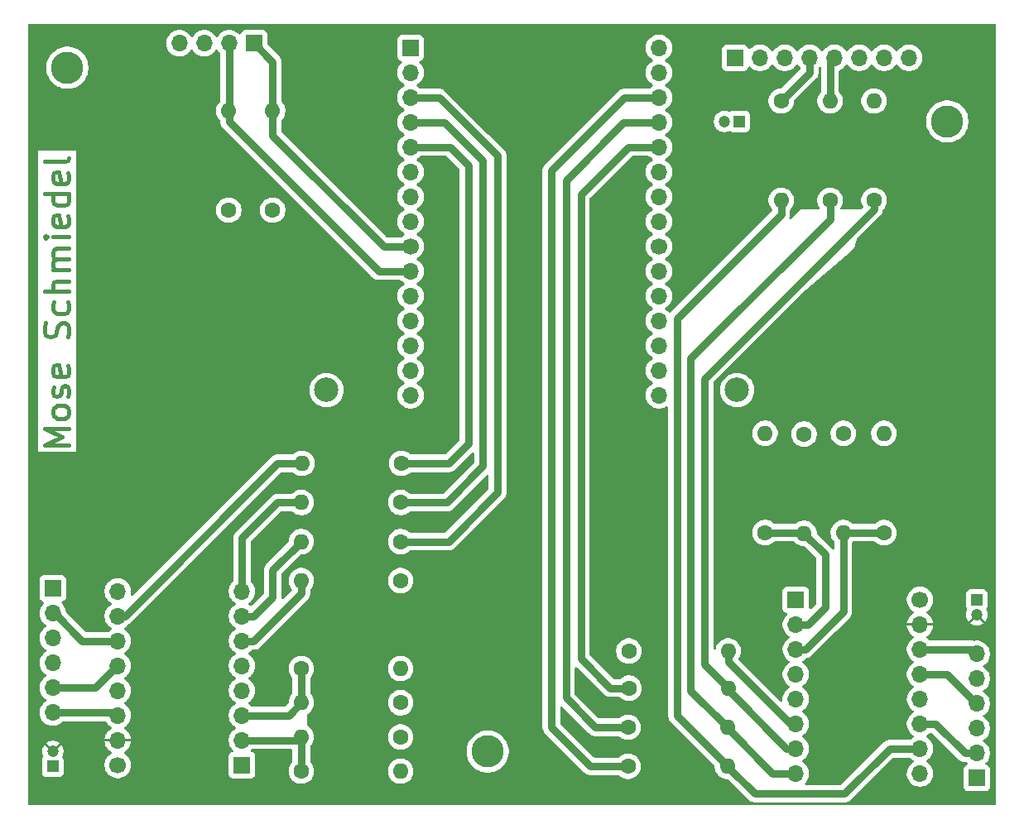
<source format=gbr>
%TF.GenerationSoftware,KiCad,Pcbnew,9.0.0*%
%TF.CreationDate,2025-03-20T14:14:56+01:00*%
%TF.ProjectId,Mainboard_V1,4d61696e-626f-4617-9264-5f56312e6b69,rev?*%
%TF.SameCoordinates,Original*%
%TF.FileFunction,Copper,L1,Top*%
%TF.FilePolarity,Positive*%
%FSLAX46Y46*%
G04 Gerber Fmt 4.6, Leading zero omitted, Abs format (unit mm)*
G04 Created by KiCad (PCBNEW 9.0.0) date 2025-03-20 14:14:56*
%MOMM*%
%LPD*%
G01*
G04 APERTURE LIST*
%ADD10C,0.400000*%
%TA.AperFunction,NonConductor*%
%ADD11C,0.400000*%
%TD*%
%TA.AperFunction,ComponentPad*%
%ADD12C,1.600000*%
%TD*%
%TA.AperFunction,ComponentPad*%
%ADD13O,1.600000X1.600000*%
%TD*%
%TA.AperFunction,ComponentPad*%
%ADD14R,1.700000X1.700000*%
%TD*%
%TA.AperFunction,ComponentPad*%
%ADD15O,1.700000X1.700000*%
%TD*%
%TA.AperFunction,ComponentPad*%
%ADD16C,1.700000*%
%TD*%
%TA.AperFunction,ComponentPad*%
%ADD17C,2.500000*%
%TD*%
%TA.AperFunction,ComponentPad*%
%ADD18R,1.200000X1.200000*%
%TD*%
%TA.AperFunction,ComponentPad*%
%ADD19C,1.200000*%
%TD*%
%TA.AperFunction,ViaPad*%
%ADD20C,3.300000*%
%TD*%
%TA.AperFunction,Conductor*%
%ADD21C,0.800000*%
%TD*%
G04 APERTURE END LIST*
D10*
D11*
X104673247Y-92641604D02*
X102173247Y-92641604D01*
X102173247Y-92641604D02*
X103958961Y-91808271D01*
X103958961Y-91808271D02*
X102173247Y-90974938D01*
X102173247Y-90974938D02*
X104673247Y-90974938D01*
X104673247Y-89427319D02*
X104554200Y-89665414D01*
X104554200Y-89665414D02*
X104435152Y-89784461D01*
X104435152Y-89784461D02*
X104197057Y-89903509D01*
X104197057Y-89903509D02*
X103482771Y-89903509D01*
X103482771Y-89903509D02*
X103244676Y-89784461D01*
X103244676Y-89784461D02*
X103125628Y-89665414D01*
X103125628Y-89665414D02*
X103006580Y-89427319D01*
X103006580Y-89427319D02*
X103006580Y-89070176D01*
X103006580Y-89070176D02*
X103125628Y-88832080D01*
X103125628Y-88832080D02*
X103244676Y-88713033D01*
X103244676Y-88713033D02*
X103482771Y-88593985D01*
X103482771Y-88593985D02*
X104197057Y-88593985D01*
X104197057Y-88593985D02*
X104435152Y-88713033D01*
X104435152Y-88713033D02*
X104554200Y-88832080D01*
X104554200Y-88832080D02*
X104673247Y-89070176D01*
X104673247Y-89070176D02*
X104673247Y-89427319D01*
X104554200Y-87641604D02*
X104673247Y-87403509D01*
X104673247Y-87403509D02*
X104673247Y-86927318D01*
X104673247Y-86927318D02*
X104554200Y-86689223D01*
X104554200Y-86689223D02*
X104316104Y-86570175D01*
X104316104Y-86570175D02*
X104197057Y-86570175D01*
X104197057Y-86570175D02*
X103958961Y-86689223D01*
X103958961Y-86689223D02*
X103839914Y-86927318D01*
X103839914Y-86927318D02*
X103839914Y-87284461D01*
X103839914Y-87284461D02*
X103720866Y-87522556D01*
X103720866Y-87522556D02*
X103482771Y-87641604D01*
X103482771Y-87641604D02*
X103363723Y-87641604D01*
X103363723Y-87641604D02*
X103125628Y-87522556D01*
X103125628Y-87522556D02*
X103006580Y-87284461D01*
X103006580Y-87284461D02*
X103006580Y-86927318D01*
X103006580Y-86927318D02*
X103125628Y-86689223D01*
X104554200Y-84546365D02*
X104673247Y-84784461D01*
X104673247Y-84784461D02*
X104673247Y-85260651D01*
X104673247Y-85260651D02*
X104554200Y-85498746D01*
X104554200Y-85498746D02*
X104316104Y-85617794D01*
X104316104Y-85617794D02*
X103363723Y-85617794D01*
X103363723Y-85617794D02*
X103125628Y-85498746D01*
X103125628Y-85498746D02*
X103006580Y-85260651D01*
X103006580Y-85260651D02*
X103006580Y-84784461D01*
X103006580Y-84784461D02*
X103125628Y-84546365D01*
X103125628Y-84546365D02*
X103363723Y-84427318D01*
X103363723Y-84427318D02*
X103601819Y-84427318D01*
X103601819Y-84427318D02*
X103839914Y-85617794D01*
X104554200Y-81570175D02*
X104673247Y-81213032D01*
X104673247Y-81213032D02*
X104673247Y-80617794D01*
X104673247Y-80617794D02*
X104554200Y-80379699D01*
X104554200Y-80379699D02*
X104435152Y-80260651D01*
X104435152Y-80260651D02*
X104197057Y-80141604D01*
X104197057Y-80141604D02*
X103958961Y-80141604D01*
X103958961Y-80141604D02*
X103720866Y-80260651D01*
X103720866Y-80260651D02*
X103601819Y-80379699D01*
X103601819Y-80379699D02*
X103482771Y-80617794D01*
X103482771Y-80617794D02*
X103363723Y-81093985D01*
X103363723Y-81093985D02*
X103244676Y-81332080D01*
X103244676Y-81332080D02*
X103125628Y-81451127D01*
X103125628Y-81451127D02*
X102887533Y-81570175D01*
X102887533Y-81570175D02*
X102649438Y-81570175D01*
X102649438Y-81570175D02*
X102411342Y-81451127D01*
X102411342Y-81451127D02*
X102292295Y-81332080D01*
X102292295Y-81332080D02*
X102173247Y-81093985D01*
X102173247Y-81093985D02*
X102173247Y-80498746D01*
X102173247Y-80498746D02*
X102292295Y-80141604D01*
X104554200Y-77998747D02*
X104673247Y-78236842D01*
X104673247Y-78236842D02*
X104673247Y-78713033D01*
X104673247Y-78713033D02*
X104554200Y-78951128D01*
X104554200Y-78951128D02*
X104435152Y-79070175D01*
X104435152Y-79070175D02*
X104197057Y-79189223D01*
X104197057Y-79189223D02*
X103482771Y-79189223D01*
X103482771Y-79189223D02*
X103244676Y-79070175D01*
X103244676Y-79070175D02*
X103125628Y-78951128D01*
X103125628Y-78951128D02*
X103006580Y-78713033D01*
X103006580Y-78713033D02*
X103006580Y-78236842D01*
X103006580Y-78236842D02*
X103125628Y-77998747D01*
X104673247Y-76927318D02*
X102173247Y-76927318D01*
X104673247Y-75855890D02*
X103363723Y-75855890D01*
X103363723Y-75855890D02*
X103125628Y-75974937D01*
X103125628Y-75974937D02*
X103006580Y-76213033D01*
X103006580Y-76213033D02*
X103006580Y-76570176D01*
X103006580Y-76570176D02*
X103125628Y-76808271D01*
X103125628Y-76808271D02*
X103244676Y-76927318D01*
X104673247Y-74665413D02*
X103006580Y-74665413D01*
X103244676Y-74665413D02*
X103125628Y-74546366D01*
X103125628Y-74546366D02*
X103006580Y-74308271D01*
X103006580Y-74308271D02*
X103006580Y-73951128D01*
X103006580Y-73951128D02*
X103125628Y-73713032D01*
X103125628Y-73713032D02*
X103363723Y-73593985D01*
X103363723Y-73593985D02*
X104673247Y-73593985D01*
X103363723Y-73593985D02*
X103125628Y-73474937D01*
X103125628Y-73474937D02*
X103006580Y-73236842D01*
X103006580Y-73236842D02*
X103006580Y-72879699D01*
X103006580Y-72879699D02*
X103125628Y-72641604D01*
X103125628Y-72641604D02*
X103363723Y-72522556D01*
X103363723Y-72522556D02*
X104673247Y-72522556D01*
X104673247Y-71332080D02*
X103006580Y-71332080D01*
X102173247Y-71332080D02*
X102292295Y-71451128D01*
X102292295Y-71451128D02*
X102411342Y-71332080D01*
X102411342Y-71332080D02*
X102292295Y-71213033D01*
X102292295Y-71213033D02*
X102173247Y-71332080D01*
X102173247Y-71332080D02*
X102411342Y-71332080D01*
X104554200Y-69189223D02*
X104673247Y-69427319D01*
X104673247Y-69427319D02*
X104673247Y-69903509D01*
X104673247Y-69903509D02*
X104554200Y-70141604D01*
X104554200Y-70141604D02*
X104316104Y-70260652D01*
X104316104Y-70260652D02*
X103363723Y-70260652D01*
X103363723Y-70260652D02*
X103125628Y-70141604D01*
X103125628Y-70141604D02*
X103006580Y-69903509D01*
X103006580Y-69903509D02*
X103006580Y-69427319D01*
X103006580Y-69427319D02*
X103125628Y-69189223D01*
X103125628Y-69189223D02*
X103363723Y-69070176D01*
X103363723Y-69070176D02*
X103601819Y-69070176D01*
X103601819Y-69070176D02*
X103839914Y-70260652D01*
X104673247Y-66927319D02*
X102173247Y-66927319D01*
X104554200Y-66927319D02*
X104673247Y-67165414D01*
X104673247Y-67165414D02*
X104673247Y-67641605D01*
X104673247Y-67641605D02*
X104554200Y-67879700D01*
X104554200Y-67879700D02*
X104435152Y-67998747D01*
X104435152Y-67998747D02*
X104197057Y-68117795D01*
X104197057Y-68117795D02*
X103482771Y-68117795D01*
X103482771Y-68117795D02*
X103244676Y-67998747D01*
X103244676Y-67998747D02*
X103125628Y-67879700D01*
X103125628Y-67879700D02*
X103006580Y-67641605D01*
X103006580Y-67641605D02*
X103006580Y-67165414D01*
X103006580Y-67165414D02*
X103125628Y-66927319D01*
X104554200Y-64784461D02*
X104673247Y-65022557D01*
X104673247Y-65022557D02*
X104673247Y-65498747D01*
X104673247Y-65498747D02*
X104554200Y-65736842D01*
X104554200Y-65736842D02*
X104316104Y-65855890D01*
X104316104Y-65855890D02*
X103363723Y-65855890D01*
X103363723Y-65855890D02*
X103125628Y-65736842D01*
X103125628Y-65736842D02*
X103006580Y-65498747D01*
X103006580Y-65498747D02*
X103006580Y-65022557D01*
X103006580Y-65022557D02*
X103125628Y-64784461D01*
X103125628Y-64784461D02*
X103363723Y-64665414D01*
X103363723Y-64665414D02*
X103601819Y-64665414D01*
X103601819Y-64665414D02*
X103839914Y-65855890D01*
X104673247Y-63236843D02*
X104554200Y-63474938D01*
X104554200Y-63474938D02*
X104316104Y-63593985D01*
X104316104Y-63593985D02*
X102173247Y-63593985D01*
D12*
%TO.P,R104,1*%
%TO.N,Net-(U101-D13)*%
X161840000Y-125500000D03*
D13*
%TO.P,R104,2*%
%TO.N,/~{FAULT_RIGHT}*%
X172000000Y-125500000D03*
%TD*%
D14*
%TO.P,U202,1,~{EN}*%
%TO.N,unconnected-(U202-~{EN}-Pad1)*%
X179000000Y-108460500D03*
D15*
%TO.P,U202,2,M0*%
%TO.N,Net-(U202-M0)*%
X179000000Y-111000500D03*
%TO.P,U202,3,M1*%
%TO.N,Net-(U202-M1)*%
X179000000Y-113540500D03*
%TO.P,U202,4,CONFIG*%
%TO.N,unconnected-(U202-CONFIG-Pad4)*%
X179000000Y-116080500D03*
%TO.P,U202,5,REF*%
%TO.N,unconnected-(U202-REF-Pad5)*%
X179000000Y-118620500D03*
%TO.P,U202,6,~{SLEEP}*%
%TO.N,/Stepper Motors/~{SLEEP_RIGHT}*%
X179000000Y-121160500D03*
%TO.P,U202,7,STEP*%
%TO.N,/STEP_RIGHT*%
X179000000Y-123700500D03*
%TO.P,U202,8,DIR*%
%TO.N,/DIR_RIGHT*%
X179000000Y-126240500D03*
D16*
%TO.P,U202,9,VMOT*%
%TO.N,VBUS*%
X191700000Y-108460500D03*
D15*
%TO.P,U202,10,GND*%
%TO.N,GND*%
X191700000Y-111000500D03*
%TO.P,U202,11,B2*%
%TO.N,Net-(U202-B2)*%
X191700000Y-113540500D03*
%TO.P,U202,12,B1*%
%TO.N,Net-(U202-B1)*%
X191700000Y-116080500D03*
%TO.P,U202,13,A1*%
%TO.N,Net-(U202-A1)*%
X191700000Y-118620500D03*
%TO.P,U202,14,A2*%
%TO.N,Net-(U202-A2)*%
X191700000Y-121160500D03*
%TO.P,U202,15,~{FAULT}*%
%TO.N,/~{FAULT_RIGHT}*%
X191700000Y-123700500D03*
%TO.P,U202,16,GND*%
%TO.N,N/C*%
X191700000Y-126240500D03*
%TD*%
D12*
%TO.P,R202,1*%
%TO.N,Net-(U201-M0)*%
X128420000Y-126000000D03*
D13*
%TO.P,R202,2*%
%TO.N,N/C*%
X138580000Y-126000000D03*
%TD*%
D12*
%TO.P,R106,1*%
%TO.N,Net-(U101-D15)*%
X138580000Y-102500000D03*
D13*
%TO.P,R106,2*%
%TO.N,/STEP_LEFT*%
X128420000Y-102500000D03*
%TD*%
D17*
%TO.P,J102,1*%
%TO.N,N/C*%
X131000000Y-87000000D03*
%TD*%
D18*
%TO.P,C201,1*%
%TO.N,VBUS*%
X103000000Y-125500000D03*
D19*
%TO.P,C201,2*%
%TO.N,GND*%
X103000000Y-124000000D03*
%TD*%
D12*
%TO.P,R118,1*%
%TO.N,/DIR_RIGHT*%
X182500000Y-67580000D03*
D13*
%TO.P,R118,2*%
%TO.N,Net-(J107-Pin_5)*%
X182500000Y-57420000D03*
%TD*%
D12*
%TO.P,R116,1*%
%TO.N,/STEP_RIGHT*%
X187000000Y-67580000D03*
D13*
%TO.P,R116,2*%
%TO.N,Net-(J107-Pin_3)*%
X187000000Y-57420000D03*
%TD*%
D12*
%TO.P,R210,1*%
%TO.N,VDD*%
X161920000Y-113700500D03*
D13*
%TO.P,R210,2*%
%TO.N,/Stepper Motors/~{SLEEP_RIGHT}*%
X172080000Y-113700500D03*
%TD*%
D14*
%TO.P,U101,1,3V3*%
%TO.N,VDD*%
X139600000Y-51980000D03*
D15*
%TO.P,U101,2,GND*%
%TO.N,N/C*%
X139600000Y-54520000D03*
%TO.P,U101,3,D15*%
%TO.N,Net-(U101-D15)*%
X139600000Y-57060000D03*
%TO.P,U101,4,D2*%
%TO.N,Net-(U101-D2)*%
X139600000Y-59600000D03*
%TO.P,U101,5,D4*%
%TO.N,Net-(U101-D4)*%
X139600000Y-62140000D03*
%TO.P,U101,6,D16*%
%TO.N,unconnected-(U101-D16-Pad6)*%
X139600000Y-64680000D03*
%TO.P,U101,7,D17*%
%TO.N,unconnected-(U101-D17-Pad7)*%
X139600000Y-67220000D03*
%TO.P,U101,8,D5*%
%TO.N,unconnected-(U101-D5-Pad8)*%
X139600000Y-69760000D03*
D16*
%TO.P,U101,9,D18*%
%TO.N,/SDA*%
X139600000Y-72300000D03*
D15*
%TO.P,U101,10,D19*%
%TO.N,/SCL*%
X139600000Y-74840000D03*
%TO.P,U101,11,D21*%
%TO.N,unconnected-(U101-D21-Pad11)*%
X139600000Y-77380000D03*
%TO.P,U101,12,RXD0/D3*%
%TO.N,unconnected-(U101-RXD0{slash}D3-Pad12)*%
X139600000Y-79920000D03*
%TO.P,U101,13,TXD0/D1*%
%TO.N,unconnected-(U101-TXD0{slash}D1-Pad13)*%
X139600000Y-82460000D03*
%TO.P,U101,14,D22*%
%TO.N,unconnected-(U101-D22-Pad14)*%
X139600000Y-85000000D03*
%TO.P,U101,15,D23*%
%TO.N,unconnected-(U101-D23-Pad15)*%
X139600000Y-87540000D03*
%TO.P,U101,16,VIN*%
%TO.N,unconnected-(U101-VIN-Pad16)*%
X165000000Y-51980000D03*
%TO.P,U101,17,GND*%
%TO.N,N/C*%
X165000000Y-54520000D03*
%TO.P,U101,18,D13*%
%TO.N,Net-(U101-D13)*%
X165000000Y-57060000D03*
%TO.P,U101,19,D12*%
%TO.N,Net-(U101-D12)*%
X165000000Y-59600000D03*
%TO.P,U101,20,D14*%
%TO.N,Net-(U101-D14)*%
X165000000Y-62140000D03*
%TO.P,U101,21,D27*%
%TO.N,unconnected-(U101-D27-Pad21)*%
X165000000Y-64680000D03*
%TO.P,U101,22,D26*%
%TO.N,unconnected-(U101-D26-Pad22)*%
X165000000Y-67220000D03*
%TO.P,U101,23,D25*%
%TO.N,unconnected-(U101-D25-Pad23)*%
X165000000Y-69760000D03*
D16*
%TO.P,U101,24,D33*%
%TO.N,unconnected-(U101-D33-Pad24)*%
X165000000Y-72300000D03*
D15*
%TO.P,U101,25,D0*%
%TO.N,unconnected-(U101-D0-Pad25)*%
X165000000Y-74840000D03*
%TO.P,U101,26,D35*%
%TO.N,unconnected-(U101-D35-Pad26)*%
X165000000Y-77380000D03*
%TO.P,U101,27,D34*%
%TO.N,unconnected-(U101-D34-Pad27)*%
X165000000Y-79920000D03*
%TO.P,U101,28,SENSOR_VN*%
%TO.N,unconnected-(U101-SENSOR_VN-Pad28)*%
X165000000Y-82460000D03*
%TO.P,U101,29,SENSOR_VP*%
%TO.N,unconnected-(U101-SENSOR_VP-Pad29)*%
X165000000Y-85000000D03*
%TO.P,U101,30,EN*%
%TO.N,unconnected-(U101-EN-Pad30)*%
X165000000Y-87540000D03*
%TD*%
D14*
%TO.P,Mr201,1*%
%TO.N,unconnected-(Mr201-Pad1)*%
X103000000Y-107300000D03*
D15*
%TO.P,Mr201,2*%
%TO.N,Net-(U201-A2)*%
X103000000Y-109840000D03*
%TO.P,Mr201,3*%
%TO.N,unconnected-(Mr201-Pad3)*%
X103000000Y-112380000D03*
%TO.P,Mr201,4*%
%TO.N,Net-(U201-B1)*%
X103000000Y-114920000D03*
%TO.P,Mr201,5,-*%
%TO.N,Net-(Mr201--)*%
X103000000Y-117460000D03*
%TO.P,Mr201,6*%
%TO.N,Net-(U201-B2)*%
X103000000Y-120000000D03*
%TD*%
D12*
%TO.P,R207,1*%
%TO.N,Net-(U202-M0)*%
X175850000Y-101580000D03*
D13*
%TO.P,R207,2*%
%TO.N,N/C*%
X175850000Y-91420000D03*
%TD*%
D12*
%TO.P,R204,1*%
%TO.N,Net-(U201-M1)*%
X128420000Y-115500000D03*
D13*
%TO.P,R204,2*%
%TO.N,N/C*%
X138580000Y-115500000D03*
%TD*%
D12*
%TO.P,R209,1*%
%TO.N,Net-(U202-M1)*%
X188000000Y-101580000D03*
D13*
%TO.P,R209,2*%
%TO.N,N/C*%
X188000000Y-91420000D03*
%TD*%
D18*
%TO.P,C101,1*%
%TO.N,VBUS*%
X173222599Y-59500000D03*
D19*
%TO.P,C101,2*%
%TO.N,N/C*%
X171722599Y-59500000D03*
%TD*%
D12*
%TO.P,R201,1*%
%TO.N,VDD*%
X138580000Y-122500000D03*
D13*
%TO.P,R201,2*%
%TO.N,Net-(U201-M0)*%
X128420000Y-122500000D03*
%TD*%
D12*
%TO.P,R117,1*%
%TO.N,Net-(J107-Pin_4)*%
X177500000Y-57420000D03*
D13*
%TO.P,R117,2*%
%TO.N,/~{FAULT_RIGHT}*%
X177500000Y-67580000D03*
%TD*%
D18*
%TO.P,C202,1*%
%TO.N,VBUS*%
X197500000Y-108477901D03*
D19*
%TO.P,C202,2*%
%TO.N,GND*%
X197500000Y-109977901D03*
%TD*%
D12*
%TO.P,R103,1*%
%TO.N,Net-(U101-D12)*%
X161840000Y-121500000D03*
D13*
%TO.P,R103,2*%
%TO.N,/DIR_RIGHT*%
X172000000Y-121500000D03*
%TD*%
D17*
%TO.P,J103,1*%
%TO.N,VBUS*%
X173000000Y-87000000D03*
%TD*%
D12*
%TO.P,R101,1*%
%TO.N,Net-(U101-D2)*%
X138580000Y-98500000D03*
D13*
%TO.P,R101,2*%
%TO.N,/DIR_LEFT*%
X128420000Y-98500000D03*
%TD*%
D12*
%TO.P,R203,1*%
%TO.N,VDD*%
X138580000Y-119000000D03*
D13*
%TO.P,R203,2*%
%TO.N,Net-(U201-M1)*%
X128420000Y-119000000D03*
%TD*%
D12*
%TO.P,R206,1*%
%TO.N,VDD*%
X179850000Y-91500000D03*
D13*
%TO.P,R206,2*%
%TO.N,Net-(U202-M0)*%
X179850000Y-101660000D03*
%TD*%
D12*
%TO.P,R205,1*%
%TO.N,VDD*%
X138580000Y-106500000D03*
D13*
%TO.P,R205,2*%
%TO.N,/Stepper Motors/~{SLEEP_LEFT}*%
X128420000Y-106500000D03*
%TD*%
D14*
%TO.P,Mr202,1*%
%TO.N,unconnected-(Mr202-Pad1)*%
X197500000Y-126700500D03*
D15*
%TO.P,Mr202,2*%
%TO.N,Net-(U202-A2)*%
X197500000Y-124160500D03*
%TO.P,Mr202,3,-*%
%TO.N,unconnected-(Mr202---Pad3)*%
X197500000Y-121620500D03*
%TO.P,Mr202,4,-*%
%TO.N,Net-(U202-B1)*%
X197500000Y-119080500D03*
%TO.P,Mr202,5,-*%
%TO.N,Net-(U202-A1)*%
X197500000Y-116540500D03*
%TO.P,Mr202,6*%
%TO.N,Net-(U202-B2)*%
X197500000Y-114000500D03*
%TD*%
D14*
%TO.P,J104,1,Pin_1*%
%TO.N,/SDA*%
X123580000Y-51500000D03*
D15*
%TO.P,J104,2,Pin_2*%
%TO.N,/SCL*%
X121040000Y-51500000D03*
%TO.P,J104,3,Pin_3*%
%TO.N,unconnected-(J104-Pin_3-Pad3)*%
X118500000Y-51500000D03*
%TO.P,J104,4,Pin_4*%
%TO.N,N/C*%
X115960000Y-51500000D03*
%TD*%
D12*
%TO.P,R108,1*%
%TO.N,VDD*%
X121000000Y-68580000D03*
D13*
%TO.P,R108,2*%
%TO.N,/SCL*%
X121000000Y-58420000D03*
%TD*%
D12*
%TO.P,R107,1*%
%TO.N,VDD*%
X125500000Y-68580000D03*
D13*
%TO.P,R107,2*%
%TO.N,/SDA*%
X125500000Y-58420000D03*
%TD*%
D14*
%TO.P,J107,1,Pin_1*%
%TO.N,VDD*%
X172800000Y-53000000D03*
D15*
%TO.P,J107,2,Pin_2*%
%TO.N,VBUS*%
X175340000Y-53000000D03*
%TO.P,J107,3,Pin_3*%
%TO.N,Net-(J107-Pin_3)*%
X177880000Y-53000000D03*
%TO.P,J107,4,Pin_4*%
%TO.N,Net-(J107-Pin_4)*%
X180420000Y-53000000D03*
%TO.P,J107,5,Pin_5*%
%TO.N,Net-(J107-Pin_5)*%
X182960000Y-53000000D03*
%TO.P,J107,6,Pin_6*%
%TO.N,unconnected-(J107-Pin_6-Pad6)*%
X185500000Y-53000000D03*
%TO.P,J107,7,Pin_7*%
%TO.N,N/C*%
X188040000Y-53000000D03*
%TO.P,J107,8,Pin_8*%
X190580000Y-53000000D03*
%TD*%
D12*
%TO.P,R105,1*%
%TO.N,Net-(U101-D14)*%
X161920000Y-117500000D03*
D13*
%TO.P,R105,2*%
%TO.N,/STEP_RIGHT*%
X172080000Y-117500000D03*
%TD*%
D12*
%TO.P,R102,1*%
%TO.N,Net-(U101-D4)*%
X138660000Y-94500000D03*
D13*
%TO.P,R102,2*%
%TO.N,/~{FAULT_LEFT}*%
X128500000Y-94500000D03*
%TD*%
D12*
%TO.P,R208,1*%
%TO.N,VDD*%
X183850000Y-91420000D03*
D13*
%TO.P,R208,2*%
%TO.N,Net-(U202-M1)*%
X183850000Y-101580000D03*
%TD*%
D14*
%TO.P,U201,1,~{EN}*%
%TO.N,unconnected-(U201-~{EN}-Pad1)*%
X122350000Y-125375000D03*
D15*
%TO.P,U201,2,M0*%
%TO.N,Net-(U201-M0)*%
X122350000Y-122835000D03*
%TO.P,U201,3,M1*%
%TO.N,Net-(U201-M1)*%
X122350000Y-120295000D03*
%TO.P,U201,4,CONFIG*%
%TO.N,unconnected-(U201-CONFIG-Pad4)*%
X122350000Y-117755000D03*
%TO.P,U201,5,REF*%
%TO.N,unconnected-(U201-REF-Pad5)*%
X122350000Y-115215000D03*
%TO.P,U201,6,~{SLEEP}*%
%TO.N,/Stepper Motors/~{SLEEP_LEFT}*%
X122350000Y-112675000D03*
%TO.P,U201,7,STEP*%
%TO.N,/STEP_LEFT*%
X122350000Y-110135000D03*
%TO.P,U201,8,DIR*%
%TO.N,/DIR_LEFT*%
X122350000Y-107595000D03*
D16*
%TO.P,U201,9,VMOT*%
%TO.N,VBUS*%
X109650000Y-125375000D03*
D15*
%TO.P,U201,10,GND*%
%TO.N,GND*%
X109650000Y-122835000D03*
%TO.P,U201,11,B2*%
%TO.N,Net-(U201-B2)*%
X109650000Y-120295000D03*
%TO.P,U201,12,B1*%
%TO.N,Net-(U201-B1)*%
X109650000Y-117755000D03*
%TO.P,U201,13,A1*%
%TO.N,Net-(Mr201--)*%
X109650000Y-115215000D03*
%TO.P,U201,14,A2*%
%TO.N,Net-(U201-A2)*%
X109650000Y-112675000D03*
%TO.P,U201,15,~{FAULT}*%
%TO.N,/~{FAULT_LEFT}*%
X109650000Y-110135000D03*
%TO.P,U201,16,GND*%
%TO.N,N/C*%
X109650000Y-107595000D03*
%TD*%
D20*
%TO.N,*%
X104500000Y-54000000D03*
X194500000Y-59500000D03*
X147500000Y-124000000D03*
%TD*%
D21*
%TO.N,/~{FAULT_LEFT}*%
X109650000Y-110135000D02*
X110358540Y-110135000D01*
X110358540Y-110135000D02*
X125993540Y-94500000D01*
X125993540Y-94500000D02*
X128340000Y-94500000D01*
%TO.N,/STEP_RIGHT*%
X172080000Y-117500000D02*
X169653000Y-115073000D01*
X169653000Y-85847000D02*
X187000000Y-68500000D01*
X169653000Y-115073000D02*
X169653000Y-85847000D01*
X187000000Y-68500000D02*
X187000000Y-67580000D01*
%TO.N,/DIR_RIGHT*%
X182500000Y-67580000D02*
X182500000Y-69500000D01*
X182500000Y-69500000D02*
X168252000Y-83748000D01*
X168252000Y-83748000D02*
X168252000Y-117752000D01*
X168252000Y-117752000D02*
X172000000Y-121500000D01*
%TO.N,/SDA*%
X136848960Y-72300000D02*
X139600000Y-72300000D01*
X125500000Y-53420000D02*
X125500000Y-60951040D01*
X125500000Y-60951040D02*
X136848960Y-72300000D01*
X123580000Y-51500000D02*
X125500000Y-53420000D01*
%TO.N,VDD*%
X183770000Y-91500000D02*
X183850000Y-91420000D01*
%TO.N,/SCL*%
X136340000Y-74840000D02*
X121040000Y-59540000D01*
X139600000Y-74840000D02*
X136340000Y-74840000D01*
X121040000Y-59540000D02*
X121040000Y-51500000D01*
%TO.N,/DIR_RIGHT*%
X179000000Y-126240500D02*
X176620000Y-126240500D01*
X176620000Y-126240500D02*
X172080000Y-121700500D01*
%TO.N,Net-(U101-D2)*%
X147000000Y-94793559D02*
X143293559Y-98500000D01*
X139600000Y-59600000D02*
X143081313Y-59600000D01*
X147000000Y-63518687D02*
X147000000Y-94793559D01*
X143293559Y-98500000D02*
X138580000Y-98500000D01*
X143081313Y-59600000D02*
X147000000Y-63518687D01*
%TO.N,/~{FAULT_RIGHT}*%
X172000000Y-125500000D02*
X166851000Y-120351000D01*
X177500000Y-69000000D02*
X177500000Y-67580000D01*
X166851000Y-79649000D02*
X177500000Y-69000000D01*
X172200500Y-125700500D02*
X172000000Y-125700500D01*
X191700000Y-123700500D02*
X188599000Y-123700500D01*
X188599000Y-123700500D02*
X184000000Y-128299500D01*
X184000000Y-128299500D02*
X174799500Y-128299500D01*
X166851000Y-120351000D02*
X166851000Y-79649000D01*
X174799500Y-128299500D02*
X172200500Y-125700500D01*
%TO.N,Net-(U101-D4)*%
X145500000Y-64000000D02*
X143640000Y-62140000D01*
X138660000Y-94500000D02*
X143500000Y-94500000D01*
X143500000Y-94500000D02*
X145500000Y-92500000D01*
X143640000Y-62140000D02*
X139600000Y-62140000D01*
X145500000Y-92500000D02*
X145500000Y-64000000D01*
%TO.N,Net-(U101-D12)*%
X158500000Y-121500000D02*
X155500000Y-118500000D01*
X161400000Y-59600000D02*
X165000000Y-59600000D01*
X161840000Y-121500000D02*
X158500000Y-121500000D01*
X155500000Y-118500000D02*
X155500000Y-65500000D01*
X155500000Y-65500000D02*
X161400000Y-59600000D01*
%TO.N,/STEP_LEFT*%
X125500000Y-108187081D02*
X125500000Y-105420000D01*
X122350000Y-110135000D02*
X123552081Y-110135000D01*
X123552081Y-110135000D02*
X125500000Y-108187081D01*
X125500000Y-105420000D02*
X128420000Y-102500000D01*
%TO.N,/DIR_LEFT*%
X122350000Y-102150000D02*
X126000000Y-98500000D01*
X122350000Y-107595000D02*
X122350000Y-102150000D01*
X126000000Y-98500000D02*
X128420000Y-98500000D01*
%TO.N,Net-(U101-D13)*%
X154000000Y-121500000D02*
X154000000Y-64500000D01*
X161440000Y-57060000D02*
X165000000Y-57060000D01*
X158000000Y-125500000D02*
X154000000Y-121500000D01*
X154000000Y-64500000D02*
X161440000Y-57060000D01*
X161840000Y-125500000D02*
X158000000Y-125500000D01*
%TO.N,Net-(U101-D14)*%
X160000000Y-117500000D02*
X161920000Y-117500000D01*
X157000000Y-67000000D02*
X157000000Y-114500000D01*
X165000000Y-62140000D02*
X161860000Y-62140000D01*
X157000000Y-114500000D02*
X160000000Y-117500000D01*
X161860000Y-62140000D02*
X157000000Y-67000000D01*
%TO.N,Net-(U101-D15)*%
X139600000Y-57060000D02*
X142522626Y-57060000D01*
X148500000Y-97500000D02*
X143500000Y-102500000D01*
X148500000Y-63037374D02*
X148500000Y-97500000D01*
X143500000Y-102500000D02*
X138580000Y-102500000D01*
X142522626Y-57060000D02*
X148500000Y-63037374D01*
%TO.N,/STEP_RIGHT*%
X179000000Y-123700500D02*
X178080000Y-123700500D01*
X178080000Y-123700500D02*
X172080000Y-117700500D01*
%TO.N,Net-(U201-M0)*%
X128420000Y-126000000D02*
X128420000Y-122500000D01*
X128085000Y-122835000D02*
X128420000Y-122500000D01*
X122350000Y-122835000D02*
X128085000Y-122835000D01*
%TO.N,Net-(U201-M1)*%
X127125000Y-120295000D02*
X128420000Y-119000000D01*
X122350000Y-120295000D02*
X127125000Y-120295000D01*
X128420000Y-115500000D02*
X128420000Y-119000000D01*
%TO.N,/Stepper Motors/~{SLEEP_LEFT}*%
X122350000Y-112675000D02*
X123552081Y-112675000D01*
X123552081Y-112675000D02*
X128420000Y-107807081D01*
X128420000Y-107807081D02*
X128420000Y-106500000D01*
%TO.N,Net-(U202-M0)*%
X179770000Y-101580000D02*
X179850000Y-101660000D01*
X175850000Y-101580000D02*
X179770000Y-101580000D01*
X180202081Y-111000500D02*
X182000000Y-109202581D01*
X179000000Y-111000500D02*
X180202081Y-111000500D01*
X182000000Y-103810000D02*
X179850000Y-101660000D01*
X182000000Y-109202581D02*
X182000000Y-103810000D01*
%TO.N,Net-(U202-M1)*%
X183850000Y-101580000D02*
X183649500Y-101580000D01*
X183850000Y-101580000D02*
X188000000Y-101580000D01*
X183850000Y-101580000D02*
X183850000Y-109650000D01*
X183850000Y-109650000D02*
X179959500Y-113540500D01*
X179959500Y-113540500D02*
X179000000Y-113540500D01*
%TO.N,/Stepper Motors/~{SLEEP_RIGHT}*%
X172080000Y-114780500D02*
X172080000Y-113700500D01*
X178460000Y-121160500D02*
X172080000Y-114780500D01*
X179000000Y-121160500D02*
X178460000Y-121160500D01*
%TO.N,Net-(U201-B2)*%
X103000000Y-120000000D02*
X109355000Y-120000000D01*
X109355000Y-120000000D02*
X109650000Y-120295000D01*
%TO.N,Net-(U201-A2)*%
X109650000Y-112675000D02*
X106025710Y-112675000D01*
X106025710Y-112675000D02*
X103190710Y-109840000D01*
X103190710Y-109840000D02*
X103000000Y-109840000D01*
%TO.N,Net-(U202-B1)*%
X197422290Y-119080500D02*
X197500000Y-119080500D01*
X191700000Y-116080500D02*
X194422290Y-116080500D01*
X194422290Y-116080500D02*
X197422290Y-119080500D01*
%TO.N,Net-(U202-A2)*%
X196297919Y-124160500D02*
X193297919Y-121160500D01*
X197500000Y-124160500D02*
X196297919Y-124160500D01*
X193297919Y-121160500D02*
X191700000Y-121160500D01*
%TO.N,Net-(U202-B2)*%
X197040000Y-113540500D02*
X197500000Y-114000500D01*
X191700000Y-113540500D02*
X197040000Y-113540500D01*
%TO.N,Net-(J107-Pin_5)*%
X182500000Y-53460000D02*
X182960000Y-53000000D01*
X182500000Y-57420000D02*
X182500000Y-53460000D01*
%TO.N,Net-(J107-Pin_4)*%
X177500000Y-57420000D02*
X180420000Y-54500000D01*
X180420000Y-54500000D02*
X180420000Y-53000000D01*
%TO.N,Net-(Mr201--)*%
X107327290Y-117460000D02*
X109572290Y-115215000D01*
X109572290Y-115215000D02*
X109650000Y-115215000D01*
X103000000Y-117460000D02*
X107327290Y-117460000D01*
%TD*%
%TA.AperFunction,Conductor*%
%TO.N,GND*%
G36*
X199441921Y-49520185D02*
G01*
X199487676Y-49572989D01*
X199498882Y-49624622D01*
X199420116Y-129375622D01*
X199400365Y-129442642D01*
X199347516Y-129488345D01*
X199296116Y-129499500D01*
X100624500Y-129499500D01*
X100557461Y-129479815D01*
X100511706Y-129427011D01*
X100500500Y-129375500D01*
X100500500Y-124852135D01*
X101899500Y-124852135D01*
X101899500Y-126147870D01*
X101899501Y-126147876D01*
X101905908Y-126207483D01*
X101956202Y-126342328D01*
X101956206Y-126342335D01*
X102042452Y-126457544D01*
X102042455Y-126457547D01*
X102157664Y-126543793D01*
X102157671Y-126543797D01*
X102292517Y-126594091D01*
X102292516Y-126594091D01*
X102299444Y-126594835D01*
X102352127Y-126600500D01*
X103647872Y-126600499D01*
X103707483Y-126594091D01*
X103842331Y-126543796D01*
X103957546Y-126457546D01*
X104043796Y-126342331D01*
X104094091Y-126207483D01*
X104100500Y-126147873D01*
X104100499Y-124852128D01*
X104094091Y-124792517D01*
X104071341Y-124731522D01*
X104043797Y-124657671D01*
X104043795Y-124657668D01*
X104043793Y-124657665D01*
X104004184Y-124604755D01*
X103979767Y-124539291D01*
X103992967Y-124474147D01*
X104019409Y-124422253D01*
X104072914Y-124257584D01*
X104100000Y-124086571D01*
X104100000Y-123913428D01*
X104072914Y-123742415D01*
X104019408Y-123577742D01*
X103940805Y-123423478D01*
X103861901Y-123314874D01*
X103282306Y-123894469D01*
X103279556Y-123884204D01*
X103240060Y-123815795D01*
X103184205Y-123759940D01*
X103115796Y-123720444D01*
X103105528Y-123717692D01*
X103685124Y-123138097D01*
X103576521Y-123059194D01*
X103525941Y-123033422D01*
X103422257Y-122980591D01*
X103257584Y-122927085D01*
X103086571Y-122900000D01*
X102913429Y-122900000D01*
X102742415Y-122927085D01*
X102577742Y-122980591D01*
X102423476Y-123059195D01*
X102423474Y-123059196D01*
X102314874Y-123138096D01*
X102314874Y-123138097D01*
X102894470Y-123717693D01*
X102884204Y-123720444D01*
X102815795Y-123759940D01*
X102759940Y-123815795D01*
X102720444Y-123884204D01*
X102717693Y-123894470D01*
X102138097Y-123314874D01*
X102138096Y-123314874D01*
X102059196Y-123423474D01*
X102059195Y-123423476D01*
X101980591Y-123577742D01*
X101927085Y-123742415D01*
X101900000Y-123913428D01*
X101900000Y-124086571D01*
X101927086Y-124257585D01*
X101927086Y-124257588D01*
X101980588Y-124422250D01*
X102007032Y-124474149D01*
X102019928Y-124542819D01*
X101995815Y-124604753D01*
X101956205Y-124657665D01*
X101956202Y-124657671D01*
X101905908Y-124792517D01*
X101903127Y-124818390D01*
X101899501Y-124852123D01*
X101899500Y-124852135D01*
X100500500Y-124852135D01*
X100500500Y-106402135D01*
X101649500Y-106402135D01*
X101649500Y-108197870D01*
X101649501Y-108197876D01*
X101655908Y-108257483D01*
X101706202Y-108392328D01*
X101706206Y-108392335D01*
X101792452Y-108507544D01*
X101792455Y-108507547D01*
X101907664Y-108593793D01*
X101907671Y-108593797D01*
X102039082Y-108642810D01*
X102095016Y-108684681D01*
X102119433Y-108750145D01*
X102104582Y-108818418D01*
X102083431Y-108846673D01*
X101969889Y-108960215D01*
X101844951Y-109132179D01*
X101748444Y-109321585D01*
X101748443Y-109321587D01*
X101748443Y-109321588D01*
X101731691Y-109373144D01*
X101682753Y-109523760D01*
X101651622Y-109720315D01*
X101649500Y-109733713D01*
X101649500Y-109946287D01*
X101651045Y-109956042D01*
X101682505Y-110154676D01*
X101682754Y-110156243D01*
X101727170Y-110292942D01*
X101748444Y-110358414D01*
X101844951Y-110547820D01*
X101969890Y-110719786D01*
X102120213Y-110870109D01*
X102292182Y-110995050D01*
X102300946Y-110999516D01*
X102351742Y-111047491D01*
X102368536Y-111115312D01*
X102345998Y-111181447D01*
X102300946Y-111220484D01*
X102292182Y-111224949D01*
X102120213Y-111349890D01*
X101969890Y-111500213D01*
X101844951Y-111672179D01*
X101748444Y-111861585D01*
X101682753Y-112063760D01*
X101649500Y-112273713D01*
X101649500Y-112486286D01*
X101680696Y-112683254D01*
X101682754Y-112696243D01*
X101731234Y-112845449D01*
X101748444Y-112898414D01*
X101844951Y-113087820D01*
X101969890Y-113259786D01*
X102120213Y-113410109D01*
X102292182Y-113535050D01*
X102300946Y-113539516D01*
X102351742Y-113587491D01*
X102368536Y-113655312D01*
X102345998Y-113721447D01*
X102300946Y-113760484D01*
X102292182Y-113764949D01*
X102120213Y-113889890D01*
X101969890Y-114040213D01*
X101844951Y-114212179D01*
X101748444Y-114401585D01*
X101682753Y-114603760D01*
X101649500Y-114813713D01*
X101649500Y-115026286D01*
X101677126Y-115200713D01*
X101682754Y-115236243D01*
X101738016Y-115406322D01*
X101748444Y-115438414D01*
X101844951Y-115627820D01*
X101969890Y-115799786D01*
X102120213Y-115950109D01*
X102292182Y-116075050D01*
X102300946Y-116079516D01*
X102351742Y-116127491D01*
X102368536Y-116195312D01*
X102345998Y-116261447D01*
X102300946Y-116300484D01*
X102292182Y-116304949D01*
X102120213Y-116429890D01*
X101969890Y-116580213D01*
X101844951Y-116752179D01*
X101748444Y-116941585D01*
X101682753Y-117143760D01*
X101649500Y-117353713D01*
X101649500Y-117566286D01*
X101677126Y-117740713D01*
X101682754Y-117776243D01*
X101731234Y-117925449D01*
X101748444Y-117978414D01*
X101844951Y-118167820D01*
X101969890Y-118339786D01*
X102120213Y-118490109D01*
X102292182Y-118615050D01*
X102300946Y-118619516D01*
X102351742Y-118667491D01*
X102368536Y-118735312D01*
X102345998Y-118801447D01*
X102300946Y-118840484D01*
X102292182Y-118844949D01*
X102120213Y-118969890D01*
X101969890Y-119120213D01*
X101844951Y-119292179D01*
X101748444Y-119481585D01*
X101682753Y-119683760D01*
X101649500Y-119893713D01*
X101649500Y-120106286D01*
X101680260Y-120300500D01*
X101682754Y-120316243D01*
X101745070Y-120508032D01*
X101748444Y-120518414D01*
X101844951Y-120707820D01*
X101969890Y-120879786D01*
X102120213Y-121030109D01*
X102292179Y-121155048D01*
X102292181Y-121155049D01*
X102292184Y-121155051D01*
X102481588Y-121251557D01*
X102683757Y-121317246D01*
X102893713Y-121350500D01*
X102893714Y-121350500D01*
X103106286Y-121350500D01*
X103106287Y-121350500D01*
X103316243Y-121317246D01*
X103518412Y-121251557D01*
X103707816Y-121155051D01*
X103780718Y-121102085D01*
X103879786Y-121030109D01*
X103879788Y-121030106D01*
X103879792Y-121030104D01*
X103973077Y-120936819D01*
X104034400Y-120903334D01*
X104060758Y-120900500D01*
X108366829Y-120900500D01*
X108433868Y-120920185D01*
X108477314Y-120968205D01*
X108494951Y-121002820D01*
X108619890Y-121174786D01*
X108770213Y-121325109D01*
X108942179Y-121450048D01*
X108942181Y-121450049D01*
X108942184Y-121450051D01*
X108951493Y-121454794D01*
X109002290Y-121502766D01*
X109019087Y-121570587D01*
X108996552Y-121636722D01*
X108951502Y-121675762D01*
X108942443Y-121680378D01*
X108770540Y-121805272D01*
X108770535Y-121805276D01*
X108620276Y-121955535D01*
X108620272Y-121955540D01*
X108495379Y-122127442D01*
X108398904Y-122316782D01*
X108333242Y-122518869D01*
X108333242Y-122518872D01*
X108302970Y-122710000D01*
X109165856Y-122710000D01*
X109150000Y-122769174D01*
X109150000Y-122900826D01*
X109165856Y-122960000D01*
X108302970Y-122960000D01*
X108333242Y-123151127D01*
X108333242Y-123151130D01*
X108398904Y-123353217D01*
X108495379Y-123542557D01*
X108620272Y-123714459D01*
X108620276Y-123714464D01*
X108770535Y-123864723D01*
X108770540Y-123864727D01*
X108942444Y-123989622D01*
X108951495Y-123994234D01*
X109002292Y-124042208D01*
X109019087Y-124110029D01*
X108996550Y-124176164D01*
X108951499Y-124215202D01*
X108942182Y-124219949D01*
X108770213Y-124344890D01*
X108619890Y-124495213D01*
X108494951Y-124667179D01*
X108398444Y-124856585D01*
X108332753Y-125058760D01*
X108299500Y-125268713D01*
X108299500Y-125481286D01*
X108321517Y-125620300D01*
X108332754Y-125691243D01*
X108368945Y-125802628D01*
X108398444Y-125893414D01*
X108494951Y-126082820D01*
X108619890Y-126254786D01*
X108770213Y-126405109D01*
X108942179Y-126530048D01*
X108942181Y-126530049D01*
X108942184Y-126530051D01*
X109131588Y-126626557D01*
X109333757Y-126692246D01*
X109543713Y-126725500D01*
X109543714Y-126725500D01*
X109756286Y-126725500D01*
X109756287Y-126725500D01*
X109966243Y-126692246D01*
X110168412Y-126626557D01*
X110357816Y-126530051D01*
X110379789Y-126514086D01*
X110529786Y-126405109D01*
X110529788Y-126405106D01*
X110529792Y-126405104D01*
X110680104Y-126254792D01*
X110680106Y-126254788D01*
X110680109Y-126254786D01*
X110805048Y-126082820D01*
X110805047Y-126082820D01*
X110805051Y-126082816D01*
X110901557Y-125893412D01*
X110967246Y-125691243D01*
X111000500Y-125481287D01*
X111000500Y-125268713D01*
X110967246Y-125058757D01*
X110901557Y-124856588D01*
X110805051Y-124667184D01*
X110805049Y-124667181D01*
X110805048Y-124667179D01*
X110680109Y-124495213D01*
X110529786Y-124344890D01*
X110357817Y-124219949D01*
X110348504Y-124215204D01*
X110297707Y-124167230D01*
X110280912Y-124099409D01*
X110303449Y-124033274D01*
X110348507Y-123994232D01*
X110357558Y-123989620D01*
X110529459Y-123864727D01*
X110529464Y-123864723D01*
X110679723Y-123714464D01*
X110679727Y-123714459D01*
X110804620Y-123542557D01*
X110901095Y-123353217D01*
X110966757Y-123151130D01*
X110966757Y-123151127D01*
X110997030Y-122960000D01*
X110134144Y-122960000D01*
X110150000Y-122900826D01*
X110150000Y-122769174D01*
X110134144Y-122710000D01*
X110997030Y-122710000D01*
X110966757Y-122518872D01*
X110966757Y-122518869D01*
X110901095Y-122316782D01*
X110804620Y-122127442D01*
X110679727Y-121955540D01*
X110679723Y-121955535D01*
X110529464Y-121805276D01*
X110529459Y-121805272D01*
X110357555Y-121680377D01*
X110348500Y-121675763D01*
X110297706Y-121627788D01*
X110280912Y-121559966D01*
X110303451Y-121493832D01*
X110348508Y-121454793D01*
X110357816Y-121450051D01*
X110443615Y-121387715D01*
X110529786Y-121325109D01*
X110529788Y-121325106D01*
X110529792Y-121325104D01*
X110680104Y-121174792D01*
X110680106Y-121174788D01*
X110680109Y-121174786D01*
X110805048Y-121002820D01*
X110805047Y-121002820D01*
X110805051Y-121002816D01*
X110901557Y-120813412D01*
X110967246Y-120611243D01*
X111000500Y-120401287D01*
X111000500Y-120188713D01*
X110967246Y-119978757D01*
X110901557Y-119776588D01*
X110805051Y-119587184D01*
X110805049Y-119587181D01*
X110805048Y-119587179D01*
X110680109Y-119415213D01*
X110529786Y-119264890D01*
X110357820Y-119139951D01*
X110355781Y-119138912D01*
X110349054Y-119135485D01*
X110298259Y-119087512D01*
X110281463Y-119019692D01*
X110303999Y-118953556D01*
X110349054Y-118914515D01*
X110357816Y-118910051D01*
X110447422Y-118844949D01*
X110529786Y-118785109D01*
X110529788Y-118785106D01*
X110529792Y-118785104D01*
X110680104Y-118634792D01*
X110680106Y-118634788D01*
X110680109Y-118634786D01*
X110805048Y-118462820D01*
X110805047Y-118462820D01*
X110805051Y-118462816D01*
X110901557Y-118273412D01*
X110967246Y-118071243D01*
X111000500Y-117861287D01*
X111000500Y-117648713D01*
X110967246Y-117438757D01*
X110901557Y-117236588D01*
X110805051Y-117047184D01*
X110805049Y-117047181D01*
X110805048Y-117047179D01*
X110680109Y-116875213D01*
X110529786Y-116724890D01*
X110357820Y-116599951D01*
X110355781Y-116598912D01*
X110349054Y-116595485D01*
X110298259Y-116547512D01*
X110281463Y-116479692D01*
X110303999Y-116413556D01*
X110349054Y-116374515D01*
X110357816Y-116370051D01*
X110447422Y-116304949D01*
X110529786Y-116245109D01*
X110529788Y-116245106D01*
X110529792Y-116245104D01*
X110680104Y-116094792D01*
X110680106Y-116094788D01*
X110680109Y-116094786D01*
X110805048Y-115922820D01*
X110805047Y-115922820D01*
X110805051Y-115922816D01*
X110901557Y-115733412D01*
X110967246Y-115531243D01*
X111000500Y-115321287D01*
X111000500Y-115108713D01*
X110967246Y-114898757D01*
X110901557Y-114696588D01*
X110805051Y-114507184D01*
X110805049Y-114507181D01*
X110805048Y-114507179D01*
X110680109Y-114335213D01*
X110529786Y-114184890D01*
X110357820Y-114059951D01*
X110355781Y-114058912D01*
X110349054Y-114055485D01*
X110298259Y-114007512D01*
X110281463Y-113939692D01*
X110303999Y-113873556D01*
X110349054Y-113834515D01*
X110357816Y-113830051D01*
X110379789Y-113814086D01*
X110529786Y-113705109D01*
X110529788Y-113705106D01*
X110529792Y-113705104D01*
X110680104Y-113554792D01*
X110680106Y-113554788D01*
X110680109Y-113554786D01*
X110805048Y-113382820D01*
X110805047Y-113382820D01*
X110805051Y-113382816D01*
X110901557Y-113193412D01*
X110967246Y-112991243D01*
X111000500Y-112781287D01*
X111000500Y-112568713D01*
X110967246Y-112358757D01*
X110901557Y-112156588D01*
X110805051Y-111967184D01*
X110805049Y-111967181D01*
X110805048Y-111967179D01*
X110680109Y-111795213D01*
X110529786Y-111644890D01*
X110357820Y-111519951D01*
X110355398Y-111518717D01*
X110349054Y-111515485D01*
X110298259Y-111467512D01*
X110281463Y-111399692D01*
X110303999Y-111333556D01*
X110349054Y-111294515D01*
X110357816Y-111290051D01*
X110447422Y-111224949D01*
X110529784Y-111165110D01*
X110529784Y-111165109D01*
X110529792Y-111165104D01*
X110680104Y-111014792D01*
X110699347Y-110988304D01*
X110736446Y-110954516D01*
X110744045Y-110950012D01*
X110785087Y-110933013D01*
X110879236Y-110870104D01*
X110932576Y-110834464D01*
X112641275Y-109125765D01*
X114278328Y-107488713D01*
X120999500Y-107488713D01*
X120999500Y-107701286D01*
X121032753Y-107911239D01*
X121032753Y-107911241D01*
X121032754Y-107911243D01*
X121084255Y-108069747D01*
X121098444Y-108113414D01*
X121194951Y-108302820D01*
X121319890Y-108474786D01*
X121470213Y-108625109D01*
X121642182Y-108750050D01*
X121650946Y-108754516D01*
X121701742Y-108802491D01*
X121718536Y-108870312D01*
X121695998Y-108936447D01*
X121650946Y-108975484D01*
X121642182Y-108979949D01*
X121470213Y-109104890D01*
X121319890Y-109255213D01*
X121194951Y-109427179D01*
X121098444Y-109616585D01*
X121098443Y-109616587D01*
X121098443Y-109616588D01*
X121097239Y-109620293D01*
X121032753Y-109818760D01*
X121008677Y-109970772D01*
X120999500Y-110028713D01*
X120999500Y-110241287D01*
X121032754Y-110451243D01*
X121066281Y-110554429D01*
X121098444Y-110653414D01*
X121194951Y-110842820D01*
X121319890Y-111014786D01*
X121470213Y-111165109D01*
X121642182Y-111290050D01*
X121650946Y-111294516D01*
X121701742Y-111342491D01*
X121718536Y-111410312D01*
X121695998Y-111476447D01*
X121650946Y-111515484D01*
X121642182Y-111519949D01*
X121470213Y-111644890D01*
X121319890Y-111795213D01*
X121194951Y-111967179D01*
X121098444Y-112156585D01*
X121032753Y-112358760D01*
X120999500Y-112568713D01*
X120999500Y-112781287D01*
X121032754Y-112991243D01*
X121042776Y-113022088D01*
X121098444Y-113193414D01*
X121194951Y-113382820D01*
X121319890Y-113554786D01*
X121470213Y-113705109D01*
X121642182Y-113830050D01*
X121650946Y-113834516D01*
X121701742Y-113882491D01*
X121718536Y-113950312D01*
X121695998Y-114016447D01*
X121650946Y-114055484D01*
X121642182Y-114059949D01*
X121470213Y-114184890D01*
X121319890Y-114335213D01*
X121194951Y-114507179D01*
X121098444Y-114696585D01*
X121032753Y-114898760D01*
X120999500Y-115108713D01*
X120999500Y-115321287D01*
X121032754Y-115531243D01*
X121055858Y-115602351D01*
X121098444Y-115733414D01*
X121194951Y-115922820D01*
X121319890Y-116094786D01*
X121470213Y-116245109D01*
X121642182Y-116370050D01*
X121650946Y-116374516D01*
X121701742Y-116422491D01*
X121718536Y-116490312D01*
X121695998Y-116556447D01*
X121650946Y-116595484D01*
X121642182Y-116599949D01*
X121470213Y-116724890D01*
X121319890Y-116875213D01*
X121194951Y-117047179D01*
X121098444Y-117236585D01*
X121032753Y-117438760D01*
X121006843Y-117602351D01*
X120999500Y-117648713D01*
X120999500Y-117861287D01*
X121003686Y-117887715D01*
X121031181Y-118061315D01*
X121032754Y-118071243D01*
X121062671Y-118163319D01*
X121098444Y-118273414D01*
X121194951Y-118462820D01*
X121319890Y-118634786D01*
X121470213Y-118785109D01*
X121642182Y-118910050D01*
X121650946Y-118914516D01*
X121701742Y-118962491D01*
X121718536Y-119030312D01*
X121695998Y-119096447D01*
X121650946Y-119135484D01*
X121642182Y-119139949D01*
X121470213Y-119264890D01*
X121319890Y-119415213D01*
X121194951Y-119587179D01*
X121098444Y-119776585D01*
X121032753Y-119978760D01*
X120999500Y-120188713D01*
X120999500Y-120401286D01*
X121025141Y-120563181D01*
X121032754Y-120611243D01*
X121046252Y-120652786D01*
X121098444Y-120813414D01*
X121194951Y-121002820D01*
X121319890Y-121174786D01*
X121470213Y-121325109D01*
X121642182Y-121450050D01*
X121650946Y-121454516D01*
X121701742Y-121502491D01*
X121718536Y-121570312D01*
X121695998Y-121636447D01*
X121650946Y-121675484D01*
X121642182Y-121679949D01*
X121470213Y-121804890D01*
X121319890Y-121955213D01*
X121194951Y-122127179D01*
X121098444Y-122316585D01*
X121098443Y-122316587D01*
X121098443Y-122316588D01*
X121084644Y-122359056D01*
X121032753Y-122518760D01*
X121003221Y-122705218D01*
X120999500Y-122728713D01*
X120999500Y-122941287D01*
X121004736Y-122974344D01*
X121032735Y-123151127D01*
X121032754Y-123151243D01*
X121085921Y-123314874D01*
X121098444Y-123353414D01*
X121194951Y-123542820D01*
X121319890Y-123714786D01*
X121433430Y-123828326D01*
X121466915Y-123889649D01*
X121461931Y-123959341D01*
X121420059Y-124015274D01*
X121389083Y-124032189D01*
X121257669Y-124081203D01*
X121257664Y-124081206D01*
X121142455Y-124167452D01*
X121142452Y-124167455D01*
X121056206Y-124282664D01*
X121056202Y-124282671D01*
X121005908Y-124417517D01*
X120999820Y-124474147D01*
X120999501Y-124477123D01*
X120999500Y-124477135D01*
X120999500Y-126272870D01*
X120999501Y-126272876D01*
X121005908Y-126332483D01*
X121056202Y-126467328D01*
X121056206Y-126467335D01*
X121142452Y-126582544D01*
X121142455Y-126582547D01*
X121257664Y-126668793D01*
X121257671Y-126668797D01*
X121392517Y-126719091D01*
X121392516Y-126719091D01*
X121399444Y-126719835D01*
X121452127Y-126725500D01*
X123247872Y-126725499D01*
X123307483Y-126719091D01*
X123442331Y-126668796D01*
X123557546Y-126582546D01*
X123643796Y-126467331D01*
X123694091Y-126332483D01*
X123700500Y-126272873D01*
X123700499Y-124477128D01*
X123694600Y-124422250D01*
X123694091Y-124417516D01*
X123643797Y-124282671D01*
X123643793Y-124282664D01*
X123557547Y-124167455D01*
X123557544Y-124167452D01*
X123442335Y-124081206D01*
X123442328Y-124081202D01*
X123310917Y-124032189D01*
X123310915Y-124032188D01*
X123260212Y-123994232D01*
X123254983Y-123990318D01*
X123254982Y-123990317D01*
X123230566Y-123924852D01*
X123245418Y-123856579D01*
X123266567Y-123828328D01*
X123323078Y-123771818D01*
X123384401Y-123738334D01*
X123410758Y-123735500D01*
X127395500Y-123735500D01*
X127462539Y-123755185D01*
X127508294Y-123807989D01*
X127519500Y-123859500D01*
X127519500Y-125009953D01*
X127499815Y-125076992D01*
X127483181Y-125097634D01*
X127428032Y-125152782D01*
X127428028Y-125152786D01*
X127307715Y-125318386D01*
X127214781Y-125500776D01*
X127151522Y-125695465D01*
X127119500Y-125897648D01*
X127119500Y-126102351D01*
X127151522Y-126304534D01*
X127214781Y-126499223D01*
X127272391Y-126612287D01*
X127301184Y-126668797D01*
X127307715Y-126681613D01*
X127428028Y-126847213D01*
X127572786Y-126991971D01*
X127727749Y-127104556D01*
X127738390Y-127112287D01*
X127854607Y-127171503D01*
X127920776Y-127205218D01*
X127920778Y-127205218D01*
X127920781Y-127205220D01*
X128025137Y-127239127D01*
X128115465Y-127268477D01*
X128216557Y-127284488D01*
X128317648Y-127300500D01*
X128317649Y-127300500D01*
X128522351Y-127300500D01*
X128522352Y-127300500D01*
X128724534Y-127268477D01*
X128919219Y-127205220D01*
X129101610Y-127112287D01*
X129194590Y-127044732D01*
X129267213Y-126991971D01*
X129267215Y-126991968D01*
X129267219Y-126991966D01*
X129411966Y-126847219D01*
X129411968Y-126847215D01*
X129411971Y-126847213D01*
X129500400Y-126725499D01*
X129532287Y-126681610D01*
X129625220Y-126499219D01*
X129688477Y-126304534D01*
X129720500Y-126102352D01*
X129720500Y-125897648D01*
X137279500Y-125897648D01*
X137279500Y-126102351D01*
X137311522Y-126304534D01*
X137374781Y-126499223D01*
X137432391Y-126612287D01*
X137461184Y-126668797D01*
X137467715Y-126681613D01*
X137588028Y-126847213D01*
X137732786Y-126991971D01*
X137887749Y-127104556D01*
X137898390Y-127112287D01*
X138014607Y-127171503D01*
X138080776Y-127205218D01*
X138080778Y-127205218D01*
X138080781Y-127205220D01*
X138185137Y-127239127D01*
X138275465Y-127268477D01*
X138376557Y-127284488D01*
X138477648Y-127300500D01*
X138477649Y-127300500D01*
X138682351Y-127300500D01*
X138682352Y-127300500D01*
X138884534Y-127268477D01*
X139079219Y-127205220D01*
X139261610Y-127112287D01*
X139354590Y-127044732D01*
X139427213Y-126991971D01*
X139427215Y-126991968D01*
X139427219Y-126991966D01*
X139571966Y-126847219D01*
X139571968Y-126847215D01*
X139571971Y-126847213D01*
X139660400Y-126725499D01*
X139692287Y-126681610D01*
X139785220Y-126499219D01*
X139848477Y-126304534D01*
X139880500Y-126102352D01*
X139880500Y-125897648D01*
X139865448Y-125802616D01*
X139848477Y-125695465D01*
X139795584Y-125532679D01*
X139785220Y-125500781D01*
X139785218Y-125500778D01*
X139785218Y-125500776D01*
X139732671Y-125397648D01*
X139692287Y-125318390D01*
X139684556Y-125307749D01*
X139571971Y-125152786D01*
X139427213Y-125008028D01*
X139261613Y-124887715D01*
X139261612Y-124887714D01*
X139261610Y-124887713D01*
X139198483Y-124855548D01*
X139079223Y-124794781D01*
X138884534Y-124731522D01*
X138709995Y-124703878D01*
X138682352Y-124699500D01*
X138477648Y-124699500D01*
X138453329Y-124703351D01*
X138275465Y-124731522D01*
X138080776Y-124794781D01*
X137898386Y-124887715D01*
X137732786Y-125008028D01*
X137588028Y-125152786D01*
X137467715Y-125318386D01*
X137374781Y-125500776D01*
X137311522Y-125695465D01*
X137279500Y-125897648D01*
X129720500Y-125897648D01*
X129705448Y-125802616D01*
X129688477Y-125695465D01*
X129635584Y-125532679D01*
X129625220Y-125500781D01*
X129625218Y-125500778D01*
X129625218Y-125500776D01*
X129572671Y-125397648D01*
X129532287Y-125318390D01*
X129524556Y-125307749D01*
X129411971Y-125152786D01*
X129356819Y-125097634D01*
X129323334Y-125036311D01*
X129320500Y-125009953D01*
X129320500Y-123859041D01*
X145349500Y-123859041D01*
X145349500Y-124140958D01*
X145386295Y-124420439D01*
X145459259Y-124692743D01*
X145567135Y-124953179D01*
X145567140Y-124953190D01*
X145707019Y-125195466D01*
X145708088Y-125197317D01*
X145868757Y-125406704D01*
X145879704Y-125420970D01*
X146079029Y-125620295D01*
X146079033Y-125620298D01*
X146079035Y-125620300D01*
X146302683Y-125791912D01*
X146302690Y-125791916D01*
X146546809Y-125932859D01*
X146546814Y-125932861D01*
X146546817Y-125932863D01*
X146807261Y-126040742D01*
X147079558Y-126113704D01*
X147312043Y-126144311D01*
X147339087Y-126147872D01*
X147359049Y-126150500D01*
X147359056Y-126150500D01*
X147640944Y-126150500D01*
X147640951Y-126150500D01*
X147920442Y-126113704D01*
X148192739Y-126040742D01*
X148453183Y-125932863D01*
X148697317Y-125791912D01*
X148920965Y-125620300D01*
X149120300Y-125420965D01*
X149291912Y-125197317D01*
X149432863Y-124953183D01*
X149540742Y-124692739D01*
X149613704Y-124420442D01*
X149650500Y-124140951D01*
X149650500Y-123859049D01*
X149613704Y-123579558D01*
X149540742Y-123307261D01*
X149432863Y-123046817D01*
X149432861Y-123046814D01*
X149432859Y-123046809D01*
X149291916Y-122802690D01*
X149291912Y-122802683D01*
X149120300Y-122579035D01*
X149120298Y-122579033D01*
X149120295Y-122579029D01*
X148920970Y-122379704D01*
X148907118Y-122369075D01*
X148697317Y-122208088D01*
X148697311Y-122208084D01*
X148697309Y-122208083D01*
X148453190Y-122067140D01*
X148453179Y-122067135D01*
X148192743Y-121959259D01*
X147920439Y-121886295D01*
X147640958Y-121849500D01*
X147640951Y-121849500D01*
X147359049Y-121849500D01*
X147359041Y-121849500D01*
X147079560Y-121886295D01*
X146807256Y-121959259D01*
X146546820Y-122067135D01*
X146546809Y-122067140D01*
X146302690Y-122208083D01*
X146302682Y-122208089D01*
X146079029Y-122379704D01*
X145879704Y-122579029D01*
X145764847Y-122728713D01*
X145712322Y-122797166D01*
X145708089Y-122802682D01*
X145708083Y-122802690D01*
X145567140Y-123046809D01*
X145567135Y-123046820D01*
X145459259Y-123307256D01*
X145386295Y-123579560D01*
X145349500Y-123859041D01*
X129320500Y-123859041D01*
X129320500Y-123490047D01*
X129340185Y-123423008D01*
X129356819Y-123402366D01*
X129374928Y-123384257D01*
X129411966Y-123347219D01*
X129411968Y-123347215D01*
X129411971Y-123347213D01*
X129493425Y-123235099D01*
X129532287Y-123181610D01*
X129625220Y-122999219D01*
X129688477Y-122804534D01*
X129720500Y-122602352D01*
X129720500Y-122397648D01*
X137279500Y-122397648D01*
X137279500Y-122602351D01*
X137311522Y-122804534D01*
X137374781Y-122999223D01*
X137420377Y-123088708D01*
X137445541Y-123138096D01*
X137467715Y-123181613D01*
X137588028Y-123347213D01*
X137732786Y-123491971D01*
X137873513Y-123594213D01*
X137898390Y-123612287D01*
X138014607Y-123671503D01*
X138080776Y-123705218D01*
X138080778Y-123705218D01*
X138080781Y-123705220D01*
X138110241Y-123714792D01*
X138275465Y-123768477D01*
X138376557Y-123784488D01*
X138477648Y-123800500D01*
X138477649Y-123800500D01*
X138682351Y-123800500D01*
X138682352Y-123800500D01*
X138884534Y-123768477D01*
X139079219Y-123705220D01*
X139261610Y-123612287D01*
X139357586Y-123542557D01*
X139427213Y-123491971D01*
X139427215Y-123491968D01*
X139427219Y-123491966D01*
X139571966Y-123347219D01*
X139571968Y-123347215D01*
X139571971Y-123347213D01*
X139653425Y-123235099D01*
X139692287Y-123181610D01*
X139785220Y-122999219D01*
X139848477Y-122804534D01*
X139880500Y-122602352D01*
X139880500Y-122397648D01*
X139850476Y-122208088D01*
X139848477Y-122195465D01*
X139806418Y-122066023D01*
X139785220Y-122000781D01*
X139785218Y-122000778D01*
X139785218Y-122000776D01*
X139747392Y-121926540D01*
X139692287Y-121818390D01*
X139671071Y-121789188D01*
X139571971Y-121652786D01*
X139427213Y-121508028D01*
X139261613Y-121387715D01*
X139261612Y-121387714D01*
X139261610Y-121387713D01*
X139204653Y-121358691D01*
X139079223Y-121294781D01*
X138884534Y-121231522D01*
X138709995Y-121203878D01*
X138682352Y-121199500D01*
X138477648Y-121199500D01*
X138453329Y-121203351D01*
X138275465Y-121231522D01*
X138080776Y-121294781D01*
X137898386Y-121387715D01*
X137732786Y-121508028D01*
X137588028Y-121652786D01*
X137467715Y-121818386D01*
X137374781Y-122000776D01*
X137311522Y-122195465D01*
X137279500Y-122397648D01*
X129720500Y-122397648D01*
X129690476Y-122208088D01*
X129688477Y-122195465D01*
X129646418Y-122066023D01*
X129625220Y-122000781D01*
X129625218Y-122000778D01*
X129625218Y-122000776D01*
X129587392Y-121926540D01*
X129532287Y-121818390D01*
X129511071Y-121789188D01*
X129411971Y-121652786D01*
X129267213Y-121508028D01*
X129101613Y-121387715D01*
X129101612Y-121387714D01*
X129101610Y-121387713D01*
X129067712Y-121370441D01*
X129016916Y-121322466D01*
X129000007Y-121259957D01*
X129000007Y-121195465D01*
X129000000Y-120240045D01*
X129019684Y-120173007D01*
X129067704Y-120129562D01*
X129101610Y-120112287D01*
X129267219Y-119991966D01*
X129411966Y-119847219D01*
X129411968Y-119847215D01*
X129411971Y-119847213D01*
X129464732Y-119774590D01*
X129532287Y-119681610D01*
X129625220Y-119499219D01*
X129688477Y-119304534D01*
X129720500Y-119102352D01*
X129720500Y-118897648D01*
X137279500Y-118897648D01*
X137279500Y-119102351D01*
X137311522Y-119304534D01*
X137374781Y-119499223D01*
X137467715Y-119681613D01*
X137588028Y-119847213D01*
X137732786Y-119991971D01*
X137887749Y-120104556D01*
X137898390Y-120112287D01*
X137999998Y-120164059D01*
X138080776Y-120205218D01*
X138080778Y-120205218D01*
X138080781Y-120205220D01*
X138174121Y-120235548D01*
X138275465Y-120268477D01*
X138342258Y-120279056D01*
X138477648Y-120300500D01*
X138477649Y-120300500D01*
X138682351Y-120300500D01*
X138682352Y-120300500D01*
X138884534Y-120268477D01*
X139079219Y-120205220D01*
X139261610Y-120112287D01*
X139354590Y-120044732D01*
X139427213Y-119991971D01*
X139427215Y-119991968D01*
X139427219Y-119991966D01*
X139571966Y-119847219D01*
X139571968Y-119847215D01*
X139571971Y-119847213D01*
X139624732Y-119774590D01*
X139692287Y-119681610D01*
X139785220Y-119499219D01*
X139848477Y-119304534D01*
X139880500Y-119102352D01*
X139880500Y-118897648D01*
X139862675Y-118785109D01*
X139848477Y-118695465D01*
X139785218Y-118500776D01*
X139734124Y-118400500D01*
X139692287Y-118318390D01*
X139677482Y-118298013D01*
X139571971Y-118152786D01*
X139427213Y-118008028D01*
X139261613Y-117887715D01*
X139261612Y-117887714D01*
X139261610Y-117887713D01*
X139204653Y-117858691D01*
X139079223Y-117794781D01*
X138884534Y-117731522D01*
X138709995Y-117703878D01*
X138682352Y-117699500D01*
X138477648Y-117699500D01*
X138453329Y-117703351D01*
X138275465Y-117731522D01*
X138080776Y-117794781D01*
X137898386Y-117887715D01*
X137732786Y-118008028D01*
X137588028Y-118152786D01*
X137467715Y-118318386D01*
X137374781Y-118500776D01*
X137311522Y-118695465D01*
X137279500Y-118897648D01*
X129720500Y-118897648D01*
X129702675Y-118785109D01*
X129688477Y-118695465D01*
X129625218Y-118500776D01*
X129574124Y-118400500D01*
X129532287Y-118318390D01*
X129517482Y-118298013D01*
X129411971Y-118152786D01*
X129356819Y-118097634D01*
X129323334Y-118036311D01*
X129320500Y-118009953D01*
X129320500Y-116490047D01*
X129340185Y-116423008D01*
X129356819Y-116402366D01*
X129371472Y-116387713D01*
X129411966Y-116347219D01*
X129411968Y-116347215D01*
X129411971Y-116347213D01*
X129474282Y-116261447D01*
X129532287Y-116181610D01*
X129625220Y-115999219D01*
X129688477Y-115804534D01*
X129720500Y-115602352D01*
X129720500Y-115397648D01*
X137279500Y-115397648D01*
X137279500Y-115602351D01*
X137311522Y-115804534D01*
X137374781Y-115999223D01*
X137467715Y-116181613D01*
X137588028Y-116347213D01*
X137732786Y-116491971D01*
X137875262Y-116595484D01*
X137898390Y-116612287D01*
X137977864Y-116652781D01*
X138080776Y-116705218D01*
X138080778Y-116705218D01*
X138080781Y-116705220D01*
X138185137Y-116739127D01*
X138275465Y-116768477D01*
X138376557Y-116784488D01*
X138477648Y-116800500D01*
X138477649Y-116800500D01*
X138682351Y-116800500D01*
X138682352Y-116800500D01*
X138884534Y-116768477D01*
X139079219Y-116705220D01*
X139261610Y-116612287D01*
X139354590Y-116544732D01*
X139427213Y-116491971D01*
X139427215Y-116491968D01*
X139427219Y-116491966D01*
X139571966Y-116347219D01*
X139571968Y-116347215D01*
X139571971Y-116347213D01*
X139634282Y-116261447D01*
X139692287Y-116181610D01*
X139785220Y-115999219D01*
X139848477Y-115804534D01*
X139880500Y-115602352D01*
X139880500Y-115397648D01*
X139873052Y-115350623D01*
X139848477Y-115195465D01*
X139801339Y-115050390D01*
X139785220Y-115000781D01*
X139785218Y-115000778D01*
X139785218Y-115000776D01*
X139736783Y-114905718D01*
X139692287Y-114818390D01*
X139641140Y-114747991D01*
X139571971Y-114652786D01*
X139427213Y-114508028D01*
X139261613Y-114387715D01*
X139261612Y-114387714D01*
X139261610Y-114387713D01*
X139165050Y-114338513D01*
X139079223Y-114294781D01*
X138884534Y-114231522D01*
X138709995Y-114203878D01*
X138682352Y-114199500D01*
X138477648Y-114199500D01*
X138453329Y-114203351D01*
X138275465Y-114231522D01*
X138080776Y-114294781D01*
X137898386Y-114387715D01*
X137732786Y-114508028D01*
X137588028Y-114652786D01*
X137467715Y-114818386D01*
X137374781Y-115000776D01*
X137311522Y-115195465D01*
X137279500Y-115397648D01*
X129720500Y-115397648D01*
X129713052Y-115350623D01*
X129688477Y-115195465D01*
X129641339Y-115050390D01*
X129625220Y-115000781D01*
X129625218Y-115000778D01*
X129625218Y-115000776D01*
X129576783Y-114905718D01*
X129532287Y-114818390D01*
X129481140Y-114747991D01*
X129411971Y-114652786D01*
X129267213Y-114508028D01*
X129101613Y-114387715D01*
X129101612Y-114387714D01*
X129101610Y-114387713D01*
X129005050Y-114338513D01*
X128919223Y-114294781D01*
X128724534Y-114231522D01*
X128549995Y-114203878D01*
X128522352Y-114199500D01*
X128317648Y-114199500D01*
X128293329Y-114203351D01*
X128115465Y-114231522D01*
X127920776Y-114294781D01*
X127738386Y-114387715D01*
X127572786Y-114508028D01*
X127428028Y-114652786D01*
X127307715Y-114818386D01*
X127214781Y-115000776D01*
X127151522Y-115195465D01*
X127119500Y-115397648D01*
X127119500Y-115602351D01*
X127151522Y-115804534D01*
X127214781Y-115999223D01*
X127307715Y-116181613D01*
X127428028Y-116347213D01*
X127483181Y-116402366D01*
X127516666Y-116463689D01*
X127519500Y-116490047D01*
X127519500Y-118009953D01*
X127499815Y-118076992D01*
X127483181Y-118097634D01*
X127428032Y-118152782D01*
X127428028Y-118152786D01*
X127307715Y-118318386D01*
X127214781Y-118500776D01*
X127151522Y-118695465D01*
X127119500Y-118897648D01*
X127119500Y-118975638D01*
X127099815Y-119042677D01*
X127083181Y-119063319D01*
X126788319Y-119358181D01*
X126726996Y-119391666D01*
X126700638Y-119394500D01*
X123410758Y-119394500D01*
X123343719Y-119374815D01*
X123323077Y-119358181D01*
X123229786Y-119264890D01*
X123057820Y-119139951D01*
X123055781Y-119138912D01*
X123049054Y-119135485D01*
X122998259Y-119087512D01*
X122981463Y-119019692D01*
X123003999Y-118953556D01*
X123049054Y-118914515D01*
X123057816Y-118910051D01*
X123147422Y-118844949D01*
X123229786Y-118785109D01*
X123229788Y-118785106D01*
X123229792Y-118785104D01*
X123380104Y-118634792D01*
X123380106Y-118634788D01*
X123380109Y-118634786D01*
X123505048Y-118462820D01*
X123505047Y-118462820D01*
X123505051Y-118462816D01*
X123601557Y-118273412D01*
X123667246Y-118071243D01*
X123700500Y-117861287D01*
X123700500Y-117648713D01*
X123667246Y-117438757D01*
X123601557Y-117236588D01*
X123505051Y-117047184D01*
X123505049Y-117047181D01*
X123505048Y-117047179D01*
X123380109Y-116875213D01*
X123229786Y-116724890D01*
X123057820Y-116599951D01*
X123055781Y-116598912D01*
X123049054Y-116595485D01*
X122998259Y-116547512D01*
X122981463Y-116479692D01*
X123003999Y-116413556D01*
X123049054Y-116374515D01*
X123057816Y-116370051D01*
X123147422Y-116304949D01*
X123229786Y-116245109D01*
X123229788Y-116245106D01*
X123229792Y-116245104D01*
X123380104Y-116094792D01*
X123380106Y-116094788D01*
X123380109Y-116094786D01*
X123505048Y-115922820D01*
X123505047Y-115922820D01*
X123505051Y-115922816D01*
X123601557Y-115733412D01*
X123667246Y-115531243D01*
X123700500Y-115321287D01*
X123700500Y-115108713D01*
X123667246Y-114898757D01*
X123601557Y-114696588D01*
X123505051Y-114507184D01*
X123505049Y-114507181D01*
X123505048Y-114507179D01*
X123380109Y-114335213D01*
X123229786Y-114184890D01*
X123057820Y-114059951D01*
X123055781Y-114058912D01*
X123049054Y-114055485D01*
X122998259Y-114007512D01*
X122981463Y-113939692D01*
X123003999Y-113873556D01*
X123049054Y-113834515D01*
X123057816Y-113830051D01*
X123079789Y-113814086D01*
X123229786Y-113705109D01*
X123229788Y-113705106D01*
X123229792Y-113705104D01*
X123323077Y-113611819D01*
X123384400Y-113578334D01*
X123410758Y-113575500D01*
X123640774Y-113575500D01*
X123640775Y-113575499D01*
X123814747Y-113540895D01*
X123896687Y-113506953D01*
X123978628Y-113473013D01*
X124072777Y-113410104D01*
X124126117Y-113374464D01*
X129119464Y-108381117D01*
X129202073Y-108257483D01*
X129218013Y-108233628D01*
X129255032Y-108144257D01*
X129267808Y-108113413D01*
X129285893Y-108069751D01*
X129285895Y-108069747D01*
X129320500Y-107895773D01*
X129320500Y-107718389D01*
X129320500Y-107490047D01*
X129340185Y-107423008D01*
X129356819Y-107402366D01*
X129381784Y-107377401D01*
X129411966Y-107347219D01*
X129411968Y-107347215D01*
X129411971Y-107347213D01*
X129480454Y-107252952D01*
X129532287Y-107181610D01*
X129625220Y-106999219D01*
X129688477Y-106804534D01*
X129720500Y-106602352D01*
X129720500Y-106397648D01*
X137279500Y-106397648D01*
X137279500Y-106602351D01*
X137311522Y-106804534D01*
X137374781Y-106999223D01*
X137467715Y-107181613D01*
X137588028Y-107347213D01*
X137732786Y-107491971D01*
X137887749Y-107604556D01*
X137898390Y-107612287D01*
X138014607Y-107671503D01*
X138080776Y-107705218D01*
X138080778Y-107705218D01*
X138080781Y-107705220D01*
X138185137Y-107739127D01*
X138275465Y-107768477D01*
X138376557Y-107784488D01*
X138477648Y-107800500D01*
X138477649Y-107800500D01*
X138682351Y-107800500D01*
X138682352Y-107800500D01*
X138884534Y-107768477D01*
X139079219Y-107705220D01*
X139261610Y-107612287D01*
X139383041Y-107524063D01*
X139427213Y-107491971D01*
X139427215Y-107491968D01*
X139427219Y-107491966D01*
X139571966Y-107347219D01*
X139571968Y-107347215D01*
X139571971Y-107347213D01*
X139640454Y-107252952D01*
X139692287Y-107181610D01*
X139785220Y-106999219D01*
X139848477Y-106804534D01*
X139880500Y-106602352D01*
X139880500Y-106397648D01*
X139848477Y-106195466D01*
X139785220Y-106000781D01*
X139785218Y-106000778D01*
X139785218Y-106000776D01*
X139751503Y-105934607D01*
X139692287Y-105818390D01*
X139662450Y-105777322D01*
X139571971Y-105652786D01*
X139427213Y-105508028D01*
X139261613Y-105387715D01*
X139261612Y-105387714D01*
X139261610Y-105387713D01*
X139204653Y-105358691D01*
X139079223Y-105294781D01*
X138884534Y-105231522D01*
X138709995Y-105203878D01*
X138682352Y-105199500D01*
X138477648Y-105199500D01*
X138453329Y-105203351D01*
X138275465Y-105231522D01*
X138080776Y-105294781D01*
X137898386Y-105387715D01*
X137732786Y-105508028D01*
X137588028Y-105652786D01*
X137467715Y-105818386D01*
X137374781Y-106000776D01*
X137311522Y-106195465D01*
X137279500Y-106397648D01*
X129720500Y-106397648D01*
X129688477Y-106195466D01*
X129625220Y-106000781D01*
X129625218Y-106000778D01*
X129625218Y-106000776D01*
X129591503Y-105934607D01*
X129532287Y-105818390D01*
X129502450Y-105777322D01*
X129411971Y-105652786D01*
X129267213Y-105508028D01*
X129101613Y-105387715D01*
X129101612Y-105387714D01*
X129101610Y-105387713D01*
X129044653Y-105358691D01*
X128919223Y-105294781D01*
X128724534Y-105231522D01*
X128549995Y-105203878D01*
X128522352Y-105199500D01*
X128317648Y-105199500D01*
X128293329Y-105203351D01*
X128115465Y-105231522D01*
X127920776Y-105294781D01*
X127738386Y-105387715D01*
X127572786Y-105508028D01*
X127428028Y-105652786D01*
X127307715Y-105818386D01*
X127214781Y-106000776D01*
X127151522Y-106195465D01*
X127119500Y-106397648D01*
X127119500Y-106602351D01*
X127151522Y-106804534D01*
X127214781Y-106999223D01*
X127307715Y-107181613D01*
X127428028Y-107347213D01*
X127429516Y-107348701D01*
X127429899Y-107349402D01*
X127431191Y-107350915D01*
X127430873Y-107351186D01*
X127463001Y-107410024D01*
X127458017Y-107479716D01*
X127429516Y-107524063D01*
X126612181Y-108341399D01*
X126550858Y-108374884D01*
X126481167Y-108369900D01*
X126425233Y-108328028D01*
X126400816Y-108262564D01*
X126400500Y-108253718D01*
X126400500Y-105844361D01*
X126420185Y-105777322D01*
X126436819Y-105756680D01*
X128356680Y-103836819D01*
X128418003Y-103803334D01*
X128444361Y-103800500D01*
X128522351Y-103800500D01*
X128522352Y-103800500D01*
X128724534Y-103768477D01*
X128919219Y-103705220D01*
X129101610Y-103612287D01*
X129194590Y-103544732D01*
X129267213Y-103491971D01*
X129267215Y-103491968D01*
X129267219Y-103491966D01*
X129411966Y-103347219D01*
X129411968Y-103347215D01*
X129411971Y-103347213D01*
X129469205Y-103268436D01*
X129532287Y-103181610D01*
X129625220Y-102999219D01*
X129688477Y-102804534D01*
X129720500Y-102602352D01*
X129720500Y-102397648D01*
X129688477Y-102195466D01*
X129625220Y-102000781D01*
X129625218Y-102000778D01*
X129625218Y-102000776D01*
X129567419Y-101887341D01*
X129532287Y-101818390D01*
X129481649Y-101748692D01*
X129411971Y-101652786D01*
X129267213Y-101508028D01*
X129101613Y-101387715D01*
X129101612Y-101387714D01*
X129101610Y-101387713D01*
X129038320Y-101355465D01*
X128919223Y-101294781D01*
X128724534Y-101231522D01*
X128549995Y-101203878D01*
X128522352Y-101199500D01*
X128317648Y-101199500D01*
X128293329Y-101203351D01*
X128115465Y-101231522D01*
X127920776Y-101294781D01*
X127738386Y-101387715D01*
X127572786Y-101508028D01*
X127428028Y-101652786D01*
X127307715Y-101818386D01*
X127214781Y-102000776D01*
X127151522Y-102195465D01*
X127119500Y-102397648D01*
X127119500Y-102475637D01*
X127099815Y-102542676D01*
X127083181Y-102563318D01*
X124800538Y-104845960D01*
X124800537Y-104845961D01*
X124761064Y-104905039D01*
X124761063Y-104905040D01*
X124701985Y-104993455D01*
X124668046Y-105075393D01*
X124634107Y-105157327D01*
X124634105Y-105157333D01*
X124634105Y-105157334D01*
X124606766Y-105294780D01*
X124606766Y-105294781D01*
X124599500Y-105331307D01*
X124599500Y-107762718D01*
X124579815Y-107829757D01*
X124563181Y-107850399D01*
X123350372Y-109063207D01*
X123321289Y-109079087D01*
X123292699Y-109095840D01*
X123290755Y-109095759D01*
X123289049Y-109096692D01*
X123255986Y-109094327D01*
X123222888Y-109092964D01*
X123220637Y-109091799D01*
X123219357Y-109091708D01*
X123191414Y-109076993D01*
X123190585Y-109076411D01*
X123057816Y-108979949D01*
X123041244Y-108971505D01*
X123034072Y-108966467D01*
X123017542Y-108945724D01*
X122998259Y-108927512D01*
X122996107Y-108918824D01*
X122990530Y-108911825D01*
X122987839Y-108885438D01*
X122981463Y-108859692D01*
X122984349Y-108851219D01*
X122983442Y-108842316D01*
X122995443Y-108818665D01*
X123003999Y-108793556D01*
X123011467Y-108787084D01*
X123015058Y-108780009D01*
X123029188Y-108771729D01*
X123049054Y-108754515D01*
X123057816Y-108750051D01*
X123147791Y-108684681D01*
X123229786Y-108625109D01*
X123229788Y-108625106D01*
X123229792Y-108625104D01*
X123380104Y-108474792D01*
X123380106Y-108474788D01*
X123380109Y-108474786D01*
X123505048Y-108302820D01*
X123505047Y-108302820D01*
X123505051Y-108302816D01*
X123601557Y-108113412D01*
X123667246Y-107911243D01*
X123700500Y-107701287D01*
X123700500Y-107488713D01*
X123667246Y-107278757D01*
X123601557Y-107076588D01*
X123505051Y-106887184D01*
X123505049Y-106887181D01*
X123505048Y-106887179D01*
X123380109Y-106715213D01*
X123286819Y-106621923D01*
X123253334Y-106560600D01*
X123250500Y-106534242D01*
X123250500Y-102574361D01*
X123270185Y-102507322D01*
X123286819Y-102486680D01*
X126336680Y-99436819D01*
X126398003Y-99403334D01*
X126424361Y-99400500D01*
X127429953Y-99400500D01*
X127496992Y-99420185D01*
X127517634Y-99436819D01*
X127572786Y-99491971D01*
X127727749Y-99604556D01*
X127738390Y-99612287D01*
X127854607Y-99671503D01*
X127920776Y-99705218D01*
X127920778Y-99705218D01*
X127920781Y-99705220D01*
X128025137Y-99739127D01*
X128115465Y-99768477D01*
X128216557Y-99784488D01*
X128317648Y-99800500D01*
X128317649Y-99800500D01*
X128522351Y-99800500D01*
X128522352Y-99800500D01*
X128724534Y-99768477D01*
X128919219Y-99705220D01*
X129101610Y-99612287D01*
X129194590Y-99544732D01*
X129267213Y-99491971D01*
X129267215Y-99491968D01*
X129267219Y-99491966D01*
X129411966Y-99347219D01*
X129411968Y-99347215D01*
X129411971Y-99347213D01*
X129464732Y-99274590D01*
X129532287Y-99181610D01*
X129625220Y-98999219D01*
X129688477Y-98804534D01*
X129720500Y-98602352D01*
X129720500Y-98397648D01*
X129688477Y-98195466D01*
X129625220Y-98000781D01*
X129625218Y-98000778D01*
X129625218Y-98000776D01*
X129587393Y-97926542D01*
X129532287Y-97818390D01*
X129519315Y-97800535D01*
X129411971Y-97652786D01*
X129267213Y-97508028D01*
X129101613Y-97387715D01*
X129101612Y-97387714D01*
X129101610Y-97387713D01*
X129044653Y-97358691D01*
X128919223Y-97294781D01*
X128724534Y-97231522D01*
X128549995Y-97203878D01*
X128522352Y-97199500D01*
X128317648Y-97199500D01*
X128293329Y-97203351D01*
X128115465Y-97231522D01*
X127920776Y-97294781D01*
X127738386Y-97387715D01*
X127572786Y-97508028D01*
X127572782Y-97508032D01*
X127517634Y-97563181D01*
X127456311Y-97596666D01*
X127429953Y-97599500D01*
X125911304Y-97599500D01*
X125737339Y-97634103D01*
X125737323Y-97634108D01*
X125621453Y-97682102D01*
X125621454Y-97682103D01*
X125573454Y-97701986D01*
X125482641Y-97762666D01*
X125425965Y-97800535D01*
X125425961Y-97800538D01*
X121650540Y-101575958D01*
X121650537Y-101575961D01*
X121634810Y-101599500D01*
X121551990Y-101723447D01*
X121551983Y-101723460D01*
X121541533Y-101748691D01*
X121541533Y-101748692D01*
X121484105Y-101887333D01*
X121484103Y-101887341D01*
X121449500Y-102061303D01*
X121449500Y-106534242D01*
X121429815Y-106601281D01*
X121413181Y-106621923D01*
X121319894Y-106715209D01*
X121319890Y-106715213D01*
X121194951Y-106887179D01*
X121098444Y-107076585D01*
X121032753Y-107278760D01*
X120999500Y-107488713D01*
X114278328Y-107488713D01*
X114370881Y-107396160D01*
X126330221Y-95436819D01*
X126391544Y-95403334D01*
X126417902Y-95400500D01*
X127509953Y-95400500D01*
X127576992Y-95420185D01*
X127597634Y-95436819D01*
X127652786Y-95491971D01*
X127807749Y-95604556D01*
X127818390Y-95612287D01*
X127934607Y-95671503D01*
X128000776Y-95705218D01*
X128000778Y-95705218D01*
X128000781Y-95705220D01*
X128105137Y-95739127D01*
X128195465Y-95768477D01*
X128296557Y-95784488D01*
X128397648Y-95800500D01*
X128397649Y-95800500D01*
X128602351Y-95800500D01*
X128602352Y-95800500D01*
X128804534Y-95768477D01*
X128999219Y-95705220D01*
X129181610Y-95612287D01*
X129274590Y-95544732D01*
X129347213Y-95491971D01*
X129347215Y-95491968D01*
X129347219Y-95491966D01*
X129491966Y-95347219D01*
X129491968Y-95347215D01*
X129491971Y-95347213D01*
X129544732Y-95274590D01*
X129612287Y-95181610D01*
X129705220Y-94999219D01*
X129768477Y-94804534D01*
X129800500Y-94602352D01*
X129800500Y-94397648D01*
X129768477Y-94195466D01*
X129705220Y-94000781D01*
X129705218Y-94000778D01*
X129705218Y-94000776D01*
X129671503Y-93934607D01*
X129612287Y-93818390D01*
X129570637Y-93761063D01*
X129491971Y-93652786D01*
X129347213Y-93508028D01*
X129181613Y-93387715D01*
X129181612Y-93387714D01*
X129181610Y-93387713D01*
X129104951Y-93348653D01*
X128999223Y-93294781D01*
X128804534Y-93231522D01*
X128629995Y-93203878D01*
X128602352Y-93199500D01*
X128397648Y-93199500D01*
X128373329Y-93203351D01*
X128195465Y-93231522D01*
X128000776Y-93294781D01*
X127818386Y-93387715D01*
X127652786Y-93508028D01*
X127652782Y-93508032D01*
X127597634Y-93563181D01*
X127536311Y-93596666D01*
X127509953Y-93599500D01*
X125904843Y-93599500D01*
X125730881Y-93634103D01*
X125730869Y-93634106D01*
X125648932Y-93668045D01*
X125648933Y-93668046D01*
X125566995Y-93701985D01*
X125478580Y-93761063D01*
X125478579Y-93761064D01*
X125419501Y-93800537D01*
X111168073Y-108051965D01*
X111106750Y-108085450D01*
X111037058Y-108080466D01*
X110981125Y-108038594D01*
X110956708Y-107973130D01*
X110962462Y-107925964D01*
X110967246Y-107911243D01*
X111000500Y-107701287D01*
X111000500Y-107488713D01*
X110967246Y-107278757D01*
X110901557Y-107076588D01*
X110805051Y-106887184D01*
X110805049Y-106887181D01*
X110805048Y-106887179D01*
X110680109Y-106715213D01*
X110529786Y-106564890D01*
X110357820Y-106439951D01*
X110168414Y-106343444D01*
X110168413Y-106343443D01*
X110168412Y-106343443D01*
X109966243Y-106277754D01*
X109966241Y-106277753D01*
X109966240Y-106277753D01*
X109804957Y-106252208D01*
X109756287Y-106244500D01*
X109543713Y-106244500D01*
X109495042Y-106252208D01*
X109333760Y-106277753D01*
X109131585Y-106343444D01*
X108942179Y-106439951D01*
X108770213Y-106564890D01*
X108619890Y-106715213D01*
X108494951Y-106887179D01*
X108398444Y-107076585D01*
X108332753Y-107278760D01*
X108299500Y-107488713D01*
X108299500Y-107701286D01*
X108332753Y-107911239D01*
X108332753Y-107911241D01*
X108332754Y-107911243D01*
X108384255Y-108069747D01*
X108398444Y-108113414D01*
X108494951Y-108302820D01*
X108619890Y-108474786D01*
X108770213Y-108625109D01*
X108942182Y-108750050D01*
X108950946Y-108754516D01*
X109001742Y-108802491D01*
X109018536Y-108870312D01*
X108995998Y-108936447D01*
X108950946Y-108975484D01*
X108942182Y-108979949D01*
X108770213Y-109104890D01*
X108619890Y-109255213D01*
X108494951Y-109427179D01*
X108398444Y-109616585D01*
X108398443Y-109616587D01*
X108398443Y-109616588D01*
X108397239Y-109620293D01*
X108332753Y-109818760D01*
X108308677Y-109970772D01*
X108299500Y-110028713D01*
X108299500Y-110241287D01*
X108332754Y-110451243D01*
X108366281Y-110554429D01*
X108398444Y-110653414D01*
X108494951Y-110842820D01*
X108619890Y-111014786D01*
X108770213Y-111165109D01*
X108942182Y-111290050D01*
X108950946Y-111294516D01*
X109001742Y-111342491D01*
X109018536Y-111410312D01*
X108995998Y-111476447D01*
X108950946Y-111515484D01*
X108942182Y-111519949D01*
X108770213Y-111644890D01*
X108770209Y-111644894D01*
X108676923Y-111738181D01*
X108615600Y-111771666D01*
X108589242Y-111774500D01*
X106450071Y-111774500D01*
X106383032Y-111754815D01*
X106362390Y-111738181D01*
X104377592Y-109753382D01*
X104344107Y-109692059D01*
X104342800Y-109685099D01*
X104332536Y-109620293D01*
X104317246Y-109523757D01*
X104251557Y-109321588D01*
X104155051Y-109132184D01*
X104155049Y-109132181D01*
X104155048Y-109132179D01*
X104030109Y-108960213D01*
X103916569Y-108846673D01*
X103883084Y-108785350D01*
X103888068Y-108715658D01*
X103929940Y-108659725D01*
X103960915Y-108642810D01*
X104092331Y-108593796D01*
X104207546Y-108507546D01*
X104293796Y-108392331D01*
X104344091Y-108257483D01*
X104350500Y-108197873D01*
X104350499Y-106402128D01*
X104344091Y-106342517D01*
X104293796Y-106207669D01*
X104293795Y-106207668D01*
X104293793Y-106207664D01*
X104207547Y-106092455D01*
X104207544Y-106092452D01*
X104092335Y-106006206D01*
X104092328Y-106006202D01*
X103957482Y-105955908D01*
X103957483Y-105955908D01*
X103897883Y-105949501D01*
X103897881Y-105949500D01*
X103897873Y-105949500D01*
X103897864Y-105949500D01*
X102102129Y-105949500D01*
X102102123Y-105949501D01*
X102042516Y-105955908D01*
X101907671Y-106006202D01*
X101907664Y-106006206D01*
X101792455Y-106092452D01*
X101792452Y-106092455D01*
X101706206Y-106207664D01*
X101706202Y-106207671D01*
X101655908Y-106342517D01*
X101649501Y-106402116D01*
X101649501Y-106402123D01*
X101649500Y-106402135D01*
X100500500Y-106402135D01*
X100500500Y-93348653D01*
X101465443Y-93348653D01*
X105381051Y-93348653D01*
X105381051Y-86885258D01*
X129249500Y-86885258D01*
X129249500Y-87114741D01*
X129274446Y-87304215D01*
X129279452Y-87342238D01*
X129338842Y-87563887D01*
X129426650Y-87775876D01*
X129426657Y-87775890D01*
X129541392Y-87974617D01*
X129681081Y-88156661D01*
X129681089Y-88156670D01*
X129843330Y-88318911D01*
X129843338Y-88318918D01*
X130025382Y-88458607D01*
X130025385Y-88458608D01*
X130025388Y-88458611D01*
X130224112Y-88573344D01*
X130224117Y-88573346D01*
X130224123Y-88573349D01*
X130315480Y-88611190D01*
X130436113Y-88661158D01*
X130657762Y-88720548D01*
X130885266Y-88750500D01*
X130885273Y-88750500D01*
X131114727Y-88750500D01*
X131114734Y-88750500D01*
X131342238Y-88720548D01*
X131563887Y-88661158D01*
X131775888Y-88573344D01*
X131974612Y-88458611D01*
X132156661Y-88318919D01*
X132156665Y-88318914D01*
X132156670Y-88318911D01*
X132318911Y-88156670D01*
X132318914Y-88156665D01*
X132318919Y-88156661D01*
X132458611Y-87974612D01*
X132573344Y-87775888D01*
X132661158Y-87563887D01*
X132720548Y-87342238D01*
X132750500Y-87114734D01*
X132750500Y-86885266D01*
X132720548Y-86657762D01*
X132661158Y-86436113D01*
X132592915Y-86271361D01*
X132573349Y-86224123D01*
X132573346Y-86224117D01*
X132573344Y-86224112D01*
X132458611Y-86025388D01*
X132458608Y-86025385D01*
X132458607Y-86025382D01*
X132357764Y-85893962D01*
X132318919Y-85843339D01*
X132318918Y-85843338D01*
X132318911Y-85843330D01*
X132156670Y-85681089D01*
X132156661Y-85681081D01*
X131974617Y-85541392D01*
X131934814Y-85518412D01*
X131775888Y-85426656D01*
X131775876Y-85426650D01*
X131563887Y-85338842D01*
X131479545Y-85316243D01*
X131342238Y-85279452D01*
X131304215Y-85274446D01*
X131114741Y-85249500D01*
X131114734Y-85249500D01*
X130885266Y-85249500D01*
X130885258Y-85249500D01*
X130668715Y-85278009D01*
X130657762Y-85279452D01*
X130564076Y-85304554D01*
X130436112Y-85338842D01*
X130224123Y-85426650D01*
X130224109Y-85426657D01*
X130025382Y-85541392D01*
X129843338Y-85681081D01*
X129681081Y-85843338D01*
X129541392Y-86025382D01*
X129426657Y-86224109D01*
X129426650Y-86224123D01*
X129338842Y-86436112D01*
X129279453Y-86657759D01*
X129279451Y-86657770D01*
X129249500Y-86885258D01*
X105381051Y-86885258D01*
X105381051Y-68477648D01*
X119699500Y-68477648D01*
X119699500Y-68682351D01*
X119731522Y-68884534D01*
X119794781Y-69079223D01*
X119858691Y-69204653D01*
X119877511Y-69241588D01*
X119887715Y-69261613D01*
X120008028Y-69427213D01*
X120152786Y-69571971D01*
X120307749Y-69684556D01*
X120318390Y-69692287D01*
X120434607Y-69751503D01*
X120500776Y-69785218D01*
X120500778Y-69785218D01*
X120500781Y-69785220D01*
X120605137Y-69819127D01*
X120695465Y-69848477D01*
X120796557Y-69864488D01*
X120897648Y-69880500D01*
X120897649Y-69880500D01*
X121102351Y-69880500D01*
X121102352Y-69880500D01*
X121304534Y-69848477D01*
X121499219Y-69785220D01*
X121681610Y-69692287D01*
X121774590Y-69624732D01*
X121847213Y-69571971D01*
X121847215Y-69571968D01*
X121847219Y-69571966D01*
X121991966Y-69427219D01*
X121991968Y-69427215D01*
X121991971Y-69427213D01*
X122069273Y-69320814D01*
X122112287Y-69261610D01*
X122205220Y-69079219D01*
X122268477Y-68884534D01*
X122300500Y-68682352D01*
X122300500Y-68477648D01*
X124199500Y-68477648D01*
X124199500Y-68682351D01*
X124231522Y-68884534D01*
X124294781Y-69079223D01*
X124358691Y-69204653D01*
X124377511Y-69241588D01*
X124387715Y-69261613D01*
X124508028Y-69427213D01*
X124652786Y-69571971D01*
X124807749Y-69684556D01*
X124818390Y-69692287D01*
X124934607Y-69751503D01*
X125000776Y-69785218D01*
X125000778Y-69785218D01*
X125000781Y-69785220D01*
X125105137Y-69819127D01*
X125195465Y-69848477D01*
X125296557Y-69864488D01*
X125397648Y-69880500D01*
X125397649Y-69880500D01*
X125602351Y-69880500D01*
X125602352Y-69880500D01*
X125804534Y-69848477D01*
X125999219Y-69785220D01*
X126181610Y-69692287D01*
X126274590Y-69624732D01*
X126347213Y-69571971D01*
X126347215Y-69571968D01*
X126347219Y-69571966D01*
X126491966Y-69427219D01*
X126491968Y-69427215D01*
X126491971Y-69427213D01*
X126569273Y-69320814D01*
X126612287Y-69261610D01*
X126705220Y-69079219D01*
X126768477Y-68884534D01*
X126800500Y-68682352D01*
X126800500Y-68477648D01*
X126784250Y-68375050D01*
X126768477Y-68275465D01*
X126705218Y-68080776D01*
X126627280Y-67927816D01*
X126612287Y-67898390D01*
X126602220Y-67884534D01*
X126491971Y-67732786D01*
X126347213Y-67588028D01*
X126181613Y-67467715D01*
X126181612Y-67467714D01*
X126181610Y-67467713D01*
X126096529Y-67424362D01*
X125999223Y-67374781D01*
X125804534Y-67311522D01*
X125629995Y-67283878D01*
X125602352Y-67279500D01*
X125397648Y-67279500D01*
X125373329Y-67283351D01*
X125195465Y-67311522D01*
X125000776Y-67374781D01*
X124818386Y-67467715D01*
X124652786Y-67588028D01*
X124508028Y-67732786D01*
X124387715Y-67898386D01*
X124294781Y-68080776D01*
X124231522Y-68275465D01*
X124199500Y-68477648D01*
X122300500Y-68477648D01*
X122284250Y-68375050D01*
X122268477Y-68275465D01*
X122205218Y-68080776D01*
X122127280Y-67927816D01*
X122112287Y-67898390D01*
X122102220Y-67884534D01*
X121991971Y-67732786D01*
X121847213Y-67588028D01*
X121681613Y-67467715D01*
X121681612Y-67467714D01*
X121681610Y-67467713D01*
X121596529Y-67424362D01*
X121499223Y-67374781D01*
X121304534Y-67311522D01*
X121129995Y-67283878D01*
X121102352Y-67279500D01*
X120897648Y-67279500D01*
X120873329Y-67283351D01*
X120695465Y-67311522D01*
X120500776Y-67374781D01*
X120318386Y-67467715D01*
X120152786Y-67588028D01*
X120008028Y-67732786D01*
X119887715Y-67898386D01*
X119794781Y-68080776D01*
X119731522Y-68275465D01*
X119699500Y-68477648D01*
X105381051Y-68477648D01*
X105381051Y-62529039D01*
X101465443Y-62529039D01*
X101465443Y-93348653D01*
X100500500Y-93348653D01*
X100500500Y-53859041D01*
X102349500Y-53859041D01*
X102349500Y-54140958D01*
X102386295Y-54420439D01*
X102459259Y-54692743D01*
X102567135Y-54953179D01*
X102567140Y-54953190D01*
X102636913Y-55074039D01*
X102708088Y-55197317D01*
X102879700Y-55420965D01*
X102879704Y-55420970D01*
X103079029Y-55620295D01*
X103079033Y-55620298D01*
X103079035Y-55620300D01*
X103302683Y-55791912D01*
X103302690Y-55791916D01*
X103546809Y-55932859D01*
X103546814Y-55932861D01*
X103546817Y-55932863D01*
X103748261Y-56016303D01*
X103781071Y-56029894D01*
X103807261Y-56040742D01*
X104079558Y-56113704D01*
X104359049Y-56150500D01*
X104359056Y-56150500D01*
X104640944Y-56150500D01*
X104640951Y-56150500D01*
X104920442Y-56113704D01*
X105192739Y-56040742D01*
X105453183Y-55932863D01*
X105697317Y-55791912D01*
X105920965Y-55620300D01*
X106120300Y-55420965D01*
X106291912Y-55197317D01*
X106432863Y-54953183D01*
X106540742Y-54692739D01*
X106613704Y-54420442D01*
X106650500Y-54140951D01*
X106650500Y-53859049D01*
X106613704Y-53579558D01*
X106540742Y-53307261D01*
X106432863Y-53046817D01*
X106432861Y-53046814D01*
X106432859Y-53046809D01*
X106291916Y-52802690D01*
X106291912Y-52802683D01*
X106120300Y-52579035D01*
X106120298Y-52579033D01*
X106120295Y-52579029D01*
X105920970Y-52379704D01*
X105895024Y-52359795D01*
X105697317Y-52208088D01*
X105697311Y-52208084D01*
X105697309Y-52208083D01*
X105453190Y-52067140D01*
X105453179Y-52067135D01*
X105192743Y-51959259D01*
X104920439Y-51886295D01*
X104640958Y-51849500D01*
X104640951Y-51849500D01*
X104359049Y-51849500D01*
X104359041Y-51849500D01*
X104079560Y-51886295D01*
X103807256Y-51959259D01*
X103546820Y-52067135D01*
X103546809Y-52067140D01*
X103302690Y-52208083D01*
X103302682Y-52208089D01*
X103079029Y-52379704D01*
X102879704Y-52579029D01*
X102708089Y-52802682D01*
X102708083Y-52802690D01*
X102567140Y-53046809D01*
X102567135Y-53046820D01*
X102459259Y-53307256D01*
X102386295Y-53579560D01*
X102349500Y-53859041D01*
X100500500Y-53859041D01*
X100500500Y-51393713D01*
X114609500Y-51393713D01*
X114609500Y-51606287D01*
X114617359Y-51655908D01*
X114632015Y-51748444D01*
X114642754Y-51816243D01*
X114692677Y-51969890D01*
X114708444Y-52018414D01*
X114804951Y-52207820D01*
X114929890Y-52379786D01*
X115080213Y-52530109D01*
X115252179Y-52655048D01*
X115252181Y-52655049D01*
X115252184Y-52655051D01*
X115441588Y-52751557D01*
X115643757Y-52817246D01*
X115853713Y-52850500D01*
X115853714Y-52850500D01*
X116066286Y-52850500D01*
X116066287Y-52850500D01*
X116276243Y-52817246D01*
X116478412Y-52751557D01*
X116667816Y-52655051D01*
X116772444Y-52579035D01*
X116839786Y-52530109D01*
X116839788Y-52530106D01*
X116839792Y-52530104D01*
X116990104Y-52379792D01*
X116990106Y-52379788D01*
X116990109Y-52379786D01*
X117115048Y-52207820D01*
X117115047Y-52207820D01*
X117115051Y-52207816D01*
X117119514Y-52199054D01*
X117167488Y-52148259D01*
X117235308Y-52131463D01*
X117301444Y-52153999D01*
X117340486Y-52199056D01*
X117344951Y-52207820D01*
X117469890Y-52379786D01*
X117620213Y-52530109D01*
X117792179Y-52655048D01*
X117792181Y-52655049D01*
X117792184Y-52655051D01*
X117981588Y-52751557D01*
X118183757Y-52817246D01*
X118393713Y-52850500D01*
X118393714Y-52850500D01*
X118606286Y-52850500D01*
X118606287Y-52850500D01*
X118816243Y-52817246D01*
X119018412Y-52751557D01*
X119207816Y-52655051D01*
X119312444Y-52579035D01*
X119379786Y-52530109D01*
X119379788Y-52530106D01*
X119379792Y-52530104D01*
X119530104Y-52379792D01*
X119530106Y-52379788D01*
X119530109Y-52379786D01*
X119655048Y-52207820D01*
X119655047Y-52207820D01*
X119655051Y-52207816D01*
X119659514Y-52199054D01*
X119707488Y-52148259D01*
X119775308Y-52131463D01*
X119841444Y-52153999D01*
X119880486Y-52199056D01*
X119884951Y-52207820D01*
X120009890Y-52379786D01*
X120103181Y-52473077D01*
X120136666Y-52534400D01*
X120139500Y-52560758D01*
X120139500Y-57389953D01*
X120119815Y-57456992D01*
X120103181Y-57477634D01*
X120008032Y-57572782D01*
X120008028Y-57572786D01*
X119887715Y-57738386D01*
X119794781Y-57920776D01*
X119731522Y-58115465D01*
X119699500Y-58317648D01*
X119699500Y-58522351D01*
X119731522Y-58724534D01*
X119794781Y-58919223D01*
X119858691Y-59044653D01*
X119877511Y-59081588D01*
X119887715Y-59101613D01*
X120008028Y-59267213D01*
X120103181Y-59362366D01*
X120136666Y-59423689D01*
X120139500Y-59450047D01*
X120139500Y-59628696D01*
X120154934Y-59706286D01*
X120174105Y-59802666D01*
X120205798Y-59879179D01*
X120241987Y-59966547D01*
X120271215Y-60010289D01*
X120275432Y-60016600D01*
X120340537Y-60114038D01*
X120340538Y-60114039D01*
X135640536Y-75414035D01*
X135765965Y-75539464D01*
X135765966Y-75539465D01*
X135839208Y-75588404D01*
X135913453Y-75638013D01*
X135961452Y-75657895D01*
X136077334Y-75705895D01*
X136251304Y-75740499D01*
X136251308Y-75740500D01*
X136251309Y-75740500D01*
X138539242Y-75740500D01*
X138606281Y-75760185D01*
X138626923Y-75776819D01*
X138720213Y-75870109D01*
X138892182Y-75995050D01*
X138900946Y-75999516D01*
X138951742Y-76047491D01*
X138968536Y-76115312D01*
X138945998Y-76181447D01*
X138900946Y-76220484D01*
X138892182Y-76224949D01*
X138720213Y-76349890D01*
X138569890Y-76500213D01*
X138444951Y-76672179D01*
X138348444Y-76861585D01*
X138282753Y-77063760D01*
X138249500Y-77273713D01*
X138249500Y-77486286D01*
X138282753Y-77696239D01*
X138348444Y-77898414D01*
X138444951Y-78087820D01*
X138569890Y-78259786D01*
X138720213Y-78410109D01*
X138892182Y-78535050D01*
X138900946Y-78539516D01*
X138951742Y-78587491D01*
X138968536Y-78655312D01*
X138945998Y-78721447D01*
X138900946Y-78760484D01*
X138892182Y-78764949D01*
X138720213Y-78889890D01*
X138569890Y-79040213D01*
X138444951Y-79212179D01*
X138348444Y-79401585D01*
X138282753Y-79603760D01*
X138249500Y-79813713D01*
X138249500Y-80026286D01*
X138282753Y-80236239D01*
X138348444Y-80438414D01*
X138444951Y-80627820D01*
X138569890Y-80799786D01*
X138720213Y-80950109D01*
X138892182Y-81075050D01*
X138900946Y-81079516D01*
X138951742Y-81127491D01*
X138968536Y-81195312D01*
X138945998Y-81261447D01*
X138900946Y-81300484D01*
X138892182Y-81304949D01*
X138720213Y-81429890D01*
X138569890Y-81580213D01*
X138444951Y-81752179D01*
X138348444Y-81941585D01*
X138282753Y-82143760D01*
X138249500Y-82353713D01*
X138249500Y-82566286D01*
X138282753Y-82776239D01*
X138348444Y-82978414D01*
X138444951Y-83167820D01*
X138569890Y-83339786D01*
X138720213Y-83490109D01*
X138892182Y-83615050D01*
X138900946Y-83619516D01*
X138951742Y-83667491D01*
X138968536Y-83735312D01*
X138945998Y-83801447D01*
X138900946Y-83840484D01*
X138892182Y-83844949D01*
X138720213Y-83969890D01*
X138569890Y-84120213D01*
X138444951Y-84292179D01*
X138348444Y-84481585D01*
X138282753Y-84683760D01*
X138249500Y-84893713D01*
X138249500Y-85106286D01*
X138282753Y-85316239D01*
X138348444Y-85518414D01*
X138444951Y-85707820D01*
X138569890Y-85879786D01*
X138720213Y-86030109D01*
X138892182Y-86155050D01*
X138900946Y-86159516D01*
X138951742Y-86207491D01*
X138968536Y-86275312D01*
X138945998Y-86341447D01*
X138900946Y-86380484D01*
X138892182Y-86384949D01*
X138720213Y-86509890D01*
X138569890Y-86660213D01*
X138444951Y-86832179D01*
X138348444Y-87021585D01*
X138282753Y-87223760D01*
X138263990Y-87342229D01*
X138249500Y-87433713D01*
X138249500Y-87646287D01*
X138282754Y-87856243D01*
X138321216Y-87974617D01*
X138348444Y-88058414D01*
X138444951Y-88247820D01*
X138569890Y-88419786D01*
X138720213Y-88570109D01*
X138892179Y-88695048D01*
X138892181Y-88695049D01*
X138892184Y-88695051D01*
X139081588Y-88791557D01*
X139283757Y-88857246D01*
X139493713Y-88890500D01*
X139493714Y-88890500D01*
X139706286Y-88890500D01*
X139706287Y-88890500D01*
X139916243Y-88857246D01*
X140118412Y-88791557D01*
X140307816Y-88695051D01*
X140354466Y-88661158D01*
X140479786Y-88570109D01*
X140479788Y-88570106D01*
X140479792Y-88570104D01*
X140630104Y-88419792D01*
X140630106Y-88419788D01*
X140630109Y-88419786D01*
X140755048Y-88247820D01*
X140755047Y-88247820D01*
X140755051Y-88247816D01*
X140851557Y-88058412D01*
X140917246Y-87856243D01*
X140950500Y-87646287D01*
X140950500Y-87433713D01*
X140917246Y-87223757D01*
X140851557Y-87021588D01*
X140755051Y-86832184D01*
X140755049Y-86832181D01*
X140755048Y-86832179D01*
X140630109Y-86660213D01*
X140479786Y-86509890D01*
X140307820Y-86384951D01*
X140307115Y-86384591D01*
X140299054Y-86380485D01*
X140248259Y-86332512D01*
X140231463Y-86264692D01*
X140253999Y-86198556D01*
X140299054Y-86159515D01*
X140307816Y-86155051D01*
X140329789Y-86139086D01*
X140479786Y-86030109D01*
X140479788Y-86030106D01*
X140479792Y-86030104D01*
X140630104Y-85879792D01*
X140630106Y-85879788D01*
X140630109Y-85879786D01*
X140755048Y-85707820D01*
X140755047Y-85707820D01*
X140755051Y-85707816D01*
X140851557Y-85518412D01*
X140917246Y-85316243D01*
X140950500Y-85106287D01*
X140950500Y-84893713D01*
X140917246Y-84683757D01*
X140851557Y-84481588D01*
X140755051Y-84292184D01*
X140755049Y-84292181D01*
X140755048Y-84292179D01*
X140630109Y-84120213D01*
X140479786Y-83969890D01*
X140307820Y-83844951D01*
X140307115Y-83844591D01*
X140299054Y-83840485D01*
X140248259Y-83792512D01*
X140231463Y-83724692D01*
X140253999Y-83658556D01*
X140299054Y-83619515D01*
X140307816Y-83615051D01*
X140329789Y-83599086D01*
X140479786Y-83490109D01*
X140479788Y-83490106D01*
X140479792Y-83490104D01*
X140630104Y-83339792D01*
X140630106Y-83339788D01*
X140630109Y-83339786D01*
X140755048Y-83167820D01*
X140755047Y-83167820D01*
X140755051Y-83167816D01*
X140851557Y-82978412D01*
X140917246Y-82776243D01*
X140950500Y-82566287D01*
X140950500Y-82353713D01*
X140917246Y-82143757D01*
X140851557Y-81941588D01*
X140755051Y-81752184D01*
X140755049Y-81752181D01*
X140755048Y-81752179D01*
X140630109Y-81580213D01*
X140479786Y-81429890D01*
X140307820Y-81304951D01*
X140307115Y-81304591D01*
X140299054Y-81300485D01*
X140248259Y-81252512D01*
X140231463Y-81184692D01*
X140253999Y-81118556D01*
X140299054Y-81079515D01*
X140307816Y-81075051D01*
X140329789Y-81059086D01*
X140479786Y-80950109D01*
X140479788Y-80950106D01*
X140479792Y-80950104D01*
X140630104Y-80799792D01*
X140630106Y-80799788D01*
X140630109Y-80799786D01*
X140755048Y-80627820D01*
X140755047Y-80627820D01*
X140755051Y-80627816D01*
X140851557Y-80438412D01*
X140917246Y-80236243D01*
X140950500Y-80026287D01*
X140950500Y-79813713D01*
X140917246Y-79603757D01*
X140851557Y-79401588D01*
X140755051Y-79212184D01*
X140755049Y-79212181D01*
X140755048Y-79212179D01*
X140630109Y-79040213D01*
X140479786Y-78889890D01*
X140307820Y-78764951D01*
X140307115Y-78764591D01*
X140299054Y-78760485D01*
X140248259Y-78712512D01*
X140231463Y-78644692D01*
X140253999Y-78578556D01*
X140299054Y-78539515D01*
X140307816Y-78535051D01*
X140329789Y-78519086D01*
X140479786Y-78410109D01*
X140479788Y-78410106D01*
X140479792Y-78410104D01*
X140630104Y-78259792D01*
X140630106Y-78259788D01*
X140630109Y-78259786D01*
X140755048Y-78087820D01*
X140755047Y-78087820D01*
X140755051Y-78087816D01*
X140851557Y-77898412D01*
X140917246Y-77696243D01*
X140950500Y-77486287D01*
X140950500Y-77273713D01*
X140917246Y-77063757D01*
X140851557Y-76861588D01*
X140755051Y-76672184D01*
X140755049Y-76672181D01*
X140755048Y-76672179D01*
X140630109Y-76500213D01*
X140479786Y-76349890D01*
X140307820Y-76224951D01*
X140307115Y-76224591D01*
X140299054Y-76220485D01*
X140248259Y-76172512D01*
X140231463Y-76104692D01*
X140253999Y-76038556D01*
X140299054Y-75999515D01*
X140307816Y-75995051D01*
X140329789Y-75979086D01*
X140479786Y-75870109D01*
X140479788Y-75870106D01*
X140479792Y-75870104D01*
X140630104Y-75719792D01*
X140630106Y-75719788D01*
X140630109Y-75719786D01*
X140755048Y-75547820D01*
X140755047Y-75547820D01*
X140755051Y-75547816D01*
X140851557Y-75358412D01*
X140917246Y-75156243D01*
X140950500Y-74946287D01*
X140950500Y-74733713D01*
X140917246Y-74523757D01*
X140851557Y-74321588D01*
X140755051Y-74132184D01*
X140755049Y-74132181D01*
X140755048Y-74132179D01*
X140630109Y-73960213D01*
X140479786Y-73809890D01*
X140307820Y-73684951D01*
X140307115Y-73684591D01*
X140299054Y-73680485D01*
X140248259Y-73632512D01*
X140231463Y-73564692D01*
X140253999Y-73498556D01*
X140299054Y-73459515D01*
X140307816Y-73455051D01*
X140329789Y-73439086D01*
X140479786Y-73330109D01*
X140479788Y-73330106D01*
X140479792Y-73330104D01*
X140630104Y-73179792D01*
X140630106Y-73179788D01*
X140630109Y-73179786D01*
X140755048Y-73007820D01*
X140755047Y-73007820D01*
X140755051Y-73007816D01*
X140851557Y-72818412D01*
X140917246Y-72616243D01*
X140950500Y-72406287D01*
X140950500Y-72193713D01*
X140917246Y-71983757D01*
X140851557Y-71781588D01*
X140755051Y-71592184D01*
X140755049Y-71592181D01*
X140755048Y-71592179D01*
X140630109Y-71420213D01*
X140479786Y-71269890D01*
X140307820Y-71144951D01*
X140307115Y-71144591D01*
X140299054Y-71140485D01*
X140248259Y-71092512D01*
X140231463Y-71024692D01*
X140253999Y-70958556D01*
X140299054Y-70919515D01*
X140307816Y-70915051D01*
X140329789Y-70899086D01*
X140479786Y-70790109D01*
X140479788Y-70790106D01*
X140479792Y-70790104D01*
X140630104Y-70639792D01*
X140630106Y-70639788D01*
X140630109Y-70639786D01*
X140755048Y-70467820D01*
X140755047Y-70467820D01*
X140755051Y-70467816D01*
X140851557Y-70278412D01*
X140917246Y-70076243D01*
X140950500Y-69866287D01*
X140950500Y-69653713D01*
X140917246Y-69443757D01*
X140851557Y-69241588D01*
X140755051Y-69052184D01*
X140755049Y-69052181D01*
X140755048Y-69052179D01*
X140630109Y-68880213D01*
X140479786Y-68729890D01*
X140307820Y-68604951D01*
X140307115Y-68604591D01*
X140299054Y-68600485D01*
X140248259Y-68552512D01*
X140231463Y-68484692D01*
X140253999Y-68418556D01*
X140299054Y-68379515D01*
X140307816Y-68375051D01*
X140378038Y-68324032D01*
X140479786Y-68250109D01*
X140479788Y-68250106D01*
X140479792Y-68250104D01*
X140630104Y-68099792D01*
X140630106Y-68099788D01*
X140630109Y-68099786D01*
X140755048Y-67927820D01*
X140755047Y-67927820D01*
X140755051Y-67927816D01*
X140851557Y-67738412D01*
X140917246Y-67536243D01*
X140950500Y-67326287D01*
X140950500Y-67113713D01*
X140917246Y-66903757D01*
X140851557Y-66701588D01*
X140755051Y-66512184D01*
X140755049Y-66512181D01*
X140755048Y-66512179D01*
X140630109Y-66340213D01*
X140479786Y-66189890D01*
X140307820Y-66064951D01*
X140301190Y-66061573D01*
X140299054Y-66060485D01*
X140248259Y-66012512D01*
X140231463Y-65944692D01*
X140253999Y-65878556D01*
X140299054Y-65839515D01*
X140307816Y-65835051D01*
X140329789Y-65819086D01*
X140479786Y-65710109D01*
X140479788Y-65710106D01*
X140479792Y-65710104D01*
X140630104Y-65559792D01*
X140630106Y-65559788D01*
X140630109Y-65559786D01*
X140755048Y-65387820D01*
X140755047Y-65387820D01*
X140755051Y-65387816D01*
X140851557Y-65198412D01*
X140917246Y-64996243D01*
X140950500Y-64786287D01*
X140950500Y-64573713D01*
X140917246Y-64363757D01*
X140851557Y-64161588D01*
X140755051Y-63972184D01*
X140755049Y-63972181D01*
X140755048Y-63972179D01*
X140630109Y-63800213D01*
X140479786Y-63649890D01*
X140307820Y-63524951D01*
X140307115Y-63524591D01*
X140299054Y-63520485D01*
X140248259Y-63472512D01*
X140231463Y-63404692D01*
X140253999Y-63338556D01*
X140299054Y-63299515D01*
X140307816Y-63295051D01*
X140329789Y-63279086D01*
X140479786Y-63170109D01*
X140479788Y-63170106D01*
X140479792Y-63170104D01*
X140573077Y-63076819D01*
X140634400Y-63043334D01*
X140660758Y-63040500D01*
X143215638Y-63040500D01*
X143282677Y-63060185D01*
X143303319Y-63076819D01*
X144563181Y-64336681D01*
X144596666Y-64398004D01*
X144599500Y-64424362D01*
X144599500Y-92075638D01*
X144579815Y-92142677D01*
X144563181Y-92163319D01*
X143163319Y-93563181D01*
X143101996Y-93596666D01*
X143075638Y-93599500D01*
X139650047Y-93599500D01*
X139583008Y-93579815D01*
X139562366Y-93563181D01*
X139507213Y-93508028D01*
X139341613Y-93387715D01*
X139341612Y-93387714D01*
X139341610Y-93387713D01*
X139264951Y-93348653D01*
X139159223Y-93294781D01*
X138964534Y-93231522D01*
X138789995Y-93203878D01*
X138762352Y-93199500D01*
X138557648Y-93199500D01*
X138533329Y-93203351D01*
X138355465Y-93231522D01*
X138160776Y-93294781D01*
X137978386Y-93387715D01*
X137812786Y-93508028D01*
X137668028Y-93652786D01*
X137547715Y-93818386D01*
X137454781Y-94000776D01*
X137391522Y-94195465D01*
X137359500Y-94397648D01*
X137359500Y-94602351D01*
X137391522Y-94804534D01*
X137454781Y-94999223D01*
X137547715Y-95181613D01*
X137668028Y-95347213D01*
X137812786Y-95491971D01*
X137967749Y-95604556D01*
X137978390Y-95612287D01*
X138094607Y-95671503D01*
X138160776Y-95705218D01*
X138160778Y-95705218D01*
X138160781Y-95705220D01*
X138265137Y-95739127D01*
X138355465Y-95768477D01*
X138456557Y-95784488D01*
X138557648Y-95800500D01*
X138557649Y-95800500D01*
X138762351Y-95800500D01*
X138762352Y-95800500D01*
X138964534Y-95768477D01*
X139159219Y-95705220D01*
X139341610Y-95612287D01*
X139434590Y-95544732D01*
X139507213Y-95491971D01*
X139507215Y-95491968D01*
X139507219Y-95491966D01*
X139562366Y-95436819D01*
X139623689Y-95403334D01*
X139650047Y-95400500D01*
X143588693Y-95400500D01*
X143588694Y-95400499D01*
X143762666Y-95365895D01*
X143844606Y-95331953D01*
X143926547Y-95298013D01*
X144014959Y-95238936D01*
X144074036Y-95199464D01*
X145887819Y-93385681D01*
X145949142Y-93352196D01*
X146018834Y-93357180D01*
X146074767Y-93399052D01*
X146099184Y-93464516D01*
X146099500Y-93473362D01*
X146099500Y-94369197D01*
X146079815Y-94436236D01*
X146063181Y-94456878D01*
X142956878Y-97563181D01*
X142895555Y-97596666D01*
X142869197Y-97599500D01*
X139570047Y-97599500D01*
X139503008Y-97579815D01*
X139482366Y-97563181D01*
X139427213Y-97508028D01*
X139261613Y-97387715D01*
X139261612Y-97387714D01*
X139261610Y-97387713D01*
X139204653Y-97358691D01*
X139079223Y-97294781D01*
X138884534Y-97231522D01*
X138709995Y-97203878D01*
X138682352Y-97199500D01*
X138477648Y-97199500D01*
X138453329Y-97203351D01*
X138275465Y-97231522D01*
X138080776Y-97294781D01*
X137898386Y-97387715D01*
X137732786Y-97508028D01*
X137588028Y-97652786D01*
X137467715Y-97818386D01*
X137374781Y-98000776D01*
X137311522Y-98195465D01*
X137279500Y-98397648D01*
X137279500Y-98602351D01*
X137311522Y-98804534D01*
X137374781Y-98999223D01*
X137467715Y-99181613D01*
X137588028Y-99347213D01*
X137732786Y-99491971D01*
X137887749Y-99604556D01*
X137898390Y-99612287D01*
X138014607Y-99671503D01*
X138080776Y-99705218D01*
X138080778Y-99705218D01*
X138080781Y-99705220D01*
X138185137Y-99739127D01*
X138275465Y-99768477D01*
X138376557Y-99784488D01*
X138477648Y-99800500D01*
X138477649Y-99800500D01*
X138682351Y-99800500D01*
X138682352Y-99800500D01*
X138884534Y-99768477D01*
X139079219Y-99705220D01*
X139261610Y-99612287D01*
X139354590Y-99544732D01*
X139427213Y-99491971D01*
X139427215Y-99491968D01*
X139427219Y-99491966D01*
X139482366Y-99436819D01*
X139543689Y-99403334D01*
X139570047Y-99400500D01*
X143382252Y-99400500D01*
X143382253Y-99400499D01*
X143556225Y-99365895D01*
X143638165Y-99331953D01*
X143720106Y-99298013D01*
X143808518Y-99238936D01*
X143867595Y-99199464D01*
X147387819Y-95679240D01*
X147449142Y-95645755D01*
X147518834Y-95650739D01*
X147574767Y-95692611D01*
X147599184Y-95758075D01*
X147599500Y-95766921D01*
X147599500Y-97075638D01*
X147579815Y-97142677D01*
X147563181Y-97163319D01*
X143163319Y-101563181D01*
X143101996Y-101596666D01*
X143075638Y-101599500D01*
X139570047Y-101599500D01*
X139503008Y-101579815D01*
X139482366Y-101563181D01*
X139427213Y-101508028D01*
X139261613Y-101387715D01*
X139261612Y-101387714D01*
X139261610Y-101387713D01*
X139198320Y-101355465D01*
X139079223Y-101294781D01*
X138884534Y-101231522D01*
X138709995Y-101203878D01*
X138682352Y-101199500D01*
X138477648Y-101199500D01*
X138453329Y-101203351D01*
X138275465Y-101231522D01*
X138080776Y-101294781D01*
X137898386Y-101387715D01*
X137732786Y-101508028D01*
X137588028Y-101652786D01*
X137467715Y-101818386D01*
X137374781Y-102000776D01*
X137311522Y-102195465D01*
X137279500Y-102397648D01*
X137279500Y-102602351D01*
X137311522Y-102804534D01*
X137374781Y-102999223D01*
X137467715Y-103181613D01*
X137588028Y-103347213D01*
X137732786Y-103491971D01*
X137887749Y-103604556D01*
X137898390Y-103612287D01*
X138014607Y-103671503D01*
X138080776Y-103705218D01*
X138080778Y-103705218D01*
X138080781Y-103705220D01*
X138130298Y-103721309D01*
X138275465Y-103768477D01*
X138376557Y-103784488D01*
X138477648Y-103800500D01*
X138477649Y-103800500D01*
X138682351Y-103800500D01*
X138682352Y-103800500D01*
X138884534Y-103768477D01*
X139079219Y-103705220D01*
X139261610Y-103612287D01*
X139354590Y-103544732D01*
X139427213Y-103491971D01*
X139427215Y-103491968D01*
X139427219Y-103491966D01*
X139482366Y-103436819D01*
X139543689Y-103403334D01*
X139570047Y-103400500D01*
X143588693Y-103400500D01*
X143588694Y-103400499D01*
X143762666Y-103365895D01*
X143844606Y-103331953D01*
X143926547Y-103298013D01*
X144019409Y-103235964D01*
X144074036Y-103199464D01*
X149199464Y-98074036D01*
X149248411Y-98000781D01*
X149248738Y-98000292D01*
X149268421Y-97970833D01*
X149298013Y-97926547D01*
X149342813Y-97818390D01*
X149365895Y-97762666D01*
X149400500Y-97588692D01*
X149400500Y-97411308D01*
X149400500Y-64411303D01*
X153099500Y-64411303D01*
X153099500Y-121588696D01*
X153134103Y-121762659D01*
X153134104Y-121762663D01*
X153134105Y-121762666D01*
X153145092Y-121789191D01*
X153145093Y-121789193D01*
X153201983Y-121926540D01*
X153201990Y-121926552D01*
X153250545Y-121999219D01*
X153250545Y-121999220D01*
X153300532Y-122074031D01*
X153300538Y-122074039D01*
X157300536Y-126074035D01*
X157374365Y-126147864D01*
X157425966Y-126199465D01*
X157573446Y-126298009D01*
X157573453Y-126298013D01*
X157648724Y-126329191D01*
X157737334Y-126365895D01*
X157911303Y-126400499D01*
X157911307Y-126400500D01*
X157911308Y-126400500D01*
X157911309Y-126400500D01*
X160849953Y-126400500D01*
X160916992Y-126420185D01*
X160937634Y-126436819D01*
X160992786Y-126491971D01*
X161117456Y-126582547D01*
X161158390Y-126612287D01*
X161269289Y-126668793D01*
X161340776Y-126705218D01*
X161340778Y-126705218D01*
X161340781Y-126705220D01*
X161445137Y-126739127D01*
X161535465Y-126768477D01*
X161636557Y-126784488D01*
X161737648Y-126800500D01*
X161737649Y-126800500D01*
X161942351Y-126800500D01*
X161942352Y-126800500D01*
X162144534Y-126768477D01*
X162339219Y-126705220D01*
X162521610Y-126612287D01*
X162677231Y-126499223D01*
X162687213Y-126491971D01*
X162687215Y-126491968D01*
X162687219Y-126491966D01*
X162831966Y-126347219D01*
X162831968Y-126347215D01*
X162831971Y-126347213D01*
X162885988Y-126272864D01*
X162952287Y-126181610D01*
X163045220Y-125999219D01*
X163108477Y-125804534D01*
X163140500Y-125602352D01*
X163140500Y-125397648D01*
X163120078Y-125268713D01*
X163108477Y-125195465D01*
X163071280Y-125080986D01*
X163045220Y-125000781D01*
X163045218Y-125000778D01*
X163045218Y-125000776D01*
X162987610Y-124887715D01*
X162952287Y-124818390D01*
X162935134Y-124794781D01*
X162831971Y-124652786D01*
X162687213Y-124508028D01*
X162521613Y-124387715D01*
X162521612Y-124387714D01*
X162521610Y-124387713D01*
X162437577Y-124344896D01*
X162339223Y-124294781D01*
X162144534Y-124231522D01*
X161969995Y-124203878D01*
X161942352Y-124199500D01*
X161737648Y-124199500D01*
X161713329Y-124203351D01*
X161535465Y-124231522D01*
X161340776Y-124294781D01*
X161158386Y-124387715D01*
X160992786Y-124508028D01*
X160992782Y-124508032D01*
X160937634Y-124563181D01*
X160876311Y-124596666D01*
X160849953Y-124599500D01*
X158424361Y-124599500D01*
X158357322Y-124579815D01*
X158336680Y-124563181D01*
X154936819Y-121163319D01*
X154903334Y-121101996D01*
X154900500Y-121075638D01*
X154900500Y-119473361D01*
X154920185Y-119406322D01*
X154972989Y-119360567D01*
X155042147Y-119350623D01*
X155105703Y-119379648D01*
X155112181Y-119385680D01*
X157800536Y-122074035D01*
X157865413Y-122138912D01*
X157925966Y-122199465D01*
X158073448Y-122298010D01*
X158073449Y-122298010D01*
X158073453Y-122298013D01*
X158115794Y-122315551D01*
X158237334Y-122365895D01*
X158396971Y-122397648D01*
X158411304Y-122400499D01*
X158411308Y-122400500D01*
X158411309Y-122400500D01*
X160849953Y-122400500D01*
X160916992Y-122420185D01*
X160937634Y-122436819D01*
X160992786Y-122491971D01*
X161147749Y-122604556D01*
X161158390Y-122612287D01*
X161272423Y-122670390D01*
X161340776Y-122705218D01*
X161340778Y-122705218D01*
X161340781Y-122705220D01*
X161413085Y-122728713D01*
X161535465Y-122768477D01*
X161608319Y-122780016D01*
X161737648Y-122800500D01*
X161737649Y-122800500D01*
X161942351Y-122800500D01*
X161942352Y-122800500D01*
X162144534Y-122768477D01*
X162339219Y-122705220D01*
X162521610Y-122612287D01*
X162650344Y-122518757D01*
X162687213Y-122491971D01*
X162687215Y-122491968D01*
X162687219Y-122491966D01*
X162831966Y-122347219D01*
X162831968Y-122347215D01*
X162831971Y-122347213D01*
X162884732Y-122274590D01*
X162952287Y-122181610D01*
X163045220Y-121999219D01*
X163108477Y-121804534D01*
X163140500Y-121602352D01*
X163140500Y-121397648D01*
X163108477Y-121195466D01*
X163095345Y-121155051D01*
X163078107Y-121101996D01*
X163045220Y-121000781D01*
X163045218Y-121000778D01*
X163045218Y-121000776D01*
X162994124Y-120900500D01*
X162952287Y-120818390D01*
X162895852Y-120740713D01*
X162831971Y-120652786D01*
X162687213Y-120508028D01*
X162521613Y-120387715D01*
X162521612Y-120387714D01*
X162521610Y-120387713D01*
X162449251Y-120350844D01*
X162339223Y-120294781D01*
X162144534Y-120231522D01*
X161969995Y-120203878D01*
X161942352Y-120199500D01*
X161737648Y-120199500D01*
X161713329Y-120203351D01*
X161535465Y-120231522D01*
X161340776Y-120294781D01*
X161158386Y-120387715D01*
X160992786Y-120508028D01*
X160992782Y-120508032D01*
X160937634Y-120563181D01*
X160876311Y-120596666D01*
X160849953Y-120599500D01*
X158924361Y-120599500D01*
X158857322Y-120579815D01*
X158836680Y-120563181D01*
X156436819Y-118163319D01*
X156403334Y-118101996D01*
X156400500Y-118075638D01*
X156400500Y-115473361D01*
X156420185Y-115406322D01*
X156472989Y-115360567D01*
X156542147Y-115350623D01*
X156605703Y-115379648D01*
X156612181Y-115385680D01*
X159300536Y-118074035D01*
X159379282Y-118152781D01*
X159425966Y-118199465D01*
X159427834Y-118200713D01*
X159573453Y-118298013D01*
X159588528Y-118304257D01*
X159737334Y-118365895D01*
X159911304Y-118400499D01*
X159911308Y-118400500D01*
X159911309Y-118400500D01*
X160088692Y-118400500D01*
X160929953Y-118400500D01*
X160996992Y-118420185D01*
X161017634Y-118436819D01*
X161072786Y-118491971D01*
X161169292Y-118562085D01*
X161238390Y-118612287D01*
X161346734Y-118667491D01*
X161420776Y-118705218D01*
X161420778Y-118705218D01*
X161420781Y-118705220D01*
X161497046Y-118730000D01*
X161615465Y-118768477D01*
X161716557Y-118784488D01*
X161817648Y-118800500D01*
X161817649Y-118800500D01*
X162022351Y-118800500D01*
X162022352Y-118800500D01*
X162224534Y-118768477D01*
X162419219Y-118705220D01*
X162601610Y-118612287D01*
X162694590Y-118544732D01*
X162767213Y-118491971D01*
X162767215Y-118491968D01*
X162767219Y-118491966D01*
X162911966Y-118347219D01*
X162911968Y-118347215D01*
X162911971Y-118347213D01*
X162965589Y-118273412D01*
X163032287Y-118181610D01*
X163125220Y-117999219D01*
X163188477Y-117804534D01*
X163220500Y-117602352D01*
X163220500Y-117397648D01*
X163201717Y-117279056D01*
X163188477Y-117195465D01*
X163159127Y-117105137D01*
X163125220Y-117000781D01*
X163125218Y-117000778D01*
X163125218Y-117000776D01*
X163091503Y-116934607D01*
X163032287Y-116818390D01*
X163010437Y-116788316D01*
X162911971Y-116652786D01*
X162767213Y-116508028D01*
X162601613Y-116387715D01*
X162601612Y-116387714D01*
X162601610Y-116387713D01*
X162544653Y-116358691D01*
X162419223Y-116294781D01*
X162224534Y-116231522D01*
X162041040Y-116202460D01*
X162022352Y-116199500D01*
X161817648Y-116199500D01*
X161798960Y-116202460D01*
X161615465Y-116231522D01*
X161420776Y-116294781D01*
X161238386Y-116387715D01*
X161072786Y-116508028D01*
X161072782Y-116508032D01*
X161017634Y-116563181D01*
X160956311Y-116596666D01*
X160929953Y-116599500D01*
X160424361Y-116599500D01*
X160357322Y-116579815D01*
X160336680Y-116563181D01*
X157936819Y-114163319D01*
X157903334Y-114101996D01*
X157900500Y-114075638D01*
X157900500Y-113598148D01*
X160619500Y-113598148D01*
X160619500Y-113802851D01*
X160651522Y-114005034D01*
X160714781Y-114199723D01*
X160807715Y-114382113D01*
X160928028Y-114547713D01*
X161072786Y-114692471D01*
X161209857Y-114792057D01*
X161238390Y-114812787D01*
X161354607Y-114872003D01*
X161420776Y-114905718D01*
X161420778Y-114905718D01*
X161420781Y-114905720D01*
X161481501Y-114925449D01*
X161615465Y-114968977D01*
X161716557Y-114984988D01*
X161817648Y-115001000D01*
X161817649Y-115001000D01*
X162022351Y-115001000D01*
X162022352Y-115001000D01*
X162224534Y-114968977D01*
X162419219Y-114905720D01*
X162601610Y-114812787D01*
X162745398Y-114708320D01*
X162767213Y-114692471D01*
X162767215Y-114692468D01*
X162767219Y-114692466D01*
X162911966Y-114547719D01*
X162911968Y-114547715D01*
X162911971Y-114547713D01*
X162973262Y-114463352D01*
X163032287Y-114382110D01*
X163125220Y-114199719D01*
X163188477Y-114005034D01*
X163220500Y-113802852D01*
X163220500Y-113598148D01*
X163188477Y-113395966D01*
X163184204Y-113382816D01*
X163125218Y-113201276D01*
X163084166Y-113120708D01*
X163032287Y-113018890D01*
X163024556Y-113008249D01*
X162911971Y-112853286D01*
X162767213Y-112708528D01*
X162601613Y-112588215D01*
X162601612Y-112588214D01*
X162601610Y-112588213D01*
X162544653Y-112559191D01*
X162419223Y-112495281D01*
X162224534Y-112432022D01*
X162049995Y-112404378D01*
X162022352Y-112400000D01*
X161817648Y-112400000D01*
X161793329Y-112403851D01*
X161615465Y-112432022D01*
X161420776Y-112495281D01*
X161238386Y-112588215D01*
X161072786Y-112708528D01*
X160928028Y-112853286D01*
X160807715Y-113018886D01*
X160714781Y-113201276D01*
X160651522Y-113395965D01*
X160619500Y-113598148D01*
X157900500Y-113598148D01*
X157900500Y-67424362D01*
X157920185Y-67357323D01*
X157936819Y-67336681D01*
X162196681Y-63076819D01*
X162258004Y-63043334D01*
X162284362Y-63040500D01*
X163939242Y-63040500D01*
X164006281Y-63060185D01*
X164026923Y-63076819D01*
X164120213Y-63170109D01*
X164292182Y-63295050D01*
X164300946Y-63299516D01*
X164351742Y-63347491D01*
X164368536Y-63415312D01*
X164345998Y-63481447D01*
X164300946Y-63520484D01*
X164292182Y-63524949D01*
X164120213Y-63649890D01*
X163969890Y-63800213D01*
X163844951Y-63972179D01*
X163748444Y-64161585D01*
X163682753Y-64363760D01*
X163649500Y-64573713D01*
X163649500Y-64786286D01*
X163682753Y-64996239D01*
X163748444Y-65198414D01*
X163844951Y-65387820D01*
X163969890Y-65559786D01*
X164120213Y-65710109D01*
X164292182Y-65835050D01*
X164300946Y-65839516D01*
X164351742Y-65887491D01*
X164368536Y-65955312D01*
X164345998Y-66021447D01*
X164300946Y-66060484D01*
X164292182Y-66064949D01*
X164120213Y-66189890D01*
X163969890Y-66340213D01*
X163844951Y-66512179D01*
X163748444Y-66701585D01*
X163682753Y-66903760D01*
X163654717Y-67080776D01*
X163649500Y-67113713D01*
X163649500Y-67326287D01*
X163682754Y-67536243D01*
X163746613Y-67732781D01*
X163748444Y-67738414D01*
X163844951Y-67927820D01*
X163969890Y-68099786D01*
X164120213Y-68250109D01*
X164292182Y-68375050D01*
X164300946Y-68379516D01*
X164351742Y-68427491D01*
X164368536Y-68495312D01*
X164345998Y-68561447D01*
X164300946Y-68600484D01*
X164292182Y-68604949D01*
X164120213Y-68729890D01*
X163969890Y-68880213D01*
X163844951Y-69052179D01*
X163748444Y-69241585D01*
X163682753Y-69443760D01*
X163649500Y-69653713D01*
X163649500Y-69866286D01*
X163682753Y-70076239D01*
X163748444Y-70278414D01*
X163844951Y-70467820D01*
X163969890Y-70639786D01*
X164120213Y-70790109D01*
X164292182Y-70915050D01*
X164300946Y-70919516D01*
X164351742Y-70967491D01*
X164368536Y-71035312D01*
X164345998Y-71101447D01*
X164300946Y-71140484D01*
X164292182Y-71144949D01*
X164120213Y-71269890D01*
X163969890Y-71420213D01*
X163844951Y-71592179D01*
X163748444Y-71781585D01*
X163682753Y-71983760D01*
X163649500Y-72193713D01*
X163649500Y-72406287D01*
X163682754Y-72616243D01*
X163726066Y-72749544D01*
X163748444Y-72818414D01*
X163844951Y-73007820D01*
X163969890Y-73179786D01*
X164120213Y-73330109D01*
X164292182Y-73455050D01*
X164300946Y-73459516D01*
X164351742Y-73507491D01*
X164368536Y-73575312D01*
X164345998Y-73641447D01*
X164300946Y-73680484D01*
X164292182Y-73684949D01*
X164120213Y-73809890D01*
X163969890Y-73960213D01*
X163844951Y-74132179D01*
X163748444Y-74321585D01*
X163682753Y-74523760D01*
X163649500Y-74733713D01*
X163649500Y-74946286D01*
X163682753Y-75156239D01*
X163748444Y-75358414D01*
X163844951Y-75547820D01*
X163969890Y-75719786D01*
X164120213Y-75870109D01*
X164292182Y-75995050D01*
X164300946Y-75999516D01*
X164351742Y-76047491D01*
X164368536Y-76115312D01*
X164345998Y-76181447D01*
X164300946Y-76220484D01*
X164292182Y-76224949D01*
X164120213Y-76349890D01*
X163969890Y-76500213D01*
X163844951Y-76672179D01*
X163748444Y-76861585D01*
X163682753Y-77063760D01*
X163649500Y-77273713D01*
X163649500Y-77486286D01*
X163682753Y-77696239D01*
X163748444Y-77898414D01*
X163844951Y-78087820D01*
X163969890Y-78259786D01*
X164120213Y-78410109D01*
X164292182Y-78535050D01*
X164300946Y-78539516D01*
X164351742Y-78587491D01*
X164368536Y-78655312D01*
X164345998Y-78721447D01*
X164300946Y-78760484D01*
X164292182Y-78764949D01*
X164120213Y-78889890D01*
X163969890Y-79040213D01*
X163844951Y-79212179D01*
X163748444Y-79401585D01*
X163682753Y-79603760D01*
X163649500Y-79813713D01*
X163649500Y-80026286D01*
X163682753Y-80236239D01*
X163748444Y-80438414D01*
X163844951Y-80627820D01*
X163969890Y-80799786D01*
X164120213Y-80950109D01*
X164292182Y-81075050D01*
X164300946Y-81079516D01*
X164351742Y-81127491D01*
X164368536Y-81195312D01*
X164345998Y-81261447D01*
X164300946Y-81300484D01*
X164292182Y-81304949D01*
X164120213Y-81429890D01*
X163969890Y-81580213D01*
X163844951Y-81752179D01*
X163748444Y-81941585D01*
X163682753Y-82143760D01*
X163649500Y-82353713D01*
X163649500Y-82566286D01*
X163682753Y-82776239D01*
X163748444Y-82978414D01*
X163844951Y-83167820D01*
X163969890Y-83339786D01*
X164120213Y-83490109D01*
X164292182Y-83615050D01*
X164300946Y-83619516D01*
X164351742Y-83667491D01*
X164368536Y-83735312D01*
X164345998Y-83801447D01*
X164300946Y-83840484D01*
X164292182Y-83844949D01*
X164120213Y-83969890D01*
X163969890Y-84120213D01*
X163844951Y-84292179D01*
X163748444Y-84481585D01*
X163682753Y-84683760D01*
X163649500Y-84893713D01*
X163649500Y-85106286D01*
X163682753Y-85316239D01*
X163748444Y-85518414D01*
X163844951Y-85707820D01*
X163969890Y-85879786D01*
X164120213Y-86030109D01*
X164292182Y-86155050D01*
X164300946Y-86159516D01*
X164351742Y-86207491D01*
X164368536Y-86275312D01*
X164345998Y-86341447D01*
X164300946Y-86380484D01*
X164292182Y-86384949D01*
X164120213Y-86509890D01*
X163969890Y-86660213D01*
X163844951Y-86832179D01*
X163748444Y-87021585D01*
X163682753Y-87223760D01*
X163663990Y-87342229D01*
X163649500Y-87433713D01*
X163649500Y-87646287D01*
X163682754Y-87856243D01*
X163721216Y-87974617D01*
X163748444Y-88058414D01*
X163844951Y-88247820D01*
X163969890Y-88419786D01*
X164120213Y-88570109D01*
X164292179Y-88695048D01*
X164292181Y-88695049D01*
X164292184Y-88695051D01*
X164481588Y-88791557D01*
X164683757Y-88857246D01*
X164893713Y-88890500D01*
X164893714Y-88890500D01*
X165106286Y-88890500D01*
X165106287Y-88890500D01*
X165316243Y-88857246D01*
X165518412Y-88791557D01*
X165707816Y-88695051D01*
X165732735Y-88676946D01*
X165753615Y-88661777D01*
X165819421Y-88638297D01*
X165887475Y-88654123D01*
X165936170Y-88704229D01*
X165950500Y-88762095D01*
X165950500Y-120439696D01*
X165982287Y-120599500D01*
X165985105Y-120613666D01*
X166015310Y-120686586D01*
X166052987Y-120777547D01*
X166112019Y-120865894D01*
X166115287Y-120870785D01*
X166115292Y-120870794D01*
X166151537Y-120925038D01*
X166151540Y-120925041D01*
X170663181Y-125436680D01*
X170696666Y-125498003D01*
X170699500Y-125524361D01*
X170699500Y-125602351D01*
X170731522Y-125804534D01*
X170794781Y-125999223D01*
X170887715Y-126181613D01*
X171008028Y-126347213D01*
X171152786Y-126491971D01*
X171277456Y-126582547D01*
X171318390Y-126612287D01*
X171429289Y-126668793D01*
X171500776Y-126705218D01*
X171500778Y-126705218D01*
X171500781Y-126705220D01*
X171605137Y-126739127D01*
X171695465Y-126768477D01*
X171796557Y-126784488D01*
X171897648Y-126800500D01*
X171975638Y-126800500D01*
X172042677Y-126820185D01*
X172063319Y-126836819D01*
X174225466Y-128998966D01*
X174259826Y-129021923D01*
X174284540Y-129038436D01*
X174372953Y-129097513D01*
X174454893Y-129131453D01*
X174460980Y-129133974D01*
X174460985Y-129133977D01*
X174497440Y-129149077D01*
X174536834Y-129165395D01*
X174710803Y-129199999D01*
X174710807Y-129200000D01*
X174710808Y-129200000D01*
X184088693Y-129200000D01*
X184088694Y-129199999D01*
X184262666Y-129165395D01*
X184344606Y-129131453D01*
X184426547Y-129097513D01*
X184514959Y-129038436D01*
X184574036Y-128998964D01*
X188935681Y-124637319D01*
X188997004Y-124603834D01*
X189023362Y-124601000D01*
X190639242Y-124601000D01*
X190706281Y-124620685D01*
X190726923Y-124637319D01*
X190820213Y-124730609D01*
X190992182Y-124855550D01*
X191000946Y-124860016D01*
X191051742Y-124907991D01*
X191068536Y-124975812D01*
X191045998Y-125041947D01*
X191000946Y-125080984D01*
X190992182Y-125085449D01*
X190820213Y-125210390D01*
X190669890Y-125360713D01*
X190544951Y-125532679D01*
X190448444Y-125722085D01*
X190382753Y-125924260D01*
X190357640Y-126082820D01*
X190349500Y-126134213D01*
X190349500Y-126346787D01*
X190352527Y-126365896D01*
X190380703Y-126543797D01*
X190382754Y-126556743D01*
X190437586Y-126725499D01*
X190448444Y-126758914D01*
X190544951Y-126948320D01*
X190669890Y-127120286D01*
X190820213Y-127270609D01*
X190992179Y-127395548D01*
X190992181Y-127395549D01*
X190992184Y-127395551D01*
X191181588Y-127492057D01*
X191383757Y-127557746D01*
X191593713Y-127591000D01*
X191593714Y-127591000D01*
X191806286Y-127591000D01*
X191806287Y-127591000D01*
X192016243Y-127557746D01*
X192218412Y-127492057D01*
X192407816Y-127395551D01*
X192453058Y-127362681D01*
X192579786Y-127270609D01*
X192579788Y-127270606D01*
X192579792Y-127270604D01*
X192730104Y-127120292D01*
X192730106Y-127120288D01*
X192730109Y-127120286D01*
X192855048Y-126948320D01*
X192855047Y-126948320D01*
X192855051Y-126948316D01*
X192951557Y-126758912D01*
X193017246Y-126556743D01*
X193050500Y-126346787D01*
X193050500Y-126134213D01*
X193017246Y-125924257D01*
X192951557Y-125722088D01*
X192855051Y-125532684D01*
X192855049Y-125532681D01*
X192855048Y-125532679D01*
X192730109Y-125360713D01*
X192579786Y-125210390D01*
X192407820Y-125085451D01*
X192407115Y-125085091D01*
X192399054Y-125080985D01*
X192348259Y-125033012D01*
X192331463Y-124965192D01*
X192353999Y-124899056D01*
X192399054Y-124860015D01*
X192407816Y-124855551D01*
X192458970Y-124818386D01*
X192579786Y-124730609D01*
X192579788Y-124730606D01*
X192579792Y-124730604D01*
X192730104Y-124580292D01*
X192730106Y-124580288D01*
X192730109Y-124580286D01*
X192855048Y-124408320D01*
X192855047Y-124408320D01*
X192855051Y-124408316D01*
X192951557Y-124218912D01*
X193017246Y-124016743D01*
X193050500Y-123806787D01*
X193050500Y-123594213D01*
X193017246Y-123384257D01*
X192951557Y-123182088D01*
X192855051Y-122992684D01*
X192855049Y-122992681D01*
X192855048Y-122992679D01*
X192730109Y-122820713D01*
X192579786Y-122670390D01*
X192407820Y-122545451D01*
X192407115Y-122545091D01*
X192399054Y-122540985D01*
X192348259Y-122493012D01*
X192331463Y-122425192D01*
X192353999Y-122359056D01*
X192399054Y-122320015D01*
X192407816Y-122315551D01*
X192431959Y-122298010D01*
X192579786Y-122190609D01*
X192579788Y-122190606D01*
X192579792Y-122190604D01*
X192673077Y-122097319D01*
X192700004Y-122082615D01*
X192725823Y-122066023D01*
X192732023Y-122065131D01*
X192734400Y-122063834D01*
X192760758Y-122061000D01*
X192873557Y-122061000D01*
X192940596Y-122080685D01*
X192961238Y-122097319D01*
X194286928Y-123423008D01*
X195598455Y-124734535D01*
X195682306Y-124818386D01*
X195723885Y-124859965D01*
X195765413Y-124887713D01*
X195871372Y-124958513D01*
X195919371Y-124978395D01*
X196035253Y-125026395D01*
X196197967Y-125058760D01*
X196209223Y-125060999D01*
X196209227Y-125061000D01*
X196209228Y-125061000D01*
X196439242Y-125061000D01*
X196468682Y-125069644D01*
X196498669Y-125076168D01*
X196503684Y-125079922D01*
X196506281Y-125080685D01*
X196526923Y-125097319D01*
X196583430Y-125153826D01*
X196616915Y-125215149D01*
X196611931Y-125284841D01*
X196570059Y-125340774D01*
X196539083Y-125357689D01*
X196407669Y-125406703D01*
X196407664Y-125406706D01*
X196292455Y-125492952D01*
X196292452Y-125492955D01*
X196206206Y-125608164D01*
X196206202Y-125608171D01*
X196155908Y-125743017D01*
X196149501Y-125802616D01*
X196149501Y-125802623D01*
X196149500Y-125802635D01*
X196149500Y-127598370D01*
X196149501Y-127598376D01*
X196155908Y-127657983D01*
X196206202Y-127792828D01*
X196206206Y-127792835D01*
X196292452Y-127908044D01*
X196292455Y-127908047D01*
X196407664Y-127994293D01*
X196407671Y-127994297D01*
X196542517Y-128044591D01*
X196542516Y-128044591D01*
X196549444Y-128045335D01*
X196602127Y-128051000D01*
X198397872Y-128050999D01*
X198457483Y-128044591D01*
X198592331Y-127994296D01*
X198707546Y-127908046D01*
X198793796Y-127792831D01*
X198844091Y-127657983D01*
X198850500Y-127598373D01*
X198850499Y-125802628D01*
X198844091Y-125743017D01*
X198826355Y-125695465D01*
X198793797Y-125608171D01*
X198793793Y-125608164D01*
X198707547Y-125492955D01*
X198707544Y-125492952D01*
X198592335Y-125406706D01*
X198592328Y-125406702D01*
X198460917Y-125357689D01*
X198404983Y-125315818D01*
X198380566Y-125250353D01*
X198395418Y-125182080D01*
X198416563Y-125153832D01*
X198530104Y-125040292D01*
X198532997Y-125036311D01*
X198655048Y-124868320D01*
X198655047Y-124868320D01*
X198655051Y-124868316D01*
X198751557Y-124678912D01*
X198817246Y-124476743D01*
X198850500Y-124266787D01*
X198850500Y-124054213D01*
X198817246Y-123844257D01*
X198751557Y-123642088D01*
X198655051Y-123452684D01*
X198655049Y-123452681D01*
X198655048Y-123452679D01*
X198530109Y-123280713D01*
X198379786Y-123130390D01*
X198207820Y-123005451D01*
X198207115Y-123005091D01*
X198199054Y-123000985D01*
X198148259Y-122953012D01*
X198131463Y-122885192D01*
X198153999Y-122819056D01*
X198199054Y-122780015D01*
X198207816Y-122775551D01*
X198229789Y-122759586D01*
X198379786Y-122650609D01*
X198379788Y-122650606D01*
X198379792Y-122650604D01*
X198530104Y-122500292D01*
X198530106Y-122500288D01*
X198530109Y-122500286D01*
X198655048Y-122328320D01*
X198655047Y-122328320D01*
X198655051Y-122328316D01*
X198751557Y-122138912D01*
X198817246Y-121936743D01*
X198850500Y-121726787D01*
X198850500Y-121514213D01*
X198817246Y-121304257D01*
X198751557Y-121102088D01*
X198655051Y-120912684D01*
X198655049Y-120912681D01*
X198655048Y-120912679D01*
X198530109Y-120740713D01*
X198379786Y-120590390D01*
X198207820Y-120465451D01*
X198207115Y-120465091D01*
X198199054Y-120460985D01*
X198148259Y-120413012D01*
X198131463Y-120345192D01*
X198153999Y-120279056D01*
X198199054Y-120240015D01*
X198207816Y-120235551D01*
X198257436Y-120199500D01*
X198379786Y-120110609D01*
X198379788Y-120110606D01*
X198379792Y-120110604D01*
X198530104Y-119960292D01*
X198530106Y-119960288D01*
X198530109Y-119960286D01*
X198655048Y-119788320D01*
X198655047Y-119788320D01*
X198655051Y-119788316D01*
X198751557Y-119598912D01*
X198817246Y-119396743D01*
X198850500Y-119186787D01*
X198850500Y-118974213D01*
X198817246Y-118764257D01*
X198751557Y-118562088D01*
X198655051Y-118372684D01*
X198655049Y-118372681D01*
X198655048Y-118372679D01*
X198530109Y-118200713D01*
X198379786Y-118050390D01*
X198207820Y-117925451D01*
X198207115Y-117925091D01*
X198199054Y-117920985D01*
X198148259Y-117873012D01*
X198131463Y-117805192D01*
X198153999Y-117739056D01*
X198199054Y-117700015D01*
X198207816Y-117695551D01*
X198229789Y-117679586D01*
X198379786Y-117570609D01*
X198379788Y-117570606D01*
X198379792Y-117570604D01*
X198530104Y-117420292D01*
X198530106Y-117420288D01*
X198530109Y-117420286D01*
X198655048Y-117248320D01*
X198655047Y-117248320D01*
X198655051Y-117248316D01*
X198751557Y-117058912D01*
X198817246Y-116856743D01*
X198850500Y-116646787D01*
X198850500Y-116434213D01*
X198817246Y-116224257D01*
X198751557Y-116022088D01*
X198655051Y-115832684D01*
X198655049Y-115832681D01*
X198655048Y-115832679D01*
X198530109Y-115660713D01*
X198379786Y-115510390D01*
X198207820Y-115385451D01*
X198207115Y-115385091D01*
X198199054Y-115380985D01*
X198148259Y-115333012D01*
X198131463Y-115265192D01*
X198153999Y-115199056D01*
X198199054Y-115160015D01*
X198207816Y-115155551D01*
X198229789Y-115139586D01*
X198379786Y-115030609D01*
X198379788Y-115030606D01*
X198379792Y-115030604D01*
X198530104Y-114880292D01*
X198530106Y-114880288D01*
X198530109Y-114880286D01*
X198655048Y-114708320D01*
X198655047Y-114708320D01*
X198655051Y-114708316D01*
X198751557Y-114518912D01*
X198817246Y-114316743D01*
X198850500Y-114106787D01*
X198850500Y-113894213D01*
X198817246Y-113684257D01*
X198751557Y-113482088D01*
X198655051Y-113292684D01*
X198655049Y-113292681D01*
X198655048Y-113292679D01*
X198530109Y-113120713D01*
X198379786Y-112970390D01*
X198207820Y-112845451D01*
X198018414Y-112748944D01*
X198018413Y-112748943D01*
X198018412Y-112748943D01*
X197816243Y-112683254D01*
X197816241Y-112683253D01*
X197816240Y-112683253D01*
X197654957Y-112657708D01*
X197606287Y-112650000D01*
X197393713Y-112650000D01*
X197393706Y-112650000D01*
X197296030Y-112665470D01*
X197252443Y-112664615D01*
X197178966Y-112650000D01*
X197128692Y-112640000D01*
X197128691Y-112640000D01*
X192760758Y-112640000D01*
X192693719Y-112620315D01*
X192673077Y-112603681D01*
X192579786Y-112510390D01*
X192407817Y-112385449D01*
X192398504Y-112380704D01*
X192347707Y-112332730D01*
X192330912Y-112264909D01*
X192353449Y-112198774D01*
X192398507Y-112159732D01*
X192407558Y-112155120D01*
X192579459Y-112030227D01*
X192579464Y-112030223D01*
X192729723Y-111879964D01*
X192729727Y-111879959D01*
X192854620Y-111708057D01*
X192951095Y-111518717D01*
X193016757Y-111316630D01*
X193016757Y-111316627D01*
X193047030Y-111125500D01*
X192184144Y-111125500D01*
X192200000Y-111066326D01*
X192200000Y-110934674D01*
X192184144Y-110875500D01*
X193047030Y-110875500D01*
X193016757Y-110684372D01*
X193016757Y-110684369D01*
X192951095Y-110482282D01*
X192854620Y-110292942D01*
X192729727Y-110121040D01*
X192729723Y-110121035D01*
X192579464Y-109970776D01*
X192579459Y-109970772D01*
X192407555Y-109845877D01*
X192398500Y-109841263D01*
X192347706Y-109793288D01*
X192330912Y-109725466D01*
X192353451Y-109659332D01*
X192398508Y-109620293D01*
X192407816Y-109615551D01*
X192494147Y-109552828D01*
X192579786Y-109490609D01*
X192579788Y-109490606D01*
X192579792Y-109490604D01*
X192730104Y-109340292D01*
X192730106Y-109340288D01*
X192730109Y-109340286D01*
X192855048Y-109168320D01*
X192855047Y-109168320D01*
X192855051Y-109168316D01*
X192951557Y-108978912D01*
X193017246Y-108776743D01*
X193050500Y-108566787D01*
X193050500Y-108354213D01*
X193017246Y-108144257D01*
X192951557Y-107942088D01*
X192894464Y-107830036D01*
X196399500Y-107830036D01*
X196399500Y-109125771D01*
X196399501Y-109125777D01*
X196405908Y-109185384D01*
X196456202Y-109320229D01*
X196456203Y-109320230D01*
X196456204Y-109320232D01*
X196484759Y-109358376D01*
X196495814Y-109373144D01*
X196520231Y-109438608D01*
X196507033Y-109503748D01*
X196480588Y-109555650D01*
X196427086Y-109720312D01*
X196427086Y-109720315D01*
X196400000Y-109891329D01*
X196400000Y-110064472D01*
X196427085Y-110235485D01*
X196480591Y-110400158D01*
X196559194Y-110554422D01*
X196638097Y-110663025D01*
X197217692Y-110083429D01*
X197220444Y-110093697D01*
X197259940Y-110162106D01*
X197315795Y-110217961D01*
X197384204Y-110257457D01*
X197394468Y-110260207D01*
X196814874Y-110839802D01*
X196923478Y-110918706D01*
X197077742Y-110997309D01*
X197242415Y-111050815D01*
X197413429Y-111077901D01*
X197586571Y-111077901D01*
X197757584Y-111050815D01*
X197922257Y-110997309D01*
X198076528Y-110918702D01*
X198185124Y-110839803D01*
X198185125Y-110839802D01*
X197605531Y-110260207D01*
X197615796Y-110257457D01*
X197684205Y-110217961D01*
X197740060Y-110162106D01*
X197779556Y-110093697D01*
X197782306Y-110083430D01*
X198361902Y-110663026D01*
X198361902Y-110663025D01*
X198440801Y-110554429D01*
X198519408Y-110400158D01*
X198572914Y-110235485D01*
X198600000Y-110064472D01*
X198600000Y-109891329D01*
X198572914Y-109720316D01*
X198519409Y-109555649D01*
X198492966Y-109503751D01*
X198480070Y-109435082D01*
X198504183Y-109373146D01*
X198543796Y-109320232D01*
X198559921Y-109277000D01*
X198594091Y-109185383D01*
X198600500Y-109125774D01*
X198600499Y-107830029D01*
X198594091Y-107770418D01*
X198574685Y-107718389D01*
X198543797Y-107635572D01*
X198543793Y-107635565D01*
X198457547Y-107520356D01*
X198457544Y-107520353D01*
X198342335Y-107434107D01*
X198342328Y-107434103D01*
X198207482Y-107383809D01*
X198207483Y-107383809D01*
X198147883Y-107377402D01*
X198147881Y-107377401D01*
X198147873Y-107377401D01*
X198147864Y-107377401D01*
X196852129Y-107377401D01*
X196852123Y-107377402D01*
X196792516Y-107383809D01*
X196657671Y-107434103D01*
X196657664Y-107434107D01*
X196542455Y-107520353D01*
X196542452Y-107520356D01*
X196456206Y-107635565D01*
X196456202Y-107635572D01*
X196405908Y-107770418D01*
X196399529Y-107829757D01*
X196399501Y-107830024D01*
X196399500Y-107830036D01*
X192894464Y-107830036D01*
X192855051Y-107752684D01*
X192855049Y-107752681D01*
X192855048Y-107752679D01*
X192730109Y-107580713D01*
X192579786Y-107430390D01*
X192407820Y-107305451D01*
X192218414Y-107208944D01*
X192218413Y-107208943D01*
X192218412Y-107208943D01*
X192016243Y-107143254D01*
X192016241Y-107143253D01*
X192016240Y-107143253D01*
X191854957Y-107117708D01*
X191806287Y-107110000D01*
X191593713Y-107110000D01*
X191545042Y-107117708D01*
X191383760Y-107143253D01*
X191181585Y-107208944D01*
X190992179Y-107305451D01*
X190820213Y-107430390D01*
X190669890Y-107580713D01*
X190544951Y-107752679D01*
X190448444Y-107942085D01*
X190382753Y-108144260D01*
X190349500Y-108354213D01*
X190349500Y-108566786D01*
X190379233Y-108754516D01*
X190382754Y-108776743D01*
X190447329Y-108975484D01*
X190448444Y-108978914D01*
X190544951Y-109168320D01*
X190669890Y-109340286D01*
X190820213Y-109490609D01*
X190992179Y-109615548D01*
X190992181Y-109615549D01*
X190992184Y-109615551D01*
X191001493Y-109620294D01*
X191052290Y-109668266D01*
X191069087Y-109736087D01*
X191046552Y-109802222D01*
X191001502Y-109841262D01*
X190992443Y-109845878D01*
X190820540Y-109970772D01*
X190820535Y-109970776D01*
X190670276Y-110121035D01*
X190670272Y-110121040D01*
X190545379Y-110292942D01*
X190448904Y-110482282D01*
X190383242Y-110684369D01*
X190383242Y-110684372D01*
X190352970Y-110875500D01*
X191215856Y-110875500D01*
X191200000Y-110934674D01*
X191200000Y-111066326D01*
X191215856Y-111125500D01*
X190352970Y-111125500D01*
X190383242Y-111316627D01*
X190383242Y-111316630D01*
X190448904Y-111518717D01*
X190545379Y-111708057D01*
X190670272Y-111879959D01*
X190670276Y-111879964D01*
X190820535Y-112030223D01*
X190820540Y-112030227D01*
X190992444Y-112155122D01*
X191001495Y-112159734D01*
X191052292Y-112207708D01*
X191069087Y-112275529D01*
X191046550Y-112341664D01*
X191001499Y-112380702D01*
X190992182Y-112385449D01*
X190820213Y-112510390D01*
X190669890Y-112660713D01*
X190544951Y-112832679D01*
X190448444Y-113022085D01*
X190382753Y-113224260D01*
X190349500Y-113434213D01*
X190349500Y-113646786D01*
X190379233Y-113834516D01*
X190382754Y-113856743D01*
X190447329Y-114055484D01*
X190448444Y-114058914D01*
X190544951Y-114248320D01*
X190669890Y-114420286D01*
X190820213Y-114570609D01*
X190992182Y-114695550D01*
X191000946Y-114700016D01*
X191051742Y-114747991D01*
X191068536Y-114815812D01*
X191045998Y-114881947D01*
X191000946Y-114920984D01*
X190992182Y-114925449D01*
X190820213Y-115050390D01*
X190669890Y-115200713D01*
X190544951Y-115372679D01*
X190448444Y-115562085D01*
X190382753Y-115764260D01*
X190349500Y-115974213D01*
X190349500Y-116186786D01*
X190381323Y-116387713D01*
X190382754Y-116396743D01*
X190447713Y-116596666D01*
X190448444Y-116598914D01*
X190544951Y-116788320D01*
X190669890Y-116960286D01*
X190820213Y-117110609D01*
X190992182Y-117235550D01*
X191000946Y-117240016D01*
X191051742Y-117287991D01*
X191068536Y-117355812D01*
X191045998Y-117421947D01*
X191000946Y-117460984D01*
X190992182Y-117465449D01*
X190820213Y-117590390D01*
X190669890Y-117740713D01*
X190544951Y-117912679D01*
X190448444Y-118102085D01*
X190448443Y-118102087D01*
X190448443Y-118102088D01*
X190382754Y-118304257D01*
X190364393Y-118420185D01*
X190349500Y-118514213D01*
X190349500Y-118726786D01*
X190379233Y-118914516D01*
X190382754Y-118936743D01*
X190447329Y-119135484D01*
X190448444Y-119138914D01*
X190544951Y-119328320D01*
X190669890Y-119500286D01*
X190820213Y-119650609D01*
X190992182Y-119775550D01*
X191000946Y-119780016D01*
X191051742Y-119827991D01*
X191068536Y-119895812D01*
X191045998Y-119961947D01*
X191000946Y-120000984D01*
X190992182Y-120005449D01*
X190820213Y-120130390D01*
X190669890Y-120280713D01*
X190544951Y-120452679D01*
X190448444Y-120642085D01*
X190382753Y-120844260D01*
X190349500Y-121054213D01*
X190349500Y-121266786D01*
X190379233Y-121454516D01*
X190382754Y-121476743D01*
X190447419Y-121675762D01*
X190448444Y-121678914D01*
X190544951Y-121868320D01*
X190669890Y-122040286D01*
X190820213Y-122190609D01*
X190992180Y-122315549D01*
X191000946Y-122320016D01*
X191051742Y-122367991D01*
X191068536Y-122435812D01*
X191045998Y-122501947D01*
X191000946Y-122540984D01*
X190992182Y-122545449D01*
X190820213Y-122670390D01*
X190820209Y-122670394D01*
X190726923Y-122763681D01*
X190665600Y-122797166D01*
X190639242Y-122800000D01*
X188510303Y-122800000D01*
X188336341Y-122834603D01*
X188336329Y-122834606D01*
X188254392Y-122868545D01*
X188254393Y-122868546D01*
X188172455Y-122902485D01*
X188114385Y-122941287D01*
X188084040Y-122961563D01*
X188078440Y-122965305D01*
X188024961Y-123001037D01*
X188024960Y-123001038D01*
X183663319Y-127362681D01*
X183601996Y-127396166D01*
X183575638Y-127399000D01*
X180050758Y-127399000D01*
X179983719Y-127379315D01*
X179937964Y-127326511D01*
X179928020Y-127257353D01*
X179957045Y-127193797D01*
X179963077Y-127187319D01*
X180030104Y-127120292D01*
X180030106Y-127120288D01*
X180030109Y-127120286D01*
X180155048Y-126948320D01*
X180155047Y-126948320D01*
X180155051Y-126948316D01*
X180251557Y-126758912D01*
X180317246Y-126556743D01*
X180350500Y-126346787D01*
X180350500Y-126134213D01*
X180317246Y-125924257D01*
X180251557Y-125722088D01*
X180155051Y-125532684D01*
X180155049Y-125532681D01*
X180155048Y-125532679D01*
X180030109Y-125360713D01*
X179879786Y-125210390D01*
X179707820Y-125085451D01*
X179707115Y-125085091D01*
X179699054Y-125080985D01*
X179648259Y-125033012D01*
X179631463Y-124965192D01*
X179653999Y-124899056D01*
X179699054Y-124860015D01*
X179707816Y-124855551D01*
X179758970Y-124818386D01*
X179879786Y-124730609D01*
X179879788Y-124730606D01*
X179879792Y-124730604D01*
X180030104Y-124580292D01*
X180030106Y-124580288D01*
X180030109Y-124580286D01*
X180155048Y-124408320D01*
X180155047Y-124408320D01*
X180155051Y-124408316D01*
X180251557Y-124218912D01*
X180317246Y-124016743D01*
X180350500Y-123806787D01*
X180350500Y-123594213D01*
X180317246Y-123384257D01*
X180251557Y-123182088D01*
X180155051Y-122992684D01*
X180155049Y-122992681D01*
X180155048Y-122992679D01*
X180030109Y-122820713D01*
X179879786Y-122670390D01*
X179707820Y-122545451D01*
X179707115Y-122545091D01*
X179699054Y-122540985D01*
X179648259Y-122493012D01*
X179631463Y-122425192D01*
X179653999Y-122359056D01*
X179699054Y-122320015D01*
X179707816Y-122315551D01*
X179731959Y-122298010D01*
X179879786Y-122190609D01*
X179879788Y-122190606D01*
X179879792Y-122190604D01*
X180030104Y-122040292D01*
X180030106Y-122040288D01*
X180030109Y-122040286D01*
X180155048Y-121868320D01*
X180155047Y-121868320D01*
X180155051Y-121868316D01*
X180251557Y-121678912D01*
X180317246Y-121476743D01*
X180350500Y-121266787D01*
X180350500Y-121054213D01*
X180317246Y-120844257D01*
X180251557Y-120642088D01*
X180155051Y-120452684D01*
X180155049Y-120452681D01*
X180155048Y-120452679D01*
X180030109Y-120280713D01*
X179879786Y-120130390D01*
X179707820Y-120005451D01*
X179707115Y-120005091D01*
X179699054Y-120000985D01*
X179648259Y-119953012D01*
X179631463Y-119885192D01*
X179653999Y-119819056D01*
X179699054Y-119780015D01*
X179707816Y-119775551D01*
X179729789Y-119759586D01*
X179879786Y-119650609D01*
X179879788Y-119650606D01*
X179879792Y-119650604D01*
X180030104Y-119500292D01*
X180030106Y-119500288D01*
X180030109Y-119500286D01*
X180155048Y-119328320D01*
X180155047Y-119328320D01*
X180155051Y-119328316D01*
X180251557Y-119138912D01*
X180317246Y-118936743D01*
X180350500Y-118726787D01*
X180350500Y-118514213D01*
X180317246Y-118304257D01*
X180251557Y-118102088D01*
X180155051Y-117912684D01*
X180155049Y-117912681D01*
X180155048Y-117912679D01*
X180030109Y-117740713D01*
X179879786Y-117590390D01*
X179707820Y-117465451D01*
X179707115Y-117465091D01*
X179699054Y-117460985D01*
X179648259Y-117413012D01*
X179631463Y-117345192D01*
X179653999Y-117279056D01*
X179699054Y-117240015D01*
X179707816Y-117235551D01*
X179762990Y-117195465D01*
X179879786Y-117110609D01*
X179879788Y-117110606D01*
X179879792Y-117110604D01*
X180030104Y-116960292D01*
X180030106Y-116960288D01*
X180030109Y-116960286D01*
X180155048Y-116788320D01*
X180155047Y-116788320D01*
X180155051Y-116788316D01*
X180251557Y-116598912D01*
X180317246Y-116396743D01*
X180350500Y-116186787D01*
X180350500Y-115974213D01*
X180317246Y-115764257D01*
X180251557Y-115562088D01*
X180155051Y-115372684D01*
X180155049Y-115372681D01*
X180155048Y-115372679D01*
X180030109Y-115200713D01*
X179879786Y-115050390D01*
X179707820Y-114925451D01*
X179707115Y-114925091D01*
X179699054Y-114920985D01*
X179648259Y-114873012D01*
X179631463Y-114805192D01*
X179653999Y-114739056D01*
X179699054Y-114700015D01*
X179707816Y-114695551D01*
X179800001Y-114628575D01*
X179879784Y-114570610D01*
X179879784Y-114570609D01*
X179879792Y-114570604D01*
X179973787Y-114476608D01*
X180035106Y-114443126D01*
X180046604Y-114441316D01*
X180090911Y-114432502D01*
X180222166Y-114406395D01*
X180304106Y-114372453D01*
X180386047Y-114338513D01*
X180514102Y-114252949D01*
X180533536Y-114239964D01*
X183089158Y-111684342D01*
X183948619Y-110824882D01*
X184549461Y-110224039D01*
X184549464Y-110224036D01*
X184648013Y-110076547D01*
X184715895Y-109912666D01*
X184750500Y-109738692D01*
X184750500Y-109561308D01*
X184750500Y-102604500D01*
X184770185Y-102537461D01*
X184822989Y-102491706D01*
X184874500Y-102480500D01*
X187009953Y-102480500D01*
X187076992Y-102500185D01*
X187097634Y-102516819D01*
X187152786Y-102571971D01*
X187307749Y-102684556D01*
X187318390Y-102692287D01*
X187434607Y-102751503D01*
X187500776Y-102785218D01*
X187500778Y-102785218D01*
X187500781Y-102785220D01*
X187605137Y-102819127D01*
X187695465Y-102848477D01*
X187796557Y-102864488D01*
X187897648Y-102880500D01*
X187897649Y-102880500D01*
X188102351Y-102880500D01*
X188102352Y-102880500D01*
X188304534Y-102848477D01*
X188499219Y-102785220D01*
X188681610Y-102692287D01*
X188774590Y-102624732D01*
X188847213Y-102571971D01*
X188847215Y-102571968D01*
X188847219Y-102571966D01*
X188991966Y-102427219D01*
X188991968Y-102427215D01*
X188991971Y-102427213D01*
X189044732Y-102354590D01*
X189112287Y-102261610D01*
X189205220Y-102079219D01*
X189268477Y-101884534D01*
X189300500Y-101682352D01*
X189300500Y-101477648D01*
X189286256Y-101387715D01*
X189268477Y-101275465D01*
X189239127Y-101185137D01*
X189205220Y-101080781D01*
X189205218Y-101080778D01*
X189205218Y-101080776D01*
X189153047Y-100978386D01*
X189112287Y-100898390D01*
X189050093Y-100812786D01*
X188991971Y-100732786D01*
X188847213Y-100588028D01*
X188681613Y-100467715D01*
X188681612Y-100467714D01*
X188681610Y-100467713D01*
X188624653Y-100438691D01*
X188499223Y-100374781D01*
X188304534Y-100311522D01*
X188129995Y-100283878D01*
X188102352Y-100279500D01*
X187897648Y-100279500D01*
X187873329Y-100283351D01*
X187695465Y-100311522D01*
X187500776Y-100374781D01*
X187318386Y-100467715D01*
X187152786Y-100588028D01*
X187152782Y-100588032D01*
X187097634Y-100643181D01*
X187036311Y-100676666D01*
X187009953Y-100679500D01*
X184840047Y-100679500D01*
X184773008Y-100659815D01*
X184752366Y-100643181D01*
X184697213Y-100588028D01*
X184531613Y-100467715D01*
X184531612Y-100467714D01*
X184531610Y-100467713D01*
X184474653Y-100438691D01*
X184349223Y-100374781D01*
X184154534Y-100311522D01*
X183979995Y-100283878D01*
X183952352Y-100279500D01*
X183747648Y-100279500D01*
X183723329Y-100283351D01*
X183545465Y-100311522D01*
X183350776Y-100374781D01*
X183168386Y-100467715D01*
X183002786Y-100588028D01*
X182858028Y-100732786D01*
X182737715Y-100898386D01*
X182644781Y-101080776D01*
X182581522Y-101275465D01*
X182549500Y-101477648D01*
X182549500Y-101682351D01*
X182581522Y-101884534D01*
X182644781Y-102079223D01*
X182737715Y-102261613D01*
X182858028Y-102427213D01*
X182913181Y-102482366D01*
X182946666Y-102543689D01*
X182949500Y-102570047D01*
X182949500Y-103201397D01*
X182929815Y-103268436D01*
X182877011Y-103314191D01*
X182807853Y-103324135D01*
X182744297Y-103295110D01*
X182722396Y-103270286D01*
X182699463Y-103235963D01*
X181186819Y-101723319D01*
X181153334Y-101661996D01*
X181150500Y-101635638D01*
X181150500Y-101557648D01*
X181118477Y-101355465D01*
X181078205Y-101231522D01*
X181055220Y-101160781D01*
X181055218Y-101160778D01*
X181055218Y-101160776D01*
X181014455Y-101080776D01*
X180962287Y-100978390D01*
X180954556Y-100967749D01*
X180841971Y-100812786D01*
X180697213Y-100668028D01*
X180531613Y-100547715D01*
X180531612Y-100547714D01*
X180531610Y-100547713D01*
X180474653Y-100518691D01*
X180349223Y-100454781D01*
X180154534Y-100391522D01*
X179979995Y-100363878D01*
X179952352Y-100359500D01*
X179747648Y-100359500D01*
X179723329Y-100363351D01*
X179545465Y-100391522D01*
X179350776Y-100454781D01*
X179168386Y-100547715D01*
X179019594Y-100655818D01*
X178953788Y-100679298D01*
X178946709Y-100679500D01*
X176840047Y-100679500D01*
X176773008Y-100659815D01*
X176752366Y-100643181D01*
X176697213Y-100588028D01*
X176531613Y-100467715D01*
X176531612Y-100467714D01*
X176531610Y-100467713D01*
X176474653Y-100438691D01*
X176349223Y-100374781D01*
X176154534Y-100311522D01*
X175979995Y-100283878D01*
X175952352Y-100279500D01*
X175747648Y-100279500D01*
X175723329Y-100283351D01*
X175545465Y-100311522D01*
X175350776Y-100374781D01*
X175168386Y-100467715D01*
X175002786Y-100588028D01*
X174858028Y-100732786D01*
X174737715Y-100898386D01*
X174644781Y-101080776D01*
X174581522Y-101275465D01*
X174549500Y-101477648D01*
X174549500Y-101682351D01*
X174581522Y-101884534D01*
X174644781Y-102079223D01*
X174737715Y-102261613D01*
X174858028Y-102427213D01*
X175002786Y-102571971D01*
X175157749Y-102684556D01*
X175168390Y-102692287D01*
X175284607Y-102751503D01*
X175350776Y-102785218D01*
X175350778Y-102785218D01*
X175350781Y-102785220D01*
X175455137Y-102819127D01*
X175545465Y-102848477D01*
X175646557Y-102864488D01*
X175747648Y-102880500D01*
X175747649Y-102880500D01*
X175952351Y-102880500D01*
X175952352Y-102880500D01*
X176154534Y-102848477D01*
X176349219Y-102785220D01*
X176531610Y-102692287D01*
X176624590Y-102624732D01*
X176697213Y-102571971D01*
X176697215Y-102571968D01*
X176697219Y-102571966D01*
X176752366Y-102516819D01*
X176813689Y-102483334D01*
X176840047Y-102480500D01*
X178779952Y-102480500D01*
X178846991Y-102500185D01*
X178867633Y-102516818D01*
X179002781Y-102651966D01*
X179002784Y-102651968D01*
X179002788Y-102651972D01*
X179152968Y-102761082D01*
X179168390Y-102772287D01*
X179284607Y-102831503D01*
X179350776Y-102865218D01*
X179350778Y-102865218D01*
X179350781Y-102865220D01*
X179455137Y-102899127D01*
X179545465Y-102928477D01*
X179646557Y-102944488D01*
X179747648Y-102960500D01*
X179825638Y-102960500D01*
X179892677Y-102980185D01*
X179913319Y-102996819D01*
X181063181Y-104146681D01*
X181096666Y-104208004D01*
X181099500Y-104234362D01*
X181099500Y-108778218D01*
X181079815Y-108845257D01*
X181063181Y-108865899D01*
X180562180Y-109366899D01*
X180500857Y-109400384D01*
X180431165Y-109395400D01*
X180375232Y-109353528D01*
X180350815Y-109288064D01*
X180350499Y-109279244D01*
X180350499Y-107562628D01*
X180344091Y-107503017D01*
X180339969Y-107491966D01*
X180293797Y-107368171D01*
X180293793Y-107368164D01*
X180207547Y-107252955D01*
X180207544Y-107252952D01*
X180092335Y-107166706D01*
X180092328Y-107166702D01*
X179957482Y-107116408D01*
X179957483Y-107116408D01*
X179897883Y-107110001D01*
X179897881Y-107110000D01*
X179897873Y-107110000D01*
X179897864Y-107110000D01*
X178102129Y-107110000D01*
X178102123Y-107110001D01*
X178042516Y-107116408D01*
X177907671Y-107166702D01*
X177907664Y-107166706D01*
X177792455Y-107252952D01*
X177792452Y-107252955D01*
X177706206Y-107368164D01*
X177706202Y-107368171D01*
X177655908Y-107503017D01*
X177653646Y-107524063D01*
X177649501Y-107562623D01*
X177649500Y-107562635D01*
X177649500Y-109358370D01*
X177649501Y-109358376D01*
X177655908Y-109417983D01*
X177706202Y-109552828D01*
X177706206Y-109552835D01*
X177792452Y-109668044D01*
X177792455Y-109668047D01*
X177907664Y-109754293D01*
X177907671Y-109754297D01*
X178039082Y-109803310D01*
X178095016Y-109845181D01*
X178119433Y-109910645D01*
X178104582Y-109978918D01*
X178083431Y-110007173D01*
X177969889Y-110120715D01*
X177844951Y-110292679D01*
X177748444Y-110482085D01*
X177682753Y-110684260D01*
X177653318Y-110870109D01*
X177649500Y-110894213D01*
X177649500Y-111106787D01*
X177650009Y-111110000D01*
X177682735Y-111316627D01*
X177682754Y-111316743D01*
X177747329Y-111515484D01*
X177748444Y-111518914D01*
X177844951Y-111708320D01*
X177969890Y-111880286D01*
X178120213Y-112030609D01*
X178292182Y-112155550D01*
X178300946Y-112160016D01*
X178351742Y-112207991D01*
X178368536Y-112275812D01*
X178345998Y-112341947D01*
X178300946Y-112380984D01*
X178292182Y-112385449D01*
X178120213Y-112510390D01*
X177969890Y-112660713D01*
X177844951Y-112832679D01*
X177748444Y-113022085D01*
X177682753Y-113224260D01*
X177649500Y-113434213D01*
X177649500Y-113646786D01*
X177679233Y-113834516D01*
X177682754Y-113856743D01*
X177747329Y-114055484D01*
X177748444Y-114058914D01*
X177844951Y-114248320D01*
X177969890Y-114420286D01*
X178120213Y-114570609D01*
X178292182Y-114695550D01*
X178300946Y-114700016D01*
X178351742Y-114747991D01*
X178368536Y-114815812D01*
X178345998Y-114881947D01*
X178300946Y-114920984D01*
X178292182Y-114925449D01*
X178120213Y-115050390D01*
X177969890Y-115200713D01*
X177844951Y-115372679D01*
X177748444Y-115562085D01*
X177682753Y-115764260D01*
X177649500Y-115974213D01*
X177649500Y-116186786D01*
X177681323Y-116387713D01*
X177682754Y-116396743D01*
X177747713Y-116596666D01*
X177748444Y-116598914D01*
X177844951Y-116788320D01*
X177969890Y-116960286D01*
X178120213Y-117110609D01*
X178292182Y-117235550D01*
X178300946Y-117240016D01*
X178351742Y-117287991D01*
X178368536Y-117355812D01*
X178345998Y-117421947D01*
X178300946Y-117460984D01*
X178292182Y-117465449D01*
X178120213Y-117590390D01*
X177969890Y-117740713D01*
X177844951Y-117912679D01*
X177748444Y-118102085D01*
X177748443Y-118102087D01*
X177748443Y-118102088D01*
X177682754Y-118304257D01*
X177649500Y-118514213D01*
X177649500Y-118726787D01*
X177652930Y-118748443D01*
X177655613Y-118765382D01*
X177646657Y-118834675D01*
X177601660Y-118888127D01*
X177534908Y-118908765D01*
X177467594Y-118890039D01*
X177445458Y-118872459D01*
X175429742Y-116856743D01*
X173167367Y-114594367D01*
X173133882Y-114533044D01*
X173138866Y-114463352D01*
X173154727Y-114433805D01*
X173192287Y-114382110D01*
X173285220Y-114199719D01*
X173348477Y-114005034D01*
X173380500Y-113802852D01*
X173380500Y-113598148D01*
X173348477Y-113395966D01*
X173344204Y-113382816D01*
X173285218Y-113201276D01*
X173244166Y-113120708D01*
X173192287Y-113018890D01*
X173184556Y-113008249D01*
X173071971Y-112853286D01*
X172927213Y-112708528D01*
X172761613Y-112588215D01*
X172761612Y-112588214D01*
X172761610Y-112588213D01*
X172704653Y-112559191D01*
X172579223Y-112495281D01*
X172384534Y-112432022D01*
X172209995Y-112404378D01*
X172182352Y-112400000D01*
X171977648Y-112400000D01*
X171953329Y-112403851D01*
X171775465Y-112432022D01*
X171580776Y-112495281D01*
X171398386Y-112588215D01*
X171232786Y-112708528D01*
X171088028Y-112853286D01*
X170967715Y-113018886D01*
X170874781Y-113201276D01*
X170811522Y-113395965D01*
X170799973Y-113468888D01*
X170770044Y-113532023D01*
X170710732Y-113568954D01*
X170640870Y-113567956D01*
X170582637Y-113529346D01*
X170554523Y-113465382D01*
X170553500Y-113449490D01*
X170553500Y-91317648D01*
X174549500Y-91317648D01*
X174549500Y-91522351D01*
X174581522Y-91724534D01*
X174644781Y-91919223D01*
X174737715Y-92101613D01*
X174858028Y-92267213D01*
X175002786Y-92411971D01*
X175112892Y-92491966D01*
X175168390Y-92532287D01*
X175284607Y-92591503D01*
X175350776Y-92625218D01*
X175350778Y-92625218D01*
X175350781Y-92625220D01*
X175455137Y-92659127D01*
X175545465Y-92688477D01*
X175646557Y-92704488D01*
X175747648Y-92720500D01*
X175747649Y-92720500D01*
X175952351Y-92720500D01*
X175952352Y-92720500D01*
X176154534Y-92688477D01*
X176349219Y-92625220D01*
X176531610Y-92532287D01*
X176624590Y-92464732D01*
X176697213Y-92411971D01*
X176697215Y-92411968D01*
X176697219Y-92411966D01*
X176841966Y-92267219D01*
X176841968Y-92267215D01*
X176841971Y-92267213D01*
X176943840Y-92127000D01*
X176962287Y-92101610D01*
X177055220Y-91919219D01*
X177118477Y-91724534D01*
X177150500Y-91522352D01*
X177150500Y-91397648D01*
X178549500Y-91397648D01*
X178549500Y-91602351D01*
X178581522Y-91804534D01*
X178644781Y-91999223D01*
X178683717Y-92075638D01*
X178728393Y-92163319D01*
X178737715Y-92181613D01*
X178858028Y-92347213D01*
X179002786Y-92491971D01*
X179157749Y-92604556D01*
X179168390Y-92612287D01*
X179284607Y-92671503D01*
X179350776Y-92705218D01*
X179350778Y-92705218D01*
X179350781Y-92705220D01*
X179455137Y-92739127D01*
X179545465Y-92768477D01*
X179646557Y-92784488D01*
X179747648Y-92800500D01*
X179747649Y-92800500D01*
X179952351Y-92800500D01*
X179952352Y-92800500D01*
X180154534Y-92768477D01*
X180349219Y-92705220D01*
X180531610Y-92612287D01*
X180624590Y-92544732D01*
X180697213Y-92491971D01*
X180697215Y-92491968D01*
X180697219Y-92491966D01*
X180841966Y-92347219D01*
X180841968Y-92347215D01*
X180841971Y-92347213D01*
X180900093Y-92267213D01*
X180962287Y-92181610D01*
X181055220Y-91999219D01*
X181118477Y-91804534D01*
X181150500Y-91602352D01*
X181150500Y-91397648D01*
X181137829Y-91317648D01*
X182549500Y-91317648D01*
X182549500Y-91522351D01*
X182581522Y-91724534D01*
X182644781Y-91919223D01*
X182737715Y-92101613D01*
X182858028Y-92267213D01*
X183002786Y-92411971D01*
X183112892Y-92491966D01*
X183168390Y-92532287D01*
X183284607Y-92591503D01*
X183350776Y-92625218D01*
X183350778Y-92625218D01*
X183350781Y-92625220D01*
X183455137Y-92659127D01*
X183545465Y-92688477D01*
X183646557Y-92704488D01*
X183747648Y-92720500D01*
X183747649Y-92720500D01*
X183952351Y-92720500D01*
X183952352Y-92720500D01*
X184154534Y-92688477D01*
X184349219Y-92625220D01*
X184531610Y-92532287D01*
X184624590Y-92464732D01*
X184697213Y-92411971D01*
X184697215Y-92411968D01*
X184697219Y-92411966D01*
X184841966Y-92267219D01*
X184841968Y-92267215D01*
X184841971Y-92267213D01*
X184943840Y-92127000D01*
X184962287Y-92101610D01*
X185055220Y-91919219D01*
X185118477Y-91724534D01*
X185150500Y-91522352D01*
X185150500Y-91317648D01*
X186699500Y-91317648D01*
X186699500Y-91522351D01*
X186731522Y-91724534D01*
X186794781Y-91919223D01*
X186887715Y-92101613D01*
X187008028Y-92267213D01*
X187152786Y-92411971D01*
X187262892Y-92491966D01*
X187318390Y-92532287D01*
X187434607Y-92591503D01*
X187500776Y-92625218D01*
X187500778Y-92625218D01*
X187500781Y-92625220D01*
X187605137Y-92659127D01*
X187695465Y-92688477D01*
X187796557Y-92704488D01*
X187897648Y-92720500D01*
X187897649Y-92720500D01*
X188102351Y-92720500D01*
X188102352Y-92720500D01*
X188304534Y-92688477D01*
X188499219Y-92625220D01*
X188681610Y-92532287D01*
X188774590Y-92464732D01*
X188847213Y-92411971D01*
X188847215Y-92411968D01*
X188847219Y-92411966D01*
X188991966Y-92267219D01*
X188991968Y-92267215D01*
X188991971Y-92267213D01*
X189093840Y-92127000D01*
X189112287Y-92101610D01*
X189205220Y-91919219D01*
X189268477Y-91724534D01*
X189300500Y-91522352D01*
X189300500Y-91317648D01*
X189268477Y-91115466D01*
X189205220Y-90920781D01*
X189205218Y-90920778D01*
X189205218Y-90920776D01*
X189153047Y-90818386D01*
X189112287Y-90738390D01*
X189050093Y-90652786D01*
X188991971Y-90572786D01*
X188847213Y-90428028D01*
X188681613Y-90307715D01*
X188681612Y-90307714D01*
X188681610Y-90307713D01*
X188624653Y-90278691D01*
X188499223Y-90214781D01*
X188304534Y-90151522D01*
X188129995Y-90123878D01*
X188102352Y-90119500D01*
X187897648Y-90119500D01*
X187873329Y-90123351D01*
X187695465Y-90151522D01*
X187500776Y-90214781D01*
X187318386Y-90307715D01*
X187152786Y-90428028D01*
X187008028Y-90572786D01*
X186887715Y-90738386D01*
X186794781Y-90920776D01*
X186731522Y-91115465D01*
X186699500Y-91317648D01*
X185150500Y-91317648D01*
X185118477Y-91115466D01*
X185055220Y-90920781D01*
X185055218Y-90920778D01*
X185055218Y-90920776D01*
X185003047Y-90818386D01*
X184962287Y-90738390D01*
X184900093Y-90652786D01*
X184841971Y-90572786D01*
X184697213Y-90428028D01*
X184531613Y-90307715D01*
X184531612Y-90307714D01*
X184531610Y-90307713D01*
X184474653Y-90278691D01*
X184349223Y-90214781D01*
X184154534Y-90151522D01*
X183979995Y-90123878D01*
X183952352Y-90119500D01*
X183747648Y-90119500D01*
X183723329Y-90123351D01*
X183545465Y-90151522D01*
X183350776Y-90214781D01*
X183168386Y-90307715D01*
X183002786Y-90428028D01*
X182858028Y-90572786D01*
X182737715Y-90738386D01*
X182644781Y-90920776D01*
X182581522Y-91115465D01*
X182549500Y-91317648D01*
X181137829Y-91317648D01*
X181118477Y-91195466D01*
X181055220Y-91000781D01*
X181055218Y-91000778D01*
X181055218Y-91000776D01*
X181014455Y-90920776D01*
X180962287Y-90818390D01*
X180954556Y-90807749D01*
X180841971Y-90652786D01*
X180697213Y-90508028D01*
X180531613Y-90387715D01*
X180531612Y-90387714D01*
X180531610Y-90387713D01*
X180474653Y-90358691D01*
X180349223Y-90294781D01*
X180154534Y-90231522D01*
X179979995Y-90203878D01*
X179952352Y-90199500D01*
X179747648Y-90199500D01*
X179723329Y-90203351D01*
X179545465Y-90231522D01*
X179350776Y-90294781D01*
X179168386Y-90387715D01*
X179002786Y-90508028D01*
X178858028Y-90652786D01*
X178737715Y-90818386D01*
X178644781Y-91000776D01*
X178581522Y-91195465D01*
X178549500Y-91397648D01*
X177150500Y-91397648D01*
X177150500Y-91317648D01*
X177118477Y-91115466D01*
X177055220Y-90920781D01*
X177055218Y-90920778D01*
X177055218Y-90920776D01*
X177003047Y-90818386D01*
X176962287Y-90738390D01*
X176900093Y-90652786D01*
X176841971Y-90572786D01*
X176697213Y-90428028D01*
X176531613Y-90307715D01*
X176531612Y-90307714D01*
X176531610Y-90307713D01*
X176474653Y-90278691D01*
X176349223Y-90214781D01*
X176154534Y-90151522D01*
X175979995Y-90123878D01*
X175952352Y-90119500D01*
X175747648Y-90119500D01*
X175723329Y-90123351D01*
X175545465Y-90151522D01*
X175350776Y-90214781D01*
X175168386Y-90307715D01*
X175002786Y-90428028D01*
X174858028Y-90572786D01*
X174737715Y-90738386D01*
X174644781Y-90920776D01*
X174581522Y-91115465D01*
X174549500Y-91317648D01*
X170553500Y-91317648D01*
X170553500Y-86885258D01*
X171249500Y-86885258D01*
X171249500Y-87114741D01*
X171274446Y-87304215D01*
X171279452Y-87342238D01*
X171338842Y-87563887D01*
X171426650Y-87775876D01*
X171426657Y-87775890D01*
X171541392Y-87974617D01*
X171681081Y-88156661D01*
X171681089Y-88156670D01*
X171843330Y-88318911D01*
X171843338Y-88318918D01*
X172025382Y-88458607D01*
X172025385Y-88458608D01*
X172025388Y-88458611D01*
X172224112Y-88573344D01*
X172224117Y-88573346D01*
X172224123Y-88573349D01*
X172315480Y-88611190D01*
X172436113Y-88661158D01*
X172657762Y-88720548D01*
X172885266Y-88750500D01*
X172885273Y-88750500D01*
X173114727Y-88750500D01*
X173114734Y-88750500D01*
X173342238Y-88720548D01*
X173563887Y-88661158D01*
X173775888Y-88573344D01*
X173974612Y-88458611D01*
X174156661Y-88318919D01*
X174156665Y-88318914D01*
X174156670Y-88318911D01*
X174318911Y-88156670D01*
X174318914Y-88156665D01*
X174318919Y-88156661D01*
X174458611Y-87974612D01*
X174573344Y-87775888D01*
X174661158Y-87563887D01*
X174720548Y-87342238D01*
X174750500Y-87114734D01*
X174750500Y-86885266D01*
X174720548Y-86657762D01*
X174661158Y-86436113D01*
X174592915Y-86271361D01*
X174573349Y-86224123D01*
X174573346Y-86224117D01*
X174573344Y-86224112D01*
X174458611Y-86025388D01*
X174458608Y-86025385D01*
X174458607Y-86025382D01*
X174357764Y-85893962D01*
X174318919Y-85843339D01*
X174318918Y-85843338D01*
X174318911Y-85843330D01*
X174156670Y-85681089D01*
X174156661Y-85681081D01*
X173974617Y-85541392D01*
X173934814Y-85518412D01*
X173775888Y-85426656D01*
X173775876Y-85426650D01*
X173563887Y-85338842D01*
X173479545Y-85316243D01*
X173342238Y-85279452D01*
X173304215Y-85274446D01*
X173114741Y-85249500D01*
X173114734Y-85249500D01*
X172885266Y-85249500D01*
X172885258Y-85249500D01*
X172668715Y-85278009D01*
X172657762Y-85279452D01*
X172564076Y-85304554D01*
X172436112Y-85338842D01*
X172224123Y-85426650D01*
X172224109Y-85426657D01*
X172025382Y-85541392D01*
X171843338Y-85681081D01*
X171681081Y-85843338D01*
X171541392Y-86025382D01*
X171426657Y-86224109D01*
X171426650Y-86224123D01*
X171338842Y-86436112D01*
X171279453Y-86657759D01*
X171279451Y-86657770D01*
X171249500Y-86885258D01*
X170553500Y-86885258D01*
X170553500Y-86271361D01*
X170573185Y-86204322D01*
X170589819Y-86183680D01*
X175272895Y-81500604D01*
X180056336Y-76717162D01*
X180063522Y-76710524D01*
X184148241Y-73226500D01*
X184999998Y-72500002D01*
X184999998Y-72500001D01*
X185000000Y-72500000D01*
X185233836Y-71564651D01*
X185266453Y-71507045D01*
X187699461Y-69074038D01*
X187699461Y-69074037D01*
X187699464Y-69074035D01*
X187760385Y-68982861D01*
X187798013Y-68926547D01*
X187820040Y-68873368D01*
X187865895Y-68762666D01*
X187900500Y-68588691D01*
X187900500Y-68570047D01*
X187920185Y-68503008D01*
X187936819Y-68482366D01*
X187955505Y-68463680D01*
X187991966Y-68427219D01*
X187991968Y-68427215D01*
X187991971Y-68427213D01*
X188083572Y-68301133D01*
X188112287Y-68261610D01*
X188205220Y-68079219D01*
X188268477Y-67884534D01*
X188300500Y-67682352D01*
X188300500Y-67477648D01*
X188278173Y-67336681D01*
X188268477Y-67275465D01*
X188205218Y-67080776D01*
X188171503Y-67014607D01*
X188112287Y-66898390D01*
X188104556Y-66887749D01*
X187991971Y-66732786D01*
X187847213Y-66588028D01*
X187681613Y-66467715D01*
X187681612Y-66467714D01*
X187681610Y-66467713D01*
X187624653Y-66438691D01*
X187499223Y-66374781D01*
X187304534Y-66311522D01*
X187129995Y-66283878D01*
X187102352Y-66279500D01*
X186897648Y-66279500D01*
X186873329Y-66283351D01*
X186695465Y-66311522D01*
X186500776Y-66374781D01*
X186318386Y-66467715D01*
X186152786Y-66588028D01*
X186008028Y-66732786D01*
X185887715Y-66898386D01*
X185794781Y-67080776D01*
X185731522Y-67275465D01*
X185699500Y-67477648D01*
X185699500Y-67682351D01*
X185731522Y-67884534D01*
X185794781Y-68079223D01*
X185805259Y-68099786D01*
X185872863Y-68232466D01*
X185877425Y-68256756D01*
X185886062Y-68279912D01*
X185883760Y-68290491D01*
X185885759Y-68301133D01*
X185876464Y-68324032D01*
X185871211Y-68348185D01*
X185861275Y-68361457D01*
X185859483Y-68365873D01*
X185850060Y-68376439D01*
X185762821Y-68463680D01*
X185701498Y-68497166D01*
X185675139Y-68500000D01*
X183682451Y-68500000D01*
X183615412Y-68480315D01*
X183569657Y-68427511D01*
X183559713Y-68358353D01*
X183582132Y-68303115D01*
X183591304Y-68290491D01*
X183612287Y-68261610D01*
X183705220Y-68079219D01*
X183768477Y-67884534D01*
X183800500Y-67682352D01*
X183800500Y-67477648D01*
X183778173Y-67336681D01*
X183768477Y-67275465D01*
X183705218Y-67080776D01*
X183671503Y-67014607D01*
X183612287Y-66898390D01*
X183604556Y-66887749D01*
X183491971Y-66732786D01*
X183347213Y-66588028D01*
X183181613Y-66467715D01*
X183181612Y-66467714D01*
X183181610Y-66467713D01*
X183124653Y-66438691D01*
X182999223Y-66374781D01*
X182804534Y-66311522D01*
X182629995Y-66283878D01*
X182602352Y-66279500D01*
X182397648Y-66279500D01*
X182373329Y-66283351D01*
X182195465Y-66311522D01*
X182000776Y-66374781D01*
X181818386Y-66467715D01*
X181652786Y-66588028D01*
X181508028Y-66732786D01*
X181387715Y-66898386D01*
X181294781Y-67080776D01*
X181231522Y-67275465D01*
X181199500Y-67477648D01*
X181199500Y-67682351D01*
X181231522Y-67884534D01*
X181294781Y-68079223D01*
X181387712Y-68261609D01*
X181417868Y-68303115D01*
X181441347Y-68368922D01*
X181425521Y-68436976D01*
X181375415Y-68485670D01*
X181317549Y-68500000D01*
X179499999Y-68500000D01*
X178544048Y-69455951D01*
X178482725Y-69489436D01*
X178413033Y-69484452D01*
X178357100Y-69442580D01*
X178332683Y-69377116D01*
X178341806Y-69320819D01*
X178365895Y-69262666D01*
X178400500Y-69088692D01*
X178400500Y-68911308D01*
X178400500Y-68570047D01*
X178420185Y-68503008D01*
X178436819Y-68482366D01*
X178455505Y-68463680D01*
X178491966Y-68427219D01*
X178491968Y-68427215D01*
X178491971Y-68427213D01*
X178583572Y-68301133D01*
X178612287Y-68261610D01*
X178705220Y-68079219D01*
X178768477Y-67884534D01*
X178800500Y-67682352D01*
X178800500Y-67477648D01*
X178778173Y-67336681D01*
X178768477Y-67275465D01*
X178705218Y-67080776D01*
X178671503Y-67014607D01*
X178612287Y-66898390D01*
X178604556Y-66887749D01*
X178491971Y-66732786D01*
X178347213Y-66588028D01*
X178181613Y-66467715D01*
X178181612Y-66467714D01*
X178181610Y-66467713D01*
X178124653Y-66438691D01*
X177999223Y-66374781D01*
X177804534Y-66311522D01*
X177629995Y-66283878D01*
X177602352Y-66279500D01*
X177397648Y-66279500D01*
X177373329Y-66283351D01*
X177195465Y-66311522D01*
X177000776Y-66374781D01*
X176818386Y-66467715D01*
X176652786Y-66588028D01*
X176508028Y-66732786D01*
X176387715Y-66898386D01*
X176294781Y-67080776D01*
X176231522Y-67275465D01*
X176199500Y-67477648D01*
X176199500Y-67682351D01*
X176231522Y-67884534D01*
X176294781Y-68079223D01*
X176305259Y-68099786D01*
X176387712Y-68261609D01*
X176387715Y-68261613D01*
X176508028Y-68427213D01*
X176563181Y-68482366D01*
X176577884Y-68509293D01*
X176594477Y-68535112D01*
X176595368Y-68541312D01*
X176596666Y-68543689D01*
X176599500Y-68570047D01*
X176599500Y-68575637D01*
X176579815Y-68642676D01*
X176563181Y-68663318D01*
X166195878Y-79030620D01*
X166134555Y-79064105D01*
X166064863Y-79059121D01*
X166020516Y-79030620D01*
X165879786Y-78889890D01*
X165707820Y-78764951D01*
X165707115Y-78764591D01*
X165699054Y-78760485D01*
X165648259Y-78712512D01*
X165631463Y-78644692D01*
X165653999Y-78578556D01*
X165699054Y-78539515D01*
X165707816Y-78535051D01*
X165729789Y-78519086D01*
X165879786Y-78410109D01*
X165879788Y-78410106D01*
X165879792Y-78410104D01*
X166030104Y-78259792D01*
X166030106Y-78259788D01*
X166030109Y-78259786D01*
X166155048Y-78087820D01*
X166155047Y-78087820D01*
X166155051Y-78087816D01*
X166251557Y-77898412D01*
X166317246Y-77696243D01*
X166350500Y-77486287D01*
X166350500Y-77273713D01*
X166317246Y-77063757D01*
X166251557Y-76861588D01*
X166155051Y-76672184D01*
X166155049Y-76672181D01*
X166155048Y-76672179D01*
X166030109Y-76500213D01*
X165879786Y-76349890D01*
X165707820Y-76224951D01*
X165707115Y-76224591D01*
X165699054Y-76220485D01*
X165648259Y-76172512D01*
X165631463Y-76104692D01*
X165653999Y-76038556D01*
X165699054Y-75999515D01*
X165707816Y-75995051D01*
X165729789Y-75979086D01*
X165879786Y-75870109D01*
X165879788Y-75870106D01*
X165879792Y-75870104D01*
X166030104Y-75719792D01*
X166030106Y-75719788D01*
X166030109Y-75719786D01*
X166155048Y-75547820D01*
X166155047Y-75547820D01*
X166155051Y-75547816D01*
X166251557Y-75358412D01*
X166317246Y-75156243D01*
X166350500Y-74946287D01*
X166350500Y-74733713D01*
X166317246Y-74523757D01*
X166251557Y-74321588D01*
X166155051Y-74132184D01*
X166155049Y-74132181D01*
X166155048Y-74132179D01*
X166030109Y-73960213D01*
X165879786Y-73809890D01*
X165707820Y-73684951D01*
X165707115Y-73684591D01*
X165699054Y-73680485D01*
X165648259Y-73632512D01*
X165631463Y-73564692D01*
X165653999Y-73498556D01*
X165699054Y-73459515D01*
X165707816Y-73455051D01*
X165729789Y-73439086D01*
X165879786Y-73330109D01*
X165879788Y-73330106D01*
X165879792Y-73330104D01*
X166030104Y-73179792D01*
X166030106Y-73179788D01*
X166030109Y-73179786D01*
X166155048Y-73007820D01*
X166155047Y-73007820D01*
X166155051Y-73007816D01*
X166251557Y-72818412D01*
X166317246Y-72616243D01*
X166350500Y-72406287D01*
X166350500Y-72193713D01*
X166317246Y-71983757D01*
X166251557Y-71781588D01*
X166155051Y-71592184D01*
X166155049Y-71592181D01*
X166155048Y-71592179D01*
X166030109Y-71420213D01*
X165879786Y-71269890D01*
X165707820Y-71144951D01*
X165707115Y-71144591D01*
X165699054Y-71140485D01*
X165648259Y-71092512D01*
X165631463Y-71024692D01*
X165653999Y-70958556D01*
X165699054Y-70919515D01*
X165707816Y-70915051D01*
X165729789Y-70899086D01*
X165879786Y-70790109D01*
X165879788Y-70790106D01*
X165879792Y-70790104D01*
X166030104Y-70639792D01*
X166030106Y-70639788D01*
X166030109Y-70639786D01*
X166155048Y-70467820D01*
X166155047Y-70467820D01*
X166155051Y-70467816D01*
X166251557Y-70278412D01*
X166317246Y-70076243D01*
X166350500Y-69866287D01*
X166350500Y-69653713D01*
X166317246Y-69443757D01*
X166251557Y-69241588D01*
X166155051Y-69052184D01*
X166155049Y-69052181D01*
X166155048Y-69052179D01*
X166030109Y-68880213D01*
X165879786Y-68729890D01*
X165707820Y-68604951D01*
X165707115Y-68604591D01*
X165699054Y-68600485D01*
X165648259Y-68552512D01*
X165631463Y-68484692D01*
X165653999Y-68418556D01*
X165699054Y-68379515D01*
X165707816Y-68375051D01*
X165778038Y-68324032D01*
X165879786Y-68250109D01*
X165879788Y-68250106D01*
X165879792Y-68250104D01*
X166030104Y-68099792D01*
X166030106Y-68099788D01*
X166030109Y-68099786D01*
X166155048Y-67927820D01*
X166155047Y-67927820D01*
X166155051Y-67927816D01*
X166251557Y-67738412D01*
X166317246Y-67536243D01*
X166350500Y-67326287D01*
X166350500Y-67113713D01*
X166317246Y-66903757D01*
X166251557Y-66701588D01*
X166155051Y-66512184D01*
X166155049Y-66512181D01*
X166155048Y-66512179D01*
X166030109Y-66340213D01*
X165879786Y-66189890D01*
X165707820Y-66064951D01*
X165701190Y-66061573D01*
X165699054Y-66060485D01*
X165648259Y-66012512D01*
X165631463Y-65944692D01*
X165653999Y-65878556D01*
X165699054Y-65839515D01*
X165707816Y-65835051D01*
X165729789Y-65819086D01*
X165879786Y-65710109D01*
X165879788Y-65710106D01*
X165879792Y-65710104D01*
X166030104Y-65559792D01*
X166030106Y-65559788D01*
X166030109Y-65559786D01*
X166155048Y-65387820D01*
X166155047Y-65387820D01*
X166155051Y-65387816D01*
X166251557Y-65198412D01*
X166317246Y-64996243D01*
X166350500Y-64786287D01*
X166350500Y-64573713D01*
X166317246Y-64363757D01*
X166251557Y-64161588D01*
X166155051Y-63972184D01*
X166155049Y-63972181D01*
X166155048Y-63972179D01*
X166030109Y-63800213D01*
X165879786Y-63649890D01*
X165707820Y-63524951D01*
X165707115Y-63524591D01*
X165699054Y-63520485D01*
X165648259Y-63472512D01*
X165631463Y-63404692D01*
X165653999Y-63338556D01*
X165699054Y-63299515D01*
X165707816Y-63295051D01*
X165729789Y-63279086D01*
X165879786Y-63170109D01*
X165879788Y-63170106D01*
X165879792Y-63170104D01*
X166030104Y-63019792D01*
X166030106Y-63019788D01*
X166030109Y-63019786D01*
X166155048Y-62847820D01*
X166155047Y-62847820D01*
X166155051Y-62847816D01*
X166251557Y-62658412D01*
X166317246Y-62456243D01*
X166350500Y-62246287D01*
X166350500Y-62033713D01*
X166317246Y-61823757D01*
X166251557Y-61621588D01*
X166155051Y-61432184D01*
X166155049Y-61432181D01*
X166155048Y-61432179D01*
X166030109Y-61260213D01*
X165879786Y-61109890D01*
X165707820Y-60984951D01*
X165707115Y-60984591D01*
X165699054Y-60980485D01*
X165648259Y-60932512D01*
X165631463Y-60864692D01*
X165653999Y-60798556D01*
X165699054Y-60759515D01*
X165707816Y-60755051D01*
X165787292Y-60697309D01*
X165879786Y-60630109D01*
X165879788Y-60630106D01*
X165879792Y-60630104D01*
X166030104Y-60479792D01*
X166030106Y-60479788D01*
X166030109Y-60479786D01*
X166155048Y-60307820D01*
X166155047Y-60307820D01*
X166155051Y-60307816D01*
X166251557Y-60118412D01*
X166317246Y-59916243D01*
X166350500Y-59706287D01*
X166350500Y-59493713D01*
X166337778Y-59413389D01*
X170622099Y-59413389D01*
X170622099Y-59586610D01*
X170641053Y-59706286D01*
X170649197Y-59757701D01*
X170702726Y-59922445D01*
X170781367Y-60076788D01*
X170883185Y-60216928D01*
X171005671Y-60339414D01*
X171145811Y-60441232D01*
X171300154Y-60519873D01*
X171464898Y-60573402D01*
X171635988Y-60600500D01*
X171635989Y-60600500D01*
X171809209Y-60600500D01*
X171809210Y-60600500D01*
X171980300Y-60573402D01*
X172145044Y-60519873D01*
X172145047Y-60519870D01*
X172145051Y-60519870D01*
X172145052Y-60519869D01*
X172197194Y-60493302D01*
X172265863Y-60480405D01*
X172327799Y-60504519D01*
X172380264Y-60543793D01*
X172380270Y-60543797D01*
X172515116Y-60594091D01*
X172515115Y-60594091D01*
X172522043Y-60594835D01*
X172574726Y-60600500D01*
X173870471Y-60600499D01*
X173930082Y-60594091D01*
X174064930Y-60543796D01*
X174180145Y-60457546D01*
X174266395Y-60342331D01*
X174316690Y-60207483D01*
X174323099Y-60147873D01*
X174323098Y-59359041D01*
X192349500Y-59359041D01*
X192349500Y-59640958D01*
X192386295Y-59920439D01*
X192459259Y-60192743D01*
X192567135Y-60453179D01*
X192567140Y-60453190D01*
X192669285Y-60630109D01*
X192708088Y-60697317D01*
X192836520Y-60864692D01*
X192879704Y-60920970D01*
X193079029Y-61120295D01*
X193079033Y-61120298D01*
X193079035Y-61120300D01*
X193302683Y-61291912D01*
X193302690Y-61291916D01*
X193546809Y-61432859D01*
X193546814Y-61432861D01*
X193546817Y-61432863D01*
X193807261Y-61540742D01*
X194079558Y-61613704D01*
X194359049Y-61650500D01*
X194359056Y-61650500D01*
X194640944Y-61650500D01*
X194640951Y-61650500D01*
X194920442Y-61613704D01*
X195192739Y-61540742D01*
X195453183Y-61432863D01*
X195697317Y-61291912D01*
X195920965Y-61120300D01*
X196120300Y-60920965D01*
X196291912Y-60697317D01*
X196432863Y-60453183D01*
X196540742Y-60192739D01*
X196613704Y-59920442D01*
X196650500Y-59640951D01*
X196650500Y-59359049D01*
X196613704Y-59079558D01*
X196540742Y-58807261D01*
X196538557Y-58801987D01*
X196465338Y-58625220D01*
X196432863Y-58546817D01*
X196432861Y-58546814D01*
X196432859Y-58546809D01*
X196291916Y-58302690D01*
X196291912Y-58302683D01*
X196120300Y-58079035D01*
X196120298Y-58079033D01*
X196120295Y-58079029D01*
X195920970Y-57879704D01*
X195920965Y-57879700D01*
X195697317Y-57708088D01*
X195697311Y-57708084D01*
X195697309Y-57708083D01*
X195453190Y-57567140D01*
X195453179Y-57567135D01*
X195192743Y-57459259D01*
X194920439Y-57386295D01*
X194640958Y-57349500D01*
X194640951Y-57349500D01*
X194359049Y-57349500D01*
X194359041Y-57349500D01*
X194079560Y-57386295D01*
X193807256Y-57459259D01*
X193546820Y-57567135D01*
X193546809Y-57567140D01*
X193302690Y-57708083D01*
X193302682Y-57708089D01*
X193079029Y-57879704D01*
X192879704Y-58079029D01*
X192708089Y-58302682D01*
X192708083Y-58302690D01*
X192567140Y-58546809D01*
X192567135Y-58546820D01*
X192459259Y-58807256D01*
X192386295Y-59079560D01*
X192349500Y-59359041D01*
X174323098Y-59359041D01*
X174323098Y-58852128D01*
X174316690Y-58792517D01*
X174316120Y-58790990D01*
X174266396Y-58657671D01*
X174266392Y-58657664D01*
X174180146Y-58542455D01*
X174180143Y-58542452D01*
X174064934Y-58456206D01*
X174064927Y-58456202D01*
X173930081Y-58405908D01*
X173930082Y-58405908D01*
X173870482Y-58399501D01*
X173870480Y-58399500D01*
X173870472Y-58399500D01*
X173870463Y-58399500D01*
X172574728Y-58399500D01*
X172574722Y-58399501D01*
X172515115Y-58405908D01*
X172380271Y-58456202D01*
X172380268Y-58456203D01*
X172380268Y-58456204D01*
X172327797Y-58495482D01*
X172262334Y-58519898D01*
X172197196Y-58506699D01*
X172145044Y-58480127D01*
X171980300Y-58426598D01*
X171980298Y-58426597D01*
X171980297Y-58426597D01*
X171848870Y-58405781D01*
X171809210Y-58399500D01*
X171635988Y-58399500D01*
X171596327Y-58405781D01*
X171464901Y-58426597D01*
X171300151Y-58480128D01*
X171145810Y-58558768D01*
X171065855Y-58616859D01*
X171005671Y-58660586D01*
X171005669Y-58660588D01*
X171005668Y-58660588D01*
X170883187Y-58783069D01*
X170883187Y-58783070D01*
X170883185Y-58783072D01*
X170865611Y-58807261D01*
X170781367Y-58923211D01*
X170702727Y-59077552D01*
X170649196Y-59242302D01*
X170622099Y-59413389D01*
X166337778Y-59413389D01*
X166317246Y-59283757D01*
X166251557Y-59081588D01*
X166155051Y-58892184D01*
X166155049Y-58892181D01*
X166155048Y-58892179D01*
X166030109Y-58720213D01*
X165879786Y-58569890D01*
X165707820Y-58444951D01*
X165707115Y-58444591D01*
X165699054Y-58440485D01*
X165648259Y-58392512D01*
X165631463Y-58324692D01*
X165653999Y-58258556D01*
X165699054Y-58219515D01*
X165707816Y-58215051D01*
X165729789Y-58199086D01*
X165879786Y-58090109D01*
X165879788Y-58090106D01*
X165879792Y-58090104D01*
X166030104Y-57939792D01*
X166030106Y-57939788D01*
X166030109Y-57939786D01*
X166155048Y-57767820D01*
X166155047Y-57767820D01*
X166155051Y-57767816D01*
X166251557Y-57578412D01*
X166317246Y-57376243D01*
X166350500Y-57166287D01*
X166350500Y-56953713D01*
X166317246Y-56743757D01*
X166251557Y-56541588D01*
X166155051Y-56352184D01*
X166155049Y-56352181D01*
X166155048Y-56352179D01*
X166030109Y-56180213D01*
X165879786Y-56029890D01*
X165707820Y-55904951D01*
X165707115Y-55904591D01*
X165699054Y-55900485D01*
X165648259Y-55852512D01*
X165631463Y-55784692D01*
X165653999Y-55718556D01*
X165699054Y-55679515D01*
X165707816Y-55675051D01*
X165783182Y-55620295D01*
X165879786Y-55550109D01*
X165879788Y-55550106D01*
X165879792Y-55550104D01*
X166030104Y-55399792D01*
X166030106Y-55399788D01*
X166030109Y-55399786D01*
X166155048Y-55227820D01*
X166155047Y-55227820D01*
X166155051Y-55227816D01*
X166251557Y-55038412D01*
X166317246Y-54836243D01*
X166350500Y-54626287D01*
X166350500Y-54413713D01*
X166317246Y-54203757D01*
X166251557Y-54001588D01*
X166155051Y-53812184D01*
X166155049Y-53812181D01*
X166155048Y-53812179D01*
X166030109Y-53640213D01*
X165879786Y-53489890D01*
X165707820Y-53364951D01*
X165707115Y-53364591D01*
X165699054Y-53360485D01*
X165648259Y-53312512D01*
X165631463Y-53244692D01*
X165653999Y-53178556D01*
X165699054Y-53139515D01*
X165707816Y-53135051D01*
X165747408Y-53106286D01*
X165879786Y-53010109D01*
X165879788Y-53010106D01*
X165879792Y-53010104D01*
X166030104Y-52859792D01*
X166030106Y-52859788D01*
X166030109Y-52859786D01*
X166155048Y-52687820D01*
X166155047Y-52687820D01*
X166155051Y-52687816D01*
X166251557Y-52498412D01*
X166317246Y-52296243D01*
X166347990Y-52102135D01*
X171449500Y-52102135D01*
X171449500Y-53897870D01*
X171449501Y-53897876D01*
X171455908Y-53957483D01*
X171506202Y-54092328D01*
X171506206Y-54092335D01*
X171592452Y-54207544D01*
X171592455Y-54207547D01*
X171707664Y-54293793D01*
X171707671Y-54293797D01*
X171842517Y-54344091D01*
X171842516Y-54344091D01*
X171849444Y-54344835D01*
X171902127Y-54350500D01*
X173697872Y-54350499D01*
X173757483Y-54344091D01*
X173892331Y-54293796D01*
X174007546Y-54207546D01*
X174093796Y-54092331D01*
X174142810Y-53960916D01*
X174184681Y-53904984D01*
X174250145Y-53880566D01*
X174318418Y-53895417D01*
X174346673Y-53916569D01*
X174460213Y-54030109D01*
X174632179Y-54155048D01*
X174632181Y-54155049D01*
X174632184Y-54155051D01*
X174821588Y-54251557D01*
X175023757Y-54317246D01*
X175233713Y-54350500D01*
X175233714Y-54350500D01*
X175446286Y-54350500D01*
X175446287Y-54350500D01*
X175656243Y-54317246D01*
X175858412Y-54251557D01*
X176047816Y-54155051D01*
X176134138Y-54092335D01*
X176219786Y-54030109D01*
X176219788Y-54030106D01*
X176219792Y-54030104D01*
X176370104Y-53879792D01*
X176370106Y-53879788D01*
X176370109Y-53879786D01*
X176495048Y-53707820D01*
X176495047Y-53707820D01*
X176495051Y-53707816D01*
X176499514Y-53699054D01*
X176547488Y-53648259D01*
X176615308Y-53631463D01*
X176681444Y-53653999D01*
X176720486Y-53699056D01*
X176724951Y-53707820D01*
X176849890Y-53879786D01*
X177000213Y-54030109D01*
X177172179Y-54155048D01*
X177172181Y-54155049D01*
X177172184Y-54155051D01*
X177361588Y-54251557D01*
X177563757Y-54317246D01*
X177773713Y-54350500D01*
X177773714Y-54350500D01*
X177986286Y-54350500D01*
X177986287Y-54350500D01*
X178196243Y-54317246D01*
X178398412Y-54251557D01*
X178587816Y-54155051D01*
X178674138Y-54092335D01*
X178759786Y-54030109D01*
X178759788Y-54030106D01*
X178759792Y-54030104D01*
X178910104Y-53879792D01*
X178910106Y-53879788D01*
X178910109Y-53879786D01*
X179035048Y-53707820D01*
X179035047Y-53707820D01*
X179035051Y-53707816D01*
X179039514Y-53699054D01*
X179087488Y-53648259D01*
X179155308Y-53631463D01*
X179221444Y-53653999D01*
X179260486Y-53699056D01*
X179264951Y-53707820D01*
X179389890Y-53879786D01*
X179483181Y-53973077D01*
X179497884Y-54000004D01*
X179514477Y-54025823D01*
X179515368Y-54032023D01*
X179516666Y-54034400D01*
X179519500Y-54060758D01*
X179519500Y-54075638D01*
X179499815Y-54142677D01*
X179483181Y-54163319D01*
X177563319Y-56083181D01*
X177501996Y-56116666D01*
X177475638Y-56119500D01*
X177397648Y-56119500D01*
X177373329Y-56123351D01*
X177195465Y-56151522D01*
X177000776Y-56214781D01*
X176818386Y-56307715D01*
X176652786Y-56428028D01*
X176508028Y-56572786D01*
X176387715Y-56738386D01*
X176294781Y-56920776D01*
X176231522Y-57115465D01*
X176199500Y-57317648D01*
X176199500Y-57522351D01*
X176231522Y-57724534D01*
X176294781Y-57919223D01*
X176305259Y-57939786D01*
X176381850Y-58090104D01*
X176387715Y-58101613D01*
X176508028Y-58267213D01*
X176652786Y-58411971D01*
X176807749Y-58524556D01*
X176818390Y-58532287D01*
X176892202Y-58569896D01*
X177000776Y-58625218D01*
X177000778Y-58625218D01*
X177000781Y-58625220D01*
X177100633Y-58657664D01*
X177195465Y-58688477D01*
X177296557Y-58704488D01*
X177397648Y-58720500D01*
X177397649Y-58720500D01*
X177602351Y-58720500D01*
X177602352Y-58720500D01*
X177804534Y-58688477D01*
X177999219Y-58625220D01*
X178181610Y-58532287D01*
X178274590Y-58464732D01*
X178347213Y-58411971D01*
X178347215Y-58411968D01*
X178347219Y-58411966D01*
X178491966Y-58267219D01*
X178491968Y-58267215D01*
X178491971Y-58267213D01*
X178544732Y-58194590D01*
X178612287Y-58101610D01*
X178705220Y-57919219D01*
X178768477Y-57724534D01*
X178800500Y-57522352D01*
X178800500Y-57444361D01*
X178820185Y-57377322D01*
X178836819Y-57356680D01*
X181119460Y-55074039D01*
X181119464Y-55074035D01*
X181143267Y-55038412D01*
X181218013Y-54926547D01*
X181265528Y-54811835D01*
X181285895Y-54762666D01*
X181320500Y-54588691D01*
X181320500Y-54411308D01*
X181320500Y-54060758D01*
X181329144Y-54031317D01*
X181335668Y-54001331D01*
X181339422Y-53996315D01*
X181340185Y-53993719D01*
X181356819Y-53973077D01*
X181387819Y-53942077D01*
X181449142Y-53908592D01*
X181518834Y-53913576D01*
X181574767Y-53955448D01*
X181599184Y-54020912D01*
X181599500Y-54029758D01*
X181599500Y-56429953D01*
X181579815Y-56496992D01*
X181563181Y-56517634D01*
X181508032Y-56572782D01*
X181508028Y-56572786D01*
X181387715Y-56738386D01*
X181294781Y-56920776D01*
X181231522Y-57115465D01*
X181199500Y-57317648D01*
X181199500Y-57522351D01*
X181231522Y-57724534D01*
X181294781Y-57919223D01*
X181305259Y-57939786D01*
X181381850Y-58090104D01*
X181387715Y-58101613D01*
X181508028Y-58267213D01*
X181652786Y-58411971D01*
X181807749Y-58524556D01*
X181818390Y-58532287D01*
X181892202Y-58569896D01*
X182000776Y-58625218D01*
X182000778Y-58625218D01*
X182000781Y-58625220D01*
X182100633Y-58657664D01*
X182195465Y-58688477D01*
X182296557Y-58704488D01*
X182397648Y-58720500D01*
X182397649Y-58720500D01*
X182602351Y-58720500D01*
X182602352Y-58720500D01*
X182804534Y-58688477D01*
X182999219Y-58625220D01*
X183181610Y-58532287D01*
X183274590Y-58464732D01*
X183347213Y-58411971D01*
X183347215Y-58411968D01*
X183347219Y-58411966D01*
X183491966Y-58267219D01*
X183491968Y-58267215D01*
X183491971Y-58267213D01*
X183544732Y-58194590D01*
X183612287Y-58101610D01*
X183705220Y-57919219D01*
X183768477Y-57724534D01*
X183800500Y-57522352D01*
X183800500Y-57317648D01*
X185699500Y-57317648D01*
X185699500Y-57522351D01*
X185731522Y-57724534D01*
X185794781Y-57919223D01*
X185805259Y-57939786D01*
X185881850Y-58090104D01*
X185887715Y-58101613D01*
X186008028Y-58267213D01*
X186152786Y-58411971D01*
X186307749Y-58524556D01*
X186318390Y-58532287D01*
X186392202Y-58569896D01*
X186500776Y-58625218D01*
X186500778Y-58625218D01*
X186500781Y-58625220D01*
X186600633Y-58657664D01*
X186695465Y-58688477D01*
X186796557Y-58704488D01*
X186897648Y-58720500D01*
X186897649Y-58720500D01*
X187102351Y-58720500D01*
X187102352Y-58720500D01*
X187304534Y-58688477D01*
X187499219Y-58625220D01*
X187681610Y-58532287D01*
X187774590Y-58464732D01*
X187847213Y-58411971D01*
X187847215Y-58411968D01*
X187847219Y-58411966D01*
X187991966Y-58267219D01*
X187991968Y-58267215D01*
X187991971Y-58267213D01*
X188044732Y-58194590D01*
X188112287Y-58101610D01*
X188205220Y-57919219D01*
X188268477Y-57724534D01*
X188300500Y-57522352D01*
X188300500Y-57317648D01*
X188268477Y-57115465D01*
X188205218Y-56920776D01*
X188171503Y-56854607D01*
X188112287Y-56738390D01*
X188104556Y-56727749D01*
X187991971Y-56572786D01*
X187847213Y-56428028D01*
X187681613Y-56307715D01*
X187681612Y-56307714D01*
X187681610Y-56307713D01*
X187591862Y-56261984D01*
X187499223Y-56214781D01*
X187304534Y-56151522D01*
X187129995Y-56123878D01*
X187102352Y-56119500D01*
X186897648Y-56119500D01*
X186873329Y-56123351D01*
X186695465Y-56151522D01*
X186500776Y-56214781D01*
X186318386Y-56307715D01*
X186152786Y-56428028D01*
X186008028Y-56572786D01*
X185887715Y-56738386D01*
X185794781Y-56920776D01*
X185731522Y-57115465D01*
X185699500Y-57317648D01*
X183800500Y-57317648D01*
X183768477Y-57115465D01*
X183705218Y-56920776D01*
X183671503Y-56854607D01*
X183612287Y-56738390D01*
X183604556Y-56727749D01*
X183491971Y-56572786D01*
X183436819Y-56517634D01*
X183403334Y-56456311D01*
X183400500Y-56429953D01*
X183400500Y-54366683D01*
X183420185Y-54299644D01*
X183472989Y-54253889D01*
X183477060Y-54252117D01*
X183478407Y-54251558D01*
X183478412Y-54251557D01*
X183667816Y-54155051D01*
X183754138Y-54092335D01*
X183839786Y-54030109D01*
X183839788Y-54030106D01*
X183839792Y-54030104D01*
X183990104Y-53879792D01*
X183990106Y-53879788D01*
X183990109Y-53879786D01*
X184115048Y-53707820D01*
X184115047Y-53707820D01*
X184115051Y-53707816D01*
X184119514Y-53699054D01*
X184167488Y-53648259D01*
X184235308Y-53631463D01*
X184301444Y-53653999D01*
X184340486Y-53699056D01*
X184344951Y-53707820D01*
X184469890Y-53879786D01*
X184620213Y-54030109D01*
X184792179Y-54155048D01*
X184792181Y-54155049D01*
X184792184Y-54155051D01*
X184981588Y-54251557D01*
X185183757Y-54317246D01*
X185393713Y-54350500D01*
X185393714Y-54350500D01*
X185606286Y-54350500D01*
X185606287Y-54350500D01*
X185816243Y-54317246D01*
X186018412Y-54251557D01*
X186207816Y-54155051D01*
X186294138Y-54092335D01*
X186379786Y-54030109D01*
X186379788Y-54030106D01*
X186379792Y-54030104D01*
X186530104Y-53879792D01*
X186530106Y-53879788D01*
X186530109Y-53879786D01*
X186655048Y-53707820D01*
X186655047Y-53707820D01*
X186655051Y-53707816D01*
X186659514Y-53699054D01*
X186707488Y-53648259D01*
X186775308Y-53631463D01*
X186841444Y-53653999D01*
X186880486Y-53699056D01*
X186884951Y-53707820D01*
X187009890Y-53879786D01*
X187160213Y-54030109D01*
X187332179Y-54155048D01*
X187332181Y-54155049D01*
X187332184Y-54155051D01*
X187521588Y-54251557D01*
X187723757Y-54317246D01*
X187933713Y-54350500D01*
X187933714Y-54350500D01*
X188146286Y-54350500D01*
X188146287Y-54350500D01*
X188356243Y-54317246D01*
X188558412Y-54251557D01*
X188747816Y-54155051D01*
X188834138Y-54092335D01*
X188919786Y-54030109D01*
X188919788Y-54030106D01*
X188919792Y-54030104D01*
X189070104Y-53879792D01*
X189070106Y-53879788D01*
X189070109Y-53879786D01*
X189195048Y-53707820D01*
X189195047Y-53707820D01*
X189195051Y-53707816D01*
X189199514Y-53699054D01*
X189247488Y-53648259D01*
X189315308Y-53631463D01*
X189381444Y-53653999D01*
X189420486Y-53699056D01*
X189424951Y-53707820D01*
X189549890Y-53879786D01*
X189700213Y-54030109D01*
X189872179Y-54155048D01*
X189872181Y-54155049D01*
X189872184Y-54155051D01*
X190061588Y-54251557D01*
X190263757Y-54317246D01*
X190473713Y-54350500D01*
X190473714Y-54350500D01*
X190686286Y-54350500D01*
X190686287Y-54350500D01*
X190896243Y-54317246D01*
X191098412Y-54251557D01*
X191287816Y-54155051D01*
X191374138Y-54092335D01*
X191459786Y-54030109D01*
X191459788Y-54030106D01*
X191459792Y-54030104D01*
X191610104Y-53879792D01*
X191610106Y-53879788D01*
X191610109Y-53879786D01*
X191735048Y-53707820D01*
X191735047Y-53707820D01*
X191735051Y-53707816D01*
X191831557Y-53518412D01*
X191897246Y-53316243D01*
X191930500Y-53106287D01*
X191930500Y-52893713D01*
X191897246Y-52683757D01*
X191831557Y-52481588D01*
X191735051Y-52292184D01*
X191735049Y-52292181D01*
X191735048Y-52292179D01*
X191610109Y-52120213D01*
X191459786Y-51969890D01*
X191287820Y-51844951D01*
X191098414Y-51748444D01*
X191098413Y-51748443D01*
X191098412Y-51748443D01*
X190896243Y-51682754D01*
X190896241Y-51682753D01*
X190896240Y-51682753D01*
X190734957Y-51657208D01*
X190686287Y-51649500D01*
X190473713Y-51649500D01*
X190425042Y-51657208D01*
X190263760Y-51682753D01*
X190061585Y-51748444D01*
X189872179Y-51844951D01*
X189700213Y-51969890D01*
X189549890Y-52120213D01*
X189424949Y-52292182D01*
X189420484Y-52300946D01*
X189372509Y-52351742D01*
X189304688Y-52368536D01*
X189238553Y-52345998D01*
X189199516Y-52300946D01*
X189195050Y-52292182D01*
X189070109Y-52120213D01*
X188919786Y-51969890D01*
X188747820Y-51844951D01*
X188558414Y-51748444D01*
X188558413Y-51748443D01*
X188558412Y-51748443D01*
X188356243Y-51682754D01*
X188356241Y-51682753D01*
X188356240Y-51682753D01*
X188194957Y-51657208D01*
X188146287Y-51649500D01*
X187933713Y-51649500D01*
X187885042Y-51657208D01*
X187723760Y-51682753D01*
X187521585Y-51748444D01*
X187332179Y-51844951D01*
X187160213Y-51969890D01*
X187009890Y-52120213D01*
X186884949Y-52292182D01*
X186880484Y-52300946D01*
X186832509Y-52351742D01*
X186764688Y-52368536D01*
X186698553Y-52345998D01*
X186659516Y-52300946D01*
X186655050Y-52292182D01*
X186530109Y-52120213D01*
X186379786Y-51969890D01*
X186207820Y-51844951D01*
X186018414Y-51748444D01*
X186018413Y-51748443D01*
X186018412Y-51748443D01*
X185816243Y-51682754D01*
X185816241Y-51682753D01*
X185816240Y-51682753D01*
X185654957Y-51657208D01*
X185606287Y-51649500D01*
X185393713Y-51649500D01*
X185345042Y-51657208D01*
X185183760Y-51682753D01*
X184981585Y-51748444D01*
X184792179Y-51844951D01*
X184620213Y-51969890D01*
X184469890Y-52120213D01*
X184344949Y-52292182D01*
X184340484Y-52300946D01*
X184292509Y-52351742D01*
X184224688Y-52368536D01*
X184158553Y-52345998D01*
X184119516Y-52300946D01*
X184115050Y-52292182D01*
X183990109Y-52120213D01*
X183839786Y-51969890D01*
X183667820Y-51844951D01*
X183478414Y-51748444D01*
X183478413Y-51748443D01*
X183478412Y-51748443D01*
X183276243Y-51682754D01*
X183276241Y-51682753D01*
X183276240Y-51682753D01*
X183114957Y-51657208D01*
X183066287Y-51649500D01*
X182853713Y-51649500D01*
X182805042Y-51657208D01*
X182643760Y-51682753D01*
X182441585Y-51748444D01*
X182252179Y-51844951D01*
X182080213Y-51969890D01*
X181929890Y-52120213D01*
X181804949Y-52292182D01*
X181800484Y-52300946D01*
X181752509Y-52351742D01*
X181684688Y-52368536D01*
X181618553Y-52345998D01*
X181579516Y-52300946D01*
X181575050Y-52292182D01*
X181450109Y-52120213D01*
X181299786Y-51969890D01*
X181127820Y-51844951D01*
X180938414Y-51748444D01*
X180938413Y-51748443D01*
X180938412Y-51748443D01*
X180736243Y-51682754D01*
X180736241Y-51682753D01*
X180736240Y-51682753D01*
X180574957Y-51657208D01*
X180526287Y-51649500D01*
X180313713Y-51649500D01*
X180265042Y-51657208D01*
X180103760Y-51682753D01*
X179901585Y-51748444D01*
X179712179Y-51844951D01*
X179540213Y-51969890D01*
X179389890Y-52120213D01*
X179264949Y-52292182D01*
X179260484Y-52300946D01*
X179212509Y-52351742D01*
X179144688Y-52368536D01*
X179078553Y-52345998D01*
X179039516Y-52300946D01*
X179035050Y-52292182D01*
X178910109Y-52120213D01*
X178759786Y-51969890D01*
X178587820Y-51844951D01*
X178398414Y-51748444D01*
X178398413Y-51748443D01*
X178398412Y-51748443D01*
X178196243Y-51682754D01*
X178196241Y-51682753D01*
X178196240Y-51682753D01*
X178034957Y-51657208D01*
X177986287Y-51649500D01*
X177773713Y-51649500D01*
X177725042Y-51657208D01*
X177563760Y-51682753D01*
X177361585Y-51748444D01*
X177172179Y-51844951D01*
X177000213Y-51969890D01*
X176849890Y-52120213D01*
X176724949Y-52292182D01*
X176720484Y-52300946D01*
X176672509Y-52351742D01*
X176604688Y-52368536D01*
X176538553Y-52345998D01*
X176499516Y-52300946D01*
X176495050Y-52292182D01*
X176370109Y-52120213D01*
X176219786Y-51969890D01*
X176047820Y-51844951D01*
X175858414Y-51748444D01*
X175858413Y-51748443D01*
X175858412Y-51748443D01*
X175656243Y-51682754D01*
X175656241Y-51682753D01*
X175656240Y-51682753D01*
X175494957Y-51657208D01*
X175446287Y-51649500D01*
X175233713Y-51649500D01*
X175185042Y-51657208D01*
X175023760Y-51682753D01*
X174821585Y-51748444D01*
X174632179Y-51844951D01*
X174460215Y-51969889D01*
X174346673Y-52083431D01*
X174285350Y-52116915D01*
X174215658Y-52111931D01*
X174159725Y-52070059D01*
X174142810Y-52039082D01*
X174093797Y-51907671D01*
X174093793Y-51907664D01*
X174007547Y-51792455D01*
X174007544Y-51792452D01*
X173892335Y-51706206D01*
X173892328Y-51706202D01*
X173757482Y-51655908D01*
X173757483Y-51655908D01*
X173697883Y-51649501D01*
X173697881Y-51649500D01*
X173697873Y-51649500D01*
X173697864Y-51649500D01*
X171902129Y-51649500D01*
X171902123Y-51649501D01*
X171842516Y-51655908D01*
X171707671Y-51706202D01*
X171707664Y-51706206D01*
X171592455Y-51792452D01*
X171592452Y-51792455D01*
X171506206Y-51907664D01*
X171506202Y-51907671D01*
X171455908Y-52042517D01*
X171449501Y-52102116D01*
X171449500Y-52102135D01*
X166347990Y-52102135D01*
X166350500Y-52086287D01*
X166350500Y-51873713D01*
X166317246Y-51663757D01*
X166251557Y-51461588D01*
X166155051Y-51272184D01*
X166155049Y-51272181D01*
X166155048Y-51272179D01*
X166030109Y-51100213D01*
X165879786Y-50949890D01*
X165707820Y-50824951D01*
X165518414Y-50728444D01*
X165518413Y-50728443D01*
X165518412Y-50728443D01*
X165316243Y-50662754D01*
X165316241Y-50662753D01*
X165316240Y-50662753D01*
X165154957Y-50637208D01*
X165106287Y-50629500D01*
X164893713Y-50629500D01*
X164845042Y-50637208D01*
X164683760Y-50662753D01*
X164481585Y-50728444D01*
X164292179Y-50824951D01*
X164120213Y-50949890D01*
X163969890Y-51100213D01*
X163844951Y-51272179D01*
X163748444Y-51461585D01*
X163682753Y-51663760D01*
X163649500Y-51873713D01*
X163649500Y-52086286D01*
X163682110Y-52292182D01*
X163682754Y-52296243D01*
X163735144Y-52457483D01*
X163748444Y-52498414D01*
X163844951Y-52687820D01*
X163969890Y-52859786D01*
X164120213Y-53010109D01*
X164292182Y-53135050D01*
X164300946Y-53139516D01*
X164351742Y-53187491D01*
X164368536Y-53255312D01*
X164345998Y-53321447D01*
X164300946Y-53360484D01*
X164292182Y-53364949D01*
X164120213Y-53489890D01*
X163969890Y-53640213D01*
X163844951Y-53812179D01*
X163748444Y-54001585D01*
X163682753Y-54203760D01*
X163649500Y-54413713D01*
X163649500Y-54626286D01*
X163682753Y-54836239D01*
X163748443Y-55038412D01*
X163844951Y-55227820D01*
X163969890Y-55399786D01*
X164120213Y-55550109D01*
X164292182Y-55675050D01*
X164300946Y-55679516D01*
X164351742Y-55727491D01*
X164368536Y-55795312D01*
X164345998Y-55861447D01*
X164300946Y-55900484D01*
X164292182Y-55904949D01*
X164120213Y-56029890D01*
X164120209Y-56029894D01*
X164026923Y-56123181D01*
X163965600Y-56156666D01*
X163939242Y-56159500D01*
X161351303Y-56159500D01*
X161177341Y-56194103D01*
X161177329Y-56194106D01*
X161095392Y-56228045D01*
X161095393Y-56228046D01*
X161013455Y-56261985D01*
X160945021Y-56307712D01*
X160865961Y-56360537D01*
X153300537Y-63925961D01*
X153287661Y-63945233D01*
X153201987Y-64073452D01*
X153201983Y-64073460D01*
X153194007Y-64092718D01*
X153194006Y-64092722D01*
X153134105Y-64237333D01*
X153134103Y-64237341D01*
X153099500Y-64411303D01*
X149400500Y-64411303D01*
X149400500Y-62948683D01*
X149394225Y-62917139D01*
X149380436Y-62847816D01*
X149365896Y-62774715D01*
X149365893Y-62774706D01*
X149298016Y-62610833D01*
X149298009Y-62610820D01*
X149199465Y-62463340D01*
X149192364Y-62456239D01*
X149074035Y-62337910D01*
X147587682Y-60851557D01*
X143096667Y-56360540D01*
X143096664Y-56360537D01*
X143017605Y-56307712D01*
X142949170Y-56261985D01*
X142949168Y-56261984D01*
X142867233Y-56228046D01*
X142867232Y-56228046D01*
X142785292Y-56194105D01*
X142785284Y-56194103D01*
X142611322Y-56159500D01*
X142611318Y-56159500D01*
X142611317Y-56159500D01*
X140660758Y-56159500D01*
X140593719Y-56139815D01*
X140573077Y-56123181D01*
X140479786Y-56029890D01*
X140307820Y-55904951D01*
X140307115Y-55904591D01*
X140299054Y-55900485D01*
X140248259Y-55852512D01*
X140231463Y-55784692D01*
X140253999Y-55718556D01*
X140299054Y-55679515D01*
X140307816Y-55675051D01*
X140383182Y-55620295D01*
X140479786Y-55550109D01*
X140479788Y-55550106D01*
X140479792Y-55550104D01*
X140630104Y-55399792D01*
X140630106Y-55399788D01*
X140630109Y-55399786D01*
X140755048Y-55227820D01*
X140755047Y-55227820D01*
X140755051Y-55227816D01*
X140851557Y-55038412D01*
X140917246Y-54836243D01*
X140950500Y-54626287D01*
X140950500Y-54413713D01*
X140917246Y-54203757D01*
X140851557Y-54001588D01*
X140755051Y-53812184D01*
X140755049Y-53812181D01*
X140755048Y-53812179D01*
X140630109Y-53640213D01*
X140516569Y-53526673D01*
X140483084Y-53465350D01*
X140488068Y-53395658D01*
X140529940Y-53339725D01*
X140560915Y-53322810D01*
X140692331Y-53273796D01*
X140807546Y-53187546D01*
X140893796Y-53072331D01*
X140944091Y-52937483D01*
X140950500Y-52877873D01*
X140950499Y-51082128D01*
X140944091Y-51022517D01*
X140928825Y-50981588D01*
X140893797Y-50887671D01*
X140893793Y-50887664D01*
X140807547Y-50772455D01*
X140807544Y-50772452D01*
X140692335Y-50686206D01*
X140692328Y-50686202D01*
X140557482Y-50635908D01*
X140557483Y-50635908D01*
X140497883Y-50629501D01*
X140497881Y-50629500D01*
X140497873Y-50629500D01*
X140497864Y-50629500D01*
X138702129Y-50629500D01*
X138702123Y-50629501D01*
X138642516Y-50635908D01*
X138507671Y-50686202D01*
X138507664Y-50686206D01*
X138392455Y-50772452D01*
X138392452Y-50772455D01*
X138306206Y-50887664D01*
X138306202Y-50887671D01*
X138255908Y-51022517D01*
X138249501Y-51082116D01*
X138249501Y-51082123D01*
X138249500Y-51082135D01*
X138249500Y-52877870D01*
X138249501Y-52877876D01*
X138255908Y-52937483D01*
X138306202Y-53072328D01*
X138306206Y-53072335D01*
X138392452Y-53187544D01*
X138392455Y-53187547D01*
X138507664Y-53273793D01*
X138507671Y-53273797D01*
X138639082Y-53322810D01*
X138695016Y-53364681D01*
X138719433Y-53430145D01*
X138704582Y-53498418D01*
X138683431Y-53526673D01*
X138569889Y-53640215D01*
X138444951Y-53812179D01*
X138348444Y-54001585D01*
X138282753Y-54203760D01*
X138249500Y-54413713D01*
X138249500Y-54626286D01*
X138282753Y-54836239D01*
X138348443Y-55038412D01*
X138444951Y-55227820D01*
X138569890Y-55399786D01*
X138720213Y-55550109D01*
X138892182Y-55675050D01*
X138900946Y-55679516D01*
X138951742Y-55727491D01*
X138968536Y-55795312D01*
X138945998Y-55861447D01*
X138900946Y-55900484D01*
X138892182Y-55904949D01*
X138720213Y-56029890D01*
X138569890Y-56180213D01*
X138444951Y-56352179D01*
X138348444Y-56541585D01*
X138282753Y-56743760D01*
X138249500Y-56953713D01*
X138249500Y-57166286D01*
X138279655Y-57356680D01*
X138282754Y-57376243D01*
X138346613Y-57572781D01*
X138348444Y-57578414D01*
X138444951Y-57767820D01*
X138569890Y-57939786D01*
X138720213Y-58090109D01*
X138892182Y-58215050D01*
X138900946Y-58219516D01*
X138951742Y-58267491D01*
X138968536Y-58335312D01*
X138945998Y-58401447D01*
X138900946Y-58440484D01*
X138892182Y-58444949D01*
X138720213Y-58569890D01*
X138569890Y-58720213D01*
X138444951Y-58892179D01*
X138348444Y-59081585D01*
X138282753Y-59283760D01*
X138249500Y-59493713D01*
X138249500Y-59706286D01*
X138276883Y-59879179D01*
X138282754Y-59916243D01*
X138334918Y-60076788D01*
X138348444Y-60118414D01*
X138444951Y-60307820D01*
X138569890Y-60479786D01*
X138720213Y-60630109D01*
X138892182Y-60755050D01*
X138900946Y-60759516D01*
X138951742Y-60807491D01*
X138968536Y-60875312D01*
X138945998Y-60941447D01*
X138900946Y-60980484D01*
X138892182Y-60984949D01*
X138720213Y-61109890D01*
X138569890Y-61260213D01*
X138444951Y-61432179D01*
X138348444Y-61621585D01*
X138282753Y-61823760D01*
X138249500Y-62033713D01*
X138249500Y-62246287D01*
X138282754Y-62456243D01*
X138332979Y-62610820D01*
X138348444Y-62658414D01*
X138444951Y-62847820D01*
X138569890Y-63019786D01*
X138720213Y-63170109D01*
X138892182Y-63295050D01*
X138900946Y-63299516D01*
X138951742Y-63347491D01*
X138968536Y-63415312D01*
X138945998Y-63481447D01*
X138900946Y-63520484D01*
X138892182Y-63524949D01*
X138720213Y-63649890D01*
X138569890Y-63800213D01*
X138444951Y-63972179D01*
X138348444Y-64161585D01*
X138282753Y-64363760D01*
X138249500Y-64573713D01*
X138249500Y-64786286D01*
X138282753Y-64996239D01*
X138348444Y-65198414D01*
X138444951Y-65387820D01*
X138569890Y-65559786D01*
X138720213Y-65710109D01*
X138892182Y-65835050D01*
X138900946Y-65839516D01*
X138951742Y-65887491D01*
X138968536Y-65955312D01*
X138945998Y-66021447D01*
X138900946Y-66060484D01*
X138892182Y-66064949D01*
X138720213Y-66189890D01*
X138569890Y-66340213D01*
X138444951Y-66512179D01*
X138348444Y-66701585D01*
X138282753Y-66903760D01*
X138254717Y-67080776D01*
X138249500Y-67113713D01*
X138249500Y-67326287D01*
X138282754Y-67536243D01*
X138346613Y-67732781D01*
X138348444Y-67738414D01*
X138444951Y-67927820D01*
X138569890Y-68099786D01*
X138720213Y-68250109D01*
X138892182Y-68375050D01*
X138900946Y-68379516D01*
X138951742Y-68427491D01*
X138968536Y-68495312D01*
X138945998Y-68561447D01*
X138900946Y-68600484D01*
X138892182Y-68604949D01*
X138720213Y-68729890D01*
X138569890Y-68880213D01*
X138444951Y-69052179D01*
X138348444Y-69241585D01*
X138282753Y-69443760D01*
X138249500Y-69653713D01*
X138249500Y-69866286D01*
X138282753Y-70076239D01*
X138348444Y-70278414D01*
X138444951Y-70467820D01*
X138569890Y-70639786D01*
X138720213Y-70790109D01*
X138892182Y-70915050D01*
X138900946Y-70919516D01*
X138951742Y-70967491D01*
X138968536Y-71035312D01*
X138945998Y-71101447D01*
X138900946Y-71140484D01*
X138892182Y-71144949D01*
X138720213Y-71269890D01*
X138720209Y-71269894D01*
X138626923Y-71363181D01*
X138565600Y-71396666D01*
X138539242Y-71399500D01*
X137273322Y-71399500D01*
X137206283Y-71379815D01*
X137185641Y-71363181D01*
X126436819Y-60614359D01*
X126403334Y-60553036D01*
X126400500Y-60526678D01*
X126400500Y-59410047D01*
X126420185Y-59343008D01*
X126436819Y-59322366D01*
X126491966Y-59267219D01*
X126491968Y-59267215D01*
X126491971Y-59267213D01*
X126544732Y-59194590D01*
X126612287Y-59101610D01*
X126705220Y-58919219D01*
X126768477Y-58724534D01*
X126800500Y-58522352D01*
X126800500Y-58317648D01*
X126784250Y-58215050D01*
X126768477Y-58115465D01*
X126705218Y-57920776D01*
X126627280Y-57767816D01*
X126612287Y-57738390D01*
X126590272Y-57708089D01*
X126491971Y-57572786D01*
X126436819Y-57517634D01*
X126403334Y-57456311D01*
X126400500Y-57429953D01*
X126400500Y-53331309D01*
X126399063Y-53324085D01*
X126399063Y-53324084D01*
X126380658Y-53231557D01*
X126365895Y-53157334D01*
X126330685Y-53072331D01*
X126298013Y-52993453D01*
X126236544Y-52901459D01*
X126218409Y-52874317D01*
X126199465Y-52845965D01*
X126199459Y-52845958D01*
X124966818Y-51613317D01*
X124933333Y-51551994D01*
X124930499Y-51525636D01*
X124930499Y-50602129D01*
X124930498Y-50602123D01*
X124924091Y-50542516D01*
X124873797Y-50407671D01*
X124873793Y-50407664D01*
X124787547Y-50292455D01*
X124787544Y-50292452D01*
X124672335Y-50206206D01*
X124672328Y-50206202D01*
X124537482Y-50155908D01*
X124537483Y-50155908D01*
X124477883Y-50149501D01*
X124477881Y-50149500D01*
X124477873Y-50149500D01*
X124477864Y-50149500D01*
X122682129Y-50149500D01*
X122682123Y-50149501D01*
X122622516Y-50155908D01*
X122487671Y-50206202D01*
X122487664Y-50206206D01*
X122372455Y-50292452D01*
X122372452Y-50292455D01*
X122286206Y-50407664D01*
X122286203Y-50407669D01*
X122237189Y-50539083D01*
X122195317Y-50595016D01*
X122129853Y-50619433D01*
X122061580Y-50604581D01*
X122033326Y-50583430D01*
X121919786Y-50469890D01*
X121747820Y-50344951D01*
X121558414Y-50248444D01*
X121558413Y-50248443D01*
X121558412Y-50248443D01*
X121356243Y-50182754D01*
X121356241Y-50182753D01*
X121356240Y-50182753D01*
X121194957Y-50157208D01*
X121146287Y-50149500D01*
X120933713Y-50149500D01*
X120885042Y-50157208D01*
X120723760Y-50182753D01*
X120521585Y-50248444D01*
X120332179Y-50344951D01*
X120160213Y-50469890D01*
X120009890Y-50620213D01*
X119884949Y-50792182D01*
X119880484Y-50800946D01*
X119832509Y-50851742D01*
X119764688Y-50868536D01*
X119698553Y-50845998D01*
X119659516Y-50800946D01*
X119655050Y-50792182D01*
X119530109Y-50620213D01*
X119379786Y-50469890D01*
X119207820Y-50344951D01*
X119018414Y-50248444D01*
X119018413Y-50248443D01*
X119018412Y-50248443D01*
X118816243Y-50182754D01*
X118816241Y-50182753D01*
X118816240Y-50182753D01*
X118654957Y-50157208D01*
X118606287Y-50149500D01*
X118393713Y-50149500D01*
X118345042Y-50157208D01*
X118183760Y-50182753D01*
X117981585Y-50248444D01*
X117792179Y-50344951D01*
X117620213Y-50469890D01*
X117469890Y-50620213D01*
X117344949Y-50792182D01*
X117340484Y-50800946D01*
X117292509Y-50851742D01*
X117224688Y-50868536D01*
X117158553Y-50845998D01*
X117119516Y-50800946D01*
X117115050Y-50792182D01*
X116990109Y-50620213D01*
X116839786Y-50469890D01*
X116667820Y-50344951D01*
X116478414Y-50248444D01*
X116478413Y-50248443D01*
X116478412Y-50248443D01*
X116276243Y-50182754D01*
X116276241Y-50182753D01*
X116276240Y-50182753D01*
X116114957Y-50157208D01*
X116066287Y-50149500D01*
X115853713Y-50149500D01*
X115805042Y-50157208D01*
X115643760Y-50182753D01*
X115441585Y-50248444D01*
X115252179Y-50344951D01*
X115080213Y-50469890D01*
X114929890Y-50620213D01*
X114804951Y-50792179D01*
X114708444Y-50981585D01*
X114642753Y-51183760D01*
X114628749Y-51272179D01*
X114609500Y-51393713D01*
X100500500Y-51393713D01*
X100500500Y-49624500D01*
X100520185Y-49557461D01*
X100572989Y-49511706D01*
X100624500Y-49500500D01*
X199374882Y-49500500D01*
X199441921Y-49520185D01*
G37*
%TD.AperFunction*%
%TD*%
M02*

</source>
